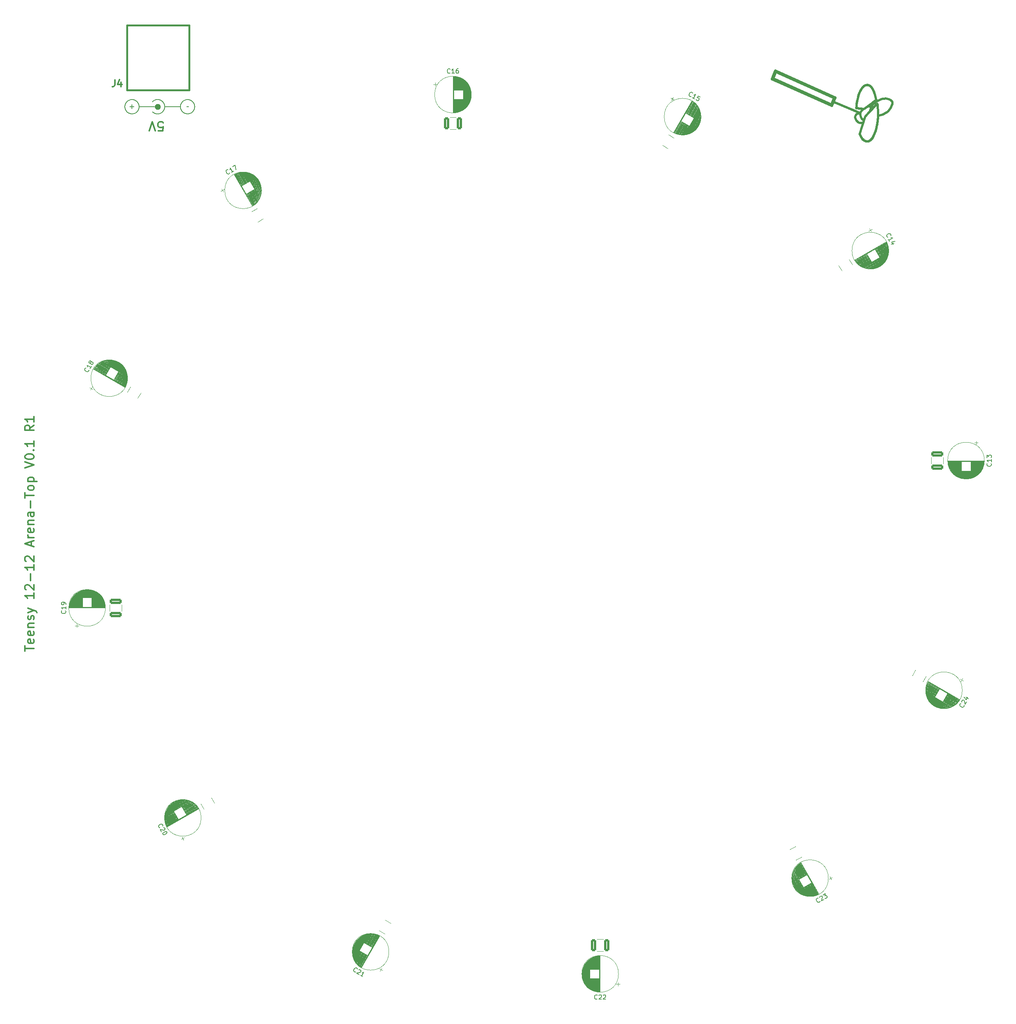
<source format=gto>
%TF.GenerationSoftware,KiCad,Pcbnew,8.0.6-8.0.6-0~ubuntu22.04.1*%
%TF.CreationDate,2024-12-20T11:09:35-08:00*%
%TF.ProjectId,arena_top_12-12,6172656e-615f-4746-9f70-5f31322d3132,rev?*%
%TF.SameCoordinates,Original*%
%TF.FileFunction,Legend,Top*%
%TF.FilePolarity,Positive*%
%FSLAX46Y46*%
G04 Gerber Fmt 4.6, Leading zero omitted, Abs format (unit mm)*
G04 Created by KiCad (PCBNEW 8.0.6-8.0.6-0~ubuntu22.04.1) date 2024-12-20 11:09:35*
%MOMM*%
%LPD*%
G01*
G04 APERTURE LIST*
G04 Aperture macros list*
%AMRoundRect*
0 Rectangle with rounded corners*
0 $1 Rounding radius*
0 $2 $3 $4 $5 $6 $7 $8 $9 X,Y pos of 4 corners*
0 Add a 4 corners polygon primitive as box body*
4,1,4,$2,$3,$4,$5,$6,$7,$8,$9,$2,$3,0*
0 Add four circle primitives for the rounded corners*
1,1,$1+$1,$2,$3*
1,1,$1+$1,$4,$5*
1,1,$1+$1,$6,$7*
1,1,$1+$1,$8,$9*
0 Add four rect primitives between the rounded corners*
20,1,$1+$1,$2,$3,$4,$5,0*
20,1,$1+$1,$4,$5,$6,$7,0*
20,1,$1+$1,$6,$7,$8,$9,0*
20,1,$1+$1,$8,$9,$2,$3,0*%
%AMRotRect*
0 Rectangle, with rotation*
0 The origin of the aperture is its center*
0 $1 length*
0 $2 width*
0 $3 Rotation angle, in degrees counterclockwise*
0 Add horizontal line*
21,1,$1,$2,0,0,$3*%
G04 Aperture macros list end*
%ADD10C,0.514144*%
%ADD11C,0.154870*%
%ADD12C,0.179621*%
%ADD13C,0.168772*%
%ADD14C,0.000000*%
%ADD15C,0.125869*%
%ADD16C,0.355600*%
%ADD17C,0.150000*%
%ADD18C,0.304800*%
%ADD19C,0.120000*%
%ADD20C,0.381000*%
%ADD21R,1.600000X1.600000*%
%ADD22C,1.600000*%
%ADD23RoundRect,0.250000X-0.831458X-0.790128X-0.268542X-1.115128X0.831458X0.790128X0.268542X1.115128X0*%
%ADD24C,9.000000*%
%ADD25C,3.556000*%
%ADD26C,1.930400*%
%ADD27C,4.064000*%
%ADD28RotRect,1.600000X1.600000X240.000000*%
%ADD29RoundRect,0.250000X-0.325000X-1.100000X0.325000X-1.100000X0.325000X1.100000X-0.325000X1.100000X0*%
%ADD30RoundRect,0.250000X-0.790128X0.831458X-1.115128X0.268542X0.790128X-0.831458X1.115128X-0.268542X0*%
%ADD31RotRect,1.600000X1.600000X210.000000*%
%ADD32RoundRect,0.250000X1.115128X0.268542X0.790128X0.831458X-1.115128X-0.268542X-0.790128X-0.831458X0*%
%ADD33RotRect,1.600000X1.600000X150.000000*%
%ADD34RoundRect,0.250000X0.268542X-1.115128X0.831458X-0.790128X-0.268542X1.115128X-0.831458X0.790128X0*%
%ADD35RoundRect,0.250000X-0.268542X1.115128X-0.831458X0.790128X0.268542X-1.115128X0.831458X-0.790128X0*%
%ADD36RoundRect,0.250000X-1.100000X0.325000X-1.100000X-0.325000X1.100000X-0.325000X1.100000X0.325000X0*%
%ADD37RoundRect,0.250000X-1.115128X-0.268542X-0.790128X-0.831458X1.115128X0.268542X0.790128X0.831458X0*%
%ADD38RotRect,1.600000X1.600000X300.000000*%
%ADD39RotRect,1.600000X1.600000X60.000000*%
%ADD40RotRect,1.600000X1.600000X30.000000*%
%ADD41RotRect,1.600000X1.600000X120.000000*%
%ADD42RoundRect,0.250000X0.790128X-0.831458X1.115128X-0.268542X-0.790128X0.831458X-1.115128X0.268542X0*%
%ADD43RoundRect,0.250000X0.325000X1.100000X-0.325000X1.100000X-0.325000X-1.100000X0.325000X-1.100000X0*%
%ADD44RoundRect,0.250000X0.831458X0.790128X0.268542X1.115128X-0.831458X-0.790128X-0.268542X-1.115128X0*%
%ADD45RoundRect,0.250000X1.100000X-0.325000X1.100000X0.325000X-1.100000X0.325000X-1.100000X-0.325000X0*%
%ADD46RotRect,1.600000X1.600000X330.000000*%
G04 APERTURE END LIST*
D10*
X256199044Y-87297682D02*
X256271976Y-87058327D01*
X253328128Y-89085184D02*
X253428895Y-89190784D01*
X253398643Y-85370906D02*
X253047927Y-85471590D01*
D11*
X95842562Y-83086632D02*
X95776476Y-83132692D01*
D12*
X87581538Y-81465651D02*
X87599381Y-81388344D01*
X87866524Y-82743765D02*
X87821974Y-82681116D01*
D10*
X256682667Y-84850824D02*
X256710096Y-84544275D01*
X252017720Y-82164110D02*
X251877536Y-82169920D01*
X252053344Y-83360095D02*
X252337198Y-83279574D01*
X252648282Y-87995452D02*
X252864904Y-88424901D01*
X255368341Y-88978587D02*
X255474286Y-88838667D01*
D12*
X103135742Y-81238271D02*
X103160864Y-81312517D01*
X100806211Y-80421118D02*
X100873127Y-80382643D01*
D10*
X253852396Y-89497068D02*
X253962792Y-89543132D01*
X253107055Y-88828682D02*
X253329101Y-89139146D01*
D12*
X90726494Y-82031034D02*
X90712442Y-82109723D01*
D11*
X95708673Y-80400338D02*
X95776476Y-80442713D01*
D10*
X253599513Y-89404428D02*
X253881595Y-89536188D01*
D12*
X102817594Y-82862096D02*
X102764685Y-82917592D01*
X103001368Y-82616268D02*
X102959805Y-82681101D01*
D11*
X95121607Y-80193990D02*
X95197995Y-80206887D01*
D10*
X255525857Y-82231349D02*
X253909263Y-83976567D01*
D12*
X100401759Y-82804129D02*
X100354322Y-82743765D01*
D10*
X252552095Y-78774228D02*
X252838191Y-78144863D01*
X251969289Y-84954351D02*
X251774238Y-84647473D01*
X253435013Y-77325878D02*
X253641567Y-77156405D01*
D12*
X90742826Y-81869915D02*
X90736656Y-81951064D01*
D10*
X259176866Y-80098993D02*
X259525148Y-80289985D01*
D12*
X102528198Y-83112714D02*
X102463365Y-83154278D01*
X88903643Y-83367207D02*
X88824955Y-83353155D01*
D10*
X252166875Y-85147003D02*
X251969289Y-84954351D01*
X252693095Y-88053999D02*
X252775458Y-88230525D01*
D12*
X90329796Y-80713291D02*
X90380019Y-80771270D01*
D10*
X251774238Y-84647473D02*
X251684112Y-84419114D01*
D12*
X88385329Y-80382643D02*
X88454228Y-80347355D01*
X90744906Y-81787686D02*
X90742826Y-81869915D01*
X87567486Y-81544340D02*
X87581538Y-81465651D01*
D10*
X255063430Y-89325641D02*
X255481002Y-88897170D01*
D12*
X88318413Y-83154286D02*
X88253581Y-83112723D01*
X101471411Y-80198036D02*
X101552560Y-80191866D01*
X100194444Y-81094927D02*
X100229732Y-81026029D01*
D11*
X96086199Y-82866270D02*
X96029086Y-82926344D01*
D10*
X255036411Y-82539878D02*
X255042022Y-82457412D01*
D12*
X89839752Y-80347355D02*
X89908651Y-80382643D01*
D10*
X255276137Y-77430101D02*
X255346218Y-77514994D01*
D12*
X88824955Y-80222250D02*
X88903643Y-80208198D01*
D10*
X253521335Y-77222379D02*
X253965722Y-76961480D01*
D12*
X100560386Y-80604889D02*
X100618366Y-80554666D01*
D10*
X256875322Y-83833962D02*
X256742183Y-83877680D01*
X254654616Y-76988025D02*
X254738231Y-77019672D01*
D12*
X87674647Y-82409683D02*
X87646036Y-82337118D01*
D11*
X95423153Y-83307720D02*
X95348911Y-83331671D01*
D12*
X100055284Y-82031041D02*
X100045122Y-81951070D01*
X90647944Y-81238271D02*
X90673066Y-81312517D01*
X101717017Y-80191866D02*
X101798166Y-80198036D01*
X102915254Y-82743751D02*
X102867817Y-82804116D01*
D10*
X254131302Y-89588144D02*
X254188191Y-89596579D01*
D11*
X96493360Y-81633352D02*
X96498887Y-81710456D01*
D12*
X90513570Y-80959113D02*
X90552046Y-81026029D01*
D11*
X96498887Y-81710456D02*
X96500730Y-81787703D01*
D10*
X259542541Y-82121242D02*
X259303428Y-82485940D01*
X255432428Y-81506674D02*
X255645993Y-81235336D01*
D13*
X94242676Y-81787686D02*
X90817917Y-81787686D01*
D12*
X102463365Y-83154278D02*
X102396449Y-83192755D01*
D10*
X253135036Y-82646298D02*
X253292690Y-82463024D01*
X251858224Y-83534084D02*
X252053344Y-83360095D01*
D12*
X103107131Y-82409670D02*
X103075132Y-82480452D01*
X89064762Y-83383539D02*
X88983613Y-83377369D01*
X90736656Y-81951064D02*
X90726494Y-82031034D01*
X90587334Y-81094927D02*
X90619333Y-81165708D01*
X102256769Y-80315356D02*
X102327550Y-80347355D01*
D10*
X255220933Y-77362302D02*
X255627103Y-77919080D01*
X259525148Y-80289985D02*
X259789890Y-80507871D01*
X246348282Y-81480219D02*
X233048664Y-75525588D01*
D11*
X94736089Y-83390627D02*
X94659272Y-83381415D01*
X95044789Y-80184778D02*
X95121607Y-80193990D01*
D10*
X246463759Y-81532354D02*
X247222944Y-79751814D01*
X254303207Y-76931315D02*
X254393603Y-76934890D01*
X256040481Y-87747626D02*
X256121828Y-87527581D01*
D12*
X100133834Y-82337118D02*
X100108712Y-82262871D01*
D10*
X253881595Y-89536188D02*
X254324682Y-89610855D01*
D11*
X96351499Y-81109652D02*
X96382819Y-81181747D01*
X96498887Y-81864950D02*
X96493360Y-81942054D01*
D10*
X257844701Y-80028055D02*
X258211627Y-79972669D01*
D11*
X96189371Y-80835581D02*
X96235430Y-80901666D01*
X96484148Y-82018871D02*
X96471252Y-82095260D01*
D12*
X90742826Y-81705458D02*
X90744906Y-81787686D01*
D10*
X258842153Y-80017626D02*
X259176866Y-80098993D01*
X253292690Y-82463024D02*
X253412685Y-82343878D01*
X256455241Y-80603086D02*
X256647542Y-80491892D01*
X259950052Y-81164050D02*
X259836255Y-81519547D01*
X255147913Y-89218914D02*
X255259498Y-89105469D01*
D11*
X96454671Y-81404330D02*
X96471252Y-81480146D01*
D12*
X88017093Y-80657797D02*
X88072588Y-80604889D01*
D10*
X253965362Y-76988768D02*
X254076566Y-76957025D01*
X259789890Y-80507871D02*
X259966569Y-80689146D01*
D12*
X88597573Y-83288659D02*
X88525010Y-83260048D01*
X103135742Y-82337105D02*
X103107131Y-82409670D01*
X103200239Y-82109723D02*
X103182397Y-82187031D01*
X89064762Y-80191866D02*
X89146990Y-80189787D01*
D10*
X256678724Y-81644514D02*
X256650167Y-81387806D01*
X254482303Y-76945573D02*
X254569307Y-76963305D01*
D12*
X87706646Y-81094927D02*
X87741934Y-81026029D01*
D11*
X96029086Y-80649061D02*
X96086199Y-80709136D01*
X94072206Y-83175067D02*
X94004403Y-83132692D01*
X94431968Y-83331671D02*
X94357726Y-83307720D01*
D12*
X102034132Y-83335311D02*
X101956824Y-83353154D01*
D10*
X251877536Y-82169920D02*
X251922517Y-81614249D01*
X233757241Y-73863743D02*
X247056859Y-79818372D01*
D12*
X100504891Y-80657797D02*
X100560386Y-80604889D01*
D11*
X95776476Y-80442713D02*
X95842562Y-80488773D01*
D10*
X255866011Y-88156561D02*
X255955157Y-87957419D01*
D11*
X94659272Y-80193990D02*
X94736089Y-80184778D01*
D10*
X254302959Y-89603371D02*
X254429429Y-89595126D01*
D12*
X101956824Y-80222250D02*
X102034132Y-80240092D01*
D10*
X255671304Y-78034008D02*
X255731261Y-78156298D01*
D12*
X88318413Y-80421118D02*
X88385329Y-80382643D01*
D11*
X94659272Y-83381415D02*
X94582884Y-83368518D01*
D10*
X256005789Y-78856859D02*
X256103824Y-79177541D01*
X257779754Y-83532072D02*
X257434774Y-83689800D01*
X256357616Y-80272018D02*
X255706384Y-80763982D01*
D12*
X90380019Y-82804116D02*
X90329796Y-82862096D01*
D10*
X258090858Y-83404417D02*
X257779754Y-83532072D01*
X259966569Y-80689146D02*
X259993367Y-80838851D01*
D12*
X101012807Y-80315356D02*
X101085371Y-80286746D01*
D10*
X256942987Y-80339952D02*
X257168924Y-80231520D01*
X256750710Y-82712449D02*
X256739244Y-82439840D01*
X253269248Y-84659038D02*
X253123313Y-84504252D01*
D12*
X102817594Y-80713291D02*
X102867817Y-80771270D01*
X103232703Y-81787686D02*
X103230624Y-81869915D01*
X101012807Y-83260048D02*
X100942026Y-83228049D01*
X88983613Y-80198036D02*
X89064762Y-80191866D01*
X87821974Y-80894282D02*
X87866524Y-80831634D01*
D11*
X93811868Y-80591947D02*
X93874091Y-80538518D01*
X95906788Y-80538518D02*
X95969010Y-80591947D01*
D10*
X252560420Y-83133970D02*
X252542989Y-83175007D01*
D11*
X95121607Y-83381415D02*
X95044790Y-83390627D01*
D12*
X88597573Y-80286746D02*
X88671819Y-80261624D01*
X89696407Y-83288655D02*
X89622161Y-83313778D01*
D11*
X94072205Y-80400338D02*
X94141582Y-80361648D01*
D10*
X253672708Y-82321579D02*
X251877536Y-82169922D01*
X256650167Y-81387806D02*
X256617580Y-81135749D01*
D11*
X96382819Y-82393658D02*
X96351499Y-82465754D01*
D12*
X90427456Y-80831634D02*
X90472007Y-80894282D01*
X102396449Y-83192755D02*
X102327550Y-83228044D01*
X87964184Y-82862109D02*
X87913961Y-82804129D01*
D10*
X252264493Y-79665606D02*
X252552095Y-78774228D01*
D11*
X93811868Y-82983458D02*
X93751792Y-82926344D01*
X95969010Y-82983458D02*
X95906788Y-83036888D01*
D12*
X101312753Y-83353155D02*
X101235444Y-83335313D01*
X90619333Y-81165708D02*
X90647944Y-81238271D01*
X88130568Y-83020736D02*
X88072588Y-82970513D01*
X89908651Y-83192755D02*
X89839752Y-83228044D01*
X100354322Y-82743765D02*
X100309771Y-82681116D01*
X102109959Y-80261624D02*
X102184205Y-80286746D01*
D10*
X252813388Y-83330316D02*
X252914922Y-82982534D01*
D12*
X90619333Y-82409670D02*
X90587334Y-82480452D01*
X100451982Y-80713291D02*
X100504891Y-80657797D01*
D11*
X95639297Y-83213758D02*
X95568489Y-83248763D01*
D12*
X100678730Y-80507230D02*
X100741378Y-80462680D01*
X102764685Y-82917592D02*
X102709190Y-82970502D01*
D10*
X255042022Y-82457412D02*
X255046822Y-82396570D01*
X251877536Y-82169922D02*
X251908122Y-81714717D01*
D11*
X95906788Y-83036888D02*
X95842562Y-83086632D01*
D12*
X87567486Y-82031041D02*
X87557324Y-81951070D01*
X88190932Y-80507230D02*
X88253581Y-80462680D01*
X90380019Y-80771270D02*
X90427456Y-80831634D01*
D10*
X256760000Y-83267298D02*
X256757661Y-82988359D01*
D12*
X102867817Y-82804116D02*
X102817594Y-82862096D01*
D10*
X233048664Y-75525588D02*
X233757241Y-73863743D01*
D12*
X100942026Y-83228049D02*
X100873127Y-83192761D01*
X100401759Y-80771270D02*
X100451982Y-80713291D01*
D10*
X255259498Y-89105469D02*
X255368341Y-88978587D01*
D12*
X87646036Y-81238271D02*
X87674647Y-81165708D01*
D11*
X94507068Y-80223468D02*
X94582883Y-80206887D01*
D10*
X253428895Y-89190784D02*
X253531823Y-89285068D01*
D12*
X88903643Y-80208198D02*
X88983613Y-80198036D01*
D10*
X252164419Y-80079481D02*
X252277697Y-79618968D01*
X254820151Y-77058187D02*
X254900378Y-77103508D01*
X256463519Y-86287504D02*
X256517769Y-86014304D01*
D14*
G36*
X89215391Y-81721799D02*
G01*
X89664517Y-81721799D01*
X89664517Y-81853638D01*
X89215391Y-81853638D01*
X89215391Y-82302771D01*
X89078593Y-82302771D01*
X89078593Y-81853638D01*
X88629465Y-81853638D01*
X88629465Y-81721799D01*
X89078593Y-81721799D01*
X89078593Y-81272666D01*
X89215391Y-81272666D01*
X89215391Y-81721799D01*
G37*
D12*
X102709190Y-82970502D02*
X102651211Y-83020726D01*
X103182397Y-82187031D02*
X103160864Y-82262859D01*
X101552560Y-80191866D02*
X101634788Y-80189787D01*
D10*
X259023559Y-82799008D02*
X258722802Y-83026055D01*
D12*
X100055284Y-81544340D02*
X100069337Y-81465651D01*
X102590846Y-80507230D02*
X102651211Y-80554666D01*
D11*
X93751792Y-80649061D02*
X93811868Y-80591947D01*
D12*
X103182397Y-81388344D02*
X103200239Y-81465651D01*
X87557324Y-81951070D02*
X87551154Y-81869918D01*
D10*
X255789534Y-78284609D02*
X255846123Y-78418881D01*
D12*
X88671819Y-80261624D02*
X88747646Y-80240092D01*
D10*
X253133544Y-88841221D02*
X253229639Y-88968564D01*
D13*
X99975145Y-81787686D02*
X96550387Y-81787686D01*
D12*
X90221392Y-80604889D02*
X90276887Y-80657797D01*
X88671819Y-83313781D02*
X88597573Y-83288659D01*
D10*
X254873437Y-77076596D02*
X255220933Y-77362302D01*
D12*
X90726494Y-81544340D02*
X90736656Y-81624309D01*
X101798166Y-83377369D02*
X101717017Y-83383539D01*
X101159617Y-83313781D02*
X101085371Y-83288659D01*
D11*
X94212390Y-80326642D02*
X94284485Y-80295322D01*
D10*
X256703154Y-81905602D02*
X256678724Y-81644514D01*
X252277697Y-79618968D02*
X252405794Y-79187490D01*
X255046822Y-82396570D02*
X255049075Y-82373567D01*
D12*
X103039844Y-82549352D02*
X103001368Y-82616268D01*
D10*
X252914922Y-82982534D02*
X253135036Y-82646298D01*
D12*
X100087179Y-82187042D02*
X100069337Y-82109732D01*
X100194444Y-82480466D02*
X100162445Y-82409683D01*
X89146990Y-83385619D02*
X89064762Y-83383539D01*
X103214292Y-82031034D02*
X103200239Y-82109723D01*
X100618366Y-83020736D02*
X100560386Y-82970513D01*
D10*
X254393603Y-76934890D02*
X254482303Y-76945573D01*
D12*
X100038952Y-81869918D02*
X100036873Y-81787686D01*
X100942026Y-80347355D02*
X101012807Y-80315356D01*
D11*
X96189371Y-82739824D02*
X96139628Y-82804049D01*
D10*
X246413145Y-81651057D02*
X246463759Y-81532354D01*
D11*
X95348911Y-80243735D02*
X95423153Y-80267686D01*
D12*
X100354322Y-80831634D02*
X100401759Y-80771270D01*
X100873127Y-83192761D02*
X100806211Y-83154286D01*
X100309771Y-80894282D02*
X100354322Y-80831634D01*
D10*
X252066861Y-80566931D02*
X252164419Y-80079481D01*
D12*
X90163412Y-83020726D02*
X90103048Y-83068163D01*
D10*
X254429429Y-89595126D02*
X254554235Y-89570660D01*
D12*
X102764685Y-80657797D02*
X102817594Y-80713291D01*
D10*
X257434774Y-83689800D02*
X257147111Y-83738716D01*
D12*
X88824955Y-83353155D02*
X88747646Y-83335313D01*
D10*
X256566963Y-85733638D02*
X256610946Y-85445904D01*
D12*
X100229732Y-81026029D02*
X100268208Y-80959113D01*
D10*
X251985926Y-81079220D02*
X252066861Y-80566931D01*
X256588437Y-81139620D02*
X253909288Y-83976566D01*
D11*
X93874091Y-80538518D02*
X93938317Y-80488773D01*
D10*
X255864154Y-78448817D02*
X256087136Y-79124247D01*
X255773197Y-88344655D02*
X255866011Y-88156561D01*
X252862258Y-84007779D02*
X252804643Y-83656706D01*
X246942174Y-80746439D02*
X252560420Y-83133970D01*
X256610946Y-85445904D02*
X256649566Y-85151500D01*
D12*
X101878135Y-80208198D02*
X101956824Y-80222250D01*
D10*
X253747749Y-77088720D02*
X253855718Y-77032754D01*
D14*
G36*
X101891903Y-81862294D02*
G01*
X101377672Y-81862294D01*
X101377672Y-81713143D01*
X101891903Y-81713143D01*
X101891903Y-81862294D01*
G37*
D10*
X256731697Y-84232249D02*
X256747318Y-83915146D01*
D12*
X100873127Y-80382643D02*
X100942026Y-80347355D01*
X90103048Y-83068163D02*
X90040399Y-83112714D01*
D10*
X258722802Y-83026055D02*
X258371227Y-83226200D01*
X253909263Y-83976567D02*
X252648282Y-87995452D01*
X257168924Y-80231520D02*
X257485784Y-80119245D01*
X256279733Y-79885603D02*
X256357618Y-80272016D01*
D12*
X90276887Y-80657797D02*
X90329796Y-80713291D01*
D10*
X253229639Y-88968564D02*
X253328128Y-89085184D01*
D12*
X90587334Y-82480452D02*
X90552046Y-82549352D01*
X87599381Y-82187042D02*
X87581538Y-82109732D01*
X88130568Y-80554666D02*
X88190932Y-80507230D01*
X103107131Y-81165708D02*
X103135742Y-81238271D01*
D10*
X252687820Y-85409914D02*
X252402307Y-85308503D01*
D12*
X102651211Y-83020726D02*
X102590846Y-83068163D01*
D10*
X254420562Y-76894705D02*
X254873437Y-77076596D01*
D11*
X96277804Y-82605937D02*
X96235430Y-82673739D01*
X96484148Y-81556534D02*
X96493360Y-81633352D01*
D10*
X255073137Y-82733063D02*
X255036411Y-82539878D01*
D12*
X87706646Y-82480466D02*
X87674647Y-82409683D01*
D10*
X247222944Y-79751814D02*
X233689051Y-73692292D01*
X251709684Y-83828453D02*
X251858224Y-83534084D01*
D11*
X95776476Y-83132692D02*
X95708673Y-83175067D01*
X96410454Y-82320418D02*
X96382819Y-82393658D01*
D10*
X254074763Y-89576401D02*
X254131302Y-89588144D01*
D12*
X89546334Y-83335311D02*
X89469026Y-83353154D01*
D11*
X95197995Y-83368518D02*
X95121607Y-83381415D01*
D12*
X101235444Y-80240092D02*
X101312753Y-80222250D01*
D11*
X95044790Y-83390627D02*
X94967686Y-83396154D01*
D10*
X255474286Y-88838667D02*
X255577180Y-88686106D01*
D12*
X90472007Y-82681101D02*
X90427456Y-82743751D01*
D10*
X254900378Y-77103508D02*
X254978913Y-77155575D01*
D11*
X96471252Y-81480146D02*
X96484148Y-81556534D01*
D10*
X246924743Y-80787476D02*
X246942174Y-80746439D01*
X252560430Y-83133970D02*
X251578214Y-82728334D01*
D12*
X101956824Y-83353154D02*
X101878135Y-83367207D01*
X89146990Y-80189787D02*
X89229218Y-80191866D01*
D10*
X259836255Y-81519547D02*
X259696227Y-81826924D01*
D12*
X101878135Y-83367207D02*
X101798166Y-83377369D01*
X89975567Y-83154278D02*
X89908651Y-83192755D01*
X103230624Y-81869915D02*
X103224454Y-81951064D01*
D10*
X254324682Y-89610855D02*
X254665025Y-89571112D01*
X252949007Y-88555546D02*
X253039961Y-88703450D01*
D12*
X88385329Y-83192761D02*
X88318413Y-83154286D01*
D10*
X258371227Y-83226200D02*
X258090858Y-83404417D01*
X253188466Y-77597686D02*
X253521335Y-77222379D01*
X252775458Y-88230525D02*
X252860801Y-88397806D01*
D12*
X90040399Y-83112714D02*
X89975567Y-83154278D01*
D10*
X252673597Y-83279574D02*
X252673597Y-83254005D01*
X255706384Y-80763982D02*
X254954221Y-81363387D01*
X255790885Y-88395804D02*
X256248971Y-87209539D01*
D12*
X102034132Y-80240092D02*
X102109959Y-80261624D01*
D11*
X96235430Y-82673739D02*
X96189371Y-82739824D01*
D12*
X89908651Y-80382643D02*
X89975567Y-80421118D01*
X102528198Y-80462680D02*
X102590846Y-80507230D01*
X87780410Y-82616283D02*
X87741934Y-82549366D01*
X101391441Y-80208198D02*
X101471411Y-80198036D01*
X100036873Y-81787686D02*
X100038952Y-81705458D01*
D10*
X251922517Y-81614249D02*
X251985926Y-81079220D01*
X253329101Y-89139146D02*
X253599513Y-89404428D01*
X253636966Y-84854792D02*
X253457742Y-84793319D01*
X255481314Y-77703871D02*
X255546331Y-77807734D01*
X256430595Y-80273243D02*
X253672708Y-82321578D01*
D11*
X96351499Y-82465754D02*
X96316494Y-82536561D01*
D10*
X255955157Y-87957419D02*
X256040481Y-87747626D01*
D11*
X94357726Y-80267686D02*
X94431967Y-80243735D01*
X96471252Y-82095260D02*
X96454671Y-82171076D01*
D12*
X102709190Y-80604889D02*
X102764685Y-80657797D01*
X90736656Y-81624309D02*
X90742826Y-81705458D01*
D10*
X254738231Y-77019672D02*
X254820151Y-77058187D01*
D12*
X102959805Y-80894282D02*
X103001368Y-80959113D01*
X87620914Y-82262871D02*
X87599381Y-82187042D01*
D10*
X254665025Y-89571112D02*
X255063430Y-89325641D01*
X254189219Y-76937786D02*
X254303207Y-76931315D01*
X254954221Y-81363387D02*
X253672708Y-82321579D01*
D11*
X95496393Y-83280084D02*
X95423153Y-83307720D01*
D10*
X246889631Y-79885306D02*
X246282282Y-81309738D01*
D12*
X87549074Y-81787686D02*
X87551154Y-81705458D01*
X89469026Y-83353154D02*
X89390337Y-83367207D01*
X100133834Y-81238271D02*
X100162445Y-81165708D01*
D11*
X94967686Y-80179251D02*
X95044789Y-80184778D01*
D10*
X252869967Y-78088253D02*
X253048311Y-77793901D01*
X254657018Y-81746046D02*
X255004495Y-81752769D01*
X255414610Y-77606271D02*
X255481314Y-77703871D01*
D11*
X93938317Y-83086632D02*
X93874091Y-83036888D01*
D10*
X256195137Y-79520617D02*
X256279733Y-79885603D01*
D12*
X102256769Y-83260044D02*
X102184205Y-83288655D01*
X87581538Y-82109732D02*
X87567486Y-82031041D01*
X102651211Y-80554666D02*
X102709190Y-80604889D01*
X102463365Y-80421118D02*
X102528198Y-80462680D01*
X90276887Y-82917592D02*
X90221392Y-82970502D01*
X88525010Y-80315356D02*
X88597573Y-80286746D01*
D10*
X256739244Y-82439840D02*
X256723359Y-82170801D01*
D11*
X96277804Y-80969468D02*
X96316494Y-81038845D01*
D10*
X256517769Y-86014304D02*
X256566963Y-85733638D01*
X253047927Y-85471590D02*
X252687820Y-85409914D01*
D12*
X102327550Y-80347355D02*
X102396449Y-80382643D01*
D11*
X94212390Y-83248763D02*
X94141582Y-83213758D01*
D10*
X233689051Y-73692292D02*
X232879253Y-75591534D01*
X256710096Y-84544275D02*
X256731697Y-84232249D01*
D12*
X100087179Y-81388344D02*
X100108712Y-81312517D01*
D10*
X254188191Y-89596579D02*
X254245415Y-89601666D01*
X255033738Y-89318524D02*
X255147913Y-89218914D01*
D11*
X95348911Y-83331671D02*
X95273811Y-83351937D01*
D12*
X100451982Y-82862109D02*
X100401759Y-82804129D01*
X89310367Y-80198036D02*
X89390337Y-80208198D01*
D11*
X96410454Y-81254987D02*
X96434405Y-81329229D01*
D12*
X87551154Y-81869918D02*
X87549074Y-81787686D01*
X88017093Y-82917604D02*
X87964184Y-82862109D01*
D10*
X252097724Y-80452923D02*
X252264493Y-79665606D01*
D11*
X96382819Y-81181747D02*
X96410454Y-81254987D01*
D10*
X255546331Y-77807734D02*
X255609660Y-77917800D01*
X254798239Y-89474649D02*
X254917129Y-89403902D01*
D12*
X90552046Y-82549352D02*
X90513570Y-82616268D01*
D10*
X252976909Y-84256240D02*
X252862258Y-84007779D01*
X255609660Y-77917800D02*
X255671304Y-78034008D01*
D12*
X89546334Y-80240092D02*
X89622161Y-80261624D01*
X90673066Y-81312517D02*
X90694599Y-81388344D01*
D11*
X95842562Y-80488773D02*
X95906788Y-80538518D01*
X95568489Y-80326642D02*
X95639296Y-80361648D01*
D10*
X251908122Y-81714717D02*
X251962047Y-81294909D01*
X253743690Y-89438506D02*
X253852396Y-89497068D01*
D12*
X102915254Y-80831634D02*
X102959805Y-80894282D01*
X102184205Y-83288655D02*
X102109959Y-83313778D01*
X103224454Y-81624309D02*
X103230624Y-81705458D01*
D10*
X252547806Y-78787146D02*
X252702831Y-78420034D01*
D12*
X101471411Y-83377369D02*
X101391441Y-83367207D01*
D10*
X259696227Y-81826924D02*
X259542541Y-82121242D01*
X255131395Y-82050612D02*
X255166063Y-81963123D01*
D11*
X95273811Y-80223468D02*
X95348911Y-80243735D01*
D12*
X103075132Y-81094927D02*
X103107131Y-81165708D01*
X89696407Y-80286746D02*
X89768971Y-80315356D01*
X101235444Y-83335313D02*
X101159617Y-83313781D01*
X87551154Y-81705458D02*
X87557324Y-81624309D01*
D11*
X94582884Y-83368518D02*
X94507068Y-83351937D01*
D12*
X100504891Y-82917604D02*
X100451982Y-82862109D01*
X103001368Y-80959113D02*
X103039844Y-81026029D01*
D10*
X252337198Y-83279574D02*
X252673597Y-83279574D01*
D12*
X101391441Y-83367207D02*
X101312753Y-83353155D01*
X87741934Y-82549366D02*
X87706646Y-82480466D01*
X89229218Y-80191866D02*
X89310367Y-80198036D01*
D10*
X233823379Y-74035161D02*
X246889631Y-79885306D01*
X255050985Y-82360203D02*
X255131395Y-82050612D01*
D12*
X102184205Y-80286746D02*
X102256769Y-80315356D01*
D10*
X252542989Y-83175007D02*
X246924743Y-80787476D01*
X255627103Y-77919080D02*
X255864154Y-78448817D01*
X253123313Y-84504252D02*
X252976909Y-84256240D01*
X254917129Y-89403902D02*
X255033738Y-89318524D01*
D11*
X95639296Y-80361648D02*
X95708673Y-80400338D01*
D10*
X255954250Y-78705067D02*
X256005789Y-78856859D01*
D12*
X90472007Y-80894282D02*
X90513570Y-80959113D01*
X100806211Y-83154286D02*
X100741378Y-83112723D01*
D11*
X94813193Y-80179251D02*
X94890439Y-80177409D01*
D10*
X246282282Y-81309738D02*
X233216030Y-75459592D01*
D12*
X100162445Y-82409683D02*
X100133834Y-82337118D01*
D10*
X232879253Y-75591534D02*
X246413145Y-81651057D01*
D12*
X103224454Y-81951064D02*
X103214292Y-82031034D01*
X90040399Y-80462680D02*
X90103048Y-80507230D01*
D10*
X253672708Y-82321578D02*
X252017720Y-82164110D01*
X255731261Y-78156298D02*
X255789534Y-78284609D01*
D12*
X89622161Y-83313778D02*
X89546334Y-83335311D01*
D11*
X95197995Y-80206887D02*
X95273811Y-80223468D01*
D12*
X100560386Y-82970513D02*
X100504891Y-82917604D01*
X88454228Y-80347355D02*
X88525010Y-80315356D01*
X90513570Y-82616268D02*
X90472007Y-82681101D01*
X103200239Y-81465651D02*
X103214292Y-81544340D01*
D11*
X96493360Y-81942054D02*
X96484148Y-82018871D01*
D10*
X256647542Y-80491892D02*
X256942987Y-80339952D01*
X257147111Y-83738716D02*
X256875322Y-83833962D01*
D11*
X94357726Y-83307720D02*
X94284486Y-83280084D01*
D10*
X259993367Y-80838851D02*
X259950052Y-81164050D01*
D12*
X90673066Y-82262859D02*
X90647944Y-82337105D01*
D10*
X256723359Y-82170801D02*
X256703154Y-81905602D01*
X252405794Y-79187490D02*
X252547806Y-78787146D01*
D11*
X96139628Y-82804049D02*
X96086199Y-82866270D01*
D10*
X252804643Y-83656706D02*
X252813388Y-83330316D01*
X253412685Y-82343878D02*
X253439037Y-82302499D01*
D11*
X95568489Y-83248763D02*
X95496393Y-83280084D01*
D10*
X256747318Y-83915146D02*
X256756803Y-83593363D01*
D12*
X90427456Y-82743751D02*
X90380019Y-82804116D01*
D10*
X254554235Y-89570660D02*
X254677223Y-89530368D01*
D11*
X95969010Y-80591947D02*
X96029086Y-80649061D01*
X94967686Y-83396154D02*
X94890440Y-83397997D01*
D12*
X101085371Y-83288659D02*
X101012807Y-83260048D01*
D10*
X252702831Y-78420034D02*
X252869967Y-78088253D01*
D11*
X94736089Y-80184778D02*
X94813193Y-80179251D01*
D10*
X255346218Y-77514994D02*
X255414610Y-77606271D01*
D12*
X87913961Y-80771270D02*
X87964184Y-80713291D01*
D10*
X256121828Y-87527581D02*
X256199044Y-87297682D01*
D12*
X103214292Y-81544340D02*
X103224454Y-81624309D01*
X87964184Y-80713291D02*
X88017093Y-80657797D01*
D10*
X253039961Y-88703450D02*
X253133544Y-88841221D01*
X256756803Y-83593363D02*
X256760000Y-83267298D01*
D12*
X90694599Y-81388344D02*
X90712442Y-81465651D01*
D10*
X255049075Y-82373567D02*
X255050985Y-82360203D01*
D12*
X87913961Y-82804129D02*
X87866524Y-82743765D01*
X100741378Y-80462680D02*
X100806211Y-80421118D01*
D11*
X96235430Y-80901666D02*
X96277804Y-80969468D01*
X96434405Y-82246176D02*
X96410454Y-82320418D01*
D12*
X102327550Y-83228044D02*
X102256769Y-83260044D01*
X100108712Y-81312517D02*
X100133834Y-81238271D01*
D10*
X256748969Y-82736026D02*
X256617553Y-81135750D01*
D11*
X94004403Y-83132692D02*
X93938317Y-83086632D01*
D12*
X101552560Y-83383539D02*
X101471411Y-83377369D01*
X90694599Y-82187031D02*
X90673066Y-82262859D01*
X100038952Y-81705458D02*
X100045122Y-81624309D01*
X88983613Y-83377369D02*
X88903643Y-83367207D01*
X87780410Y-80959113D02*
X87821974Y-80894282D01*
D10*
X256747836Y-84319097D02*
X256748969Y-82736026D01*
D11*
X94284485Y-80295322D02*
X94357726Y-80267686D01*
X95423153Y-80267686D02*
X95496393Y-80295322D01*
D12*
X89768971Y-83260044D02*
X89696407Y-83288655D01*
X87821974Y-82681116D02*
X87780410Y-82616283D01*
X100229732Y-82549366D02*
X100194444Y-82480466D01*
X88525010Y-83260048D02*
X88454228Y-83228049D01*
D11*
X94141582Y-80361648D02*
X94212390Y-80326642D01*
X94431967Y-80243735D02*
X94507068Y-80223468D01*
D12*
X101634788Y-83385619D02*
X101552560Y-83383539D01*
D11*
X96086199Y-80709136D02*
X96139628Y-80771357D01*
X94890439Y-80177409D02*
X94967686Y-80179251D01*
D10*
X255055755Y-77214329D02*
X255130906Y-77279708D01*
X256248971Y-87209539D02*
X256645215Y-85500644D01*
D11*
X94284486Y-83280084D02*
X94212390Y-83248763D01*
X95273811Y-83351937D02*
X95197995Y-83368518D01*
D10*
X254245415Y-89601666D02*
X254302959Y-89603371D01*
D12*
X88072588Y-80604889D02*
X88130568Y-80554666D01*
X87646036Y-82337118D02*
X87620914Y-82262871D01*
X100309771Y-82681116D02*
X100268208Y-82616283D01*
X89768971Y-80315356D02*
X89839752Y-80347355D01*
X103160864Y-81312517D02*
X103182397Y-81388344D01*
X89622161Y-80261624D02*
X89696407Y-80286746D01*
D10*
X251648685Y-84125716D02*
X251709684Y-83828453D01*
D12*
X87557324Y-81624309D02*
X87567486Y-81544340D01*
X87620914Y-81312517D02*
X87646036Y-81238271D01*
D11*
X96029086Y-82926344D02*
X95969010Y-82983458D01*
D10*
X255204367Y-77351652D02*
X255276137Y-77430101D01*
D12*
X89469026Y-80222250D02*
X89546334Y-80240092D01*
X88747646Y-83335313D02*
X88671819Y-83313781D01*
D10*
X233216030Y-75459592D02*
X233823379Y-74035161D01*
D12*
X100268208Y-80959113D02*
X100309771Y-80894282D01*
X90712442Y-82109723D02*
X90694599Y-82187031D01*
D10*
X256252120Y-81494682D02*
X255525857Y-82231349D01*
D12*
X103075132Y-82480452D02*
X103039844Y-82549352D01*
D10*
X255218044Y-81787599D02*
X255432428Y-81506674D01*
D12*
X100045122Y-81624309D02*
X100055284Y-81544340D01*
D11*
X96434405Y-81329229D02*
X96454671Y-81404330D01*
X94813193Y-83396154D02*
X94736089Y-83390627D01*
D12*
X90552046Y-81026029D02*
X90587334Y-81094927D01*
D10*
X253909288Y-83976566D02*
X252648284Y-87995452D01*
D12*
X103230624Y-81705458D02*
X103232703Y-81787686D01*
D10*
X253531823Y-89285068D02*
X253636794Y-89367740D01*
D12*
X101085371Y-80286746D02*
X101159617Y-80261624D01*
D10*
X255901028Y-78559054D02*
X255954250Y-78705067D01*
X252648284Y-87995452D02*
X252693095Y-88053999D01*
D12*
X100069337Y-81465651D02*
X100087179Y-81388344D01*
D11*
X96139628Y-80771357D02*
X96189371Y-80835581D01*
D10*
X253641567Y-77156405D02*
X253747749Y-77088720D01*
D12*
X90103048Y-80507230D02*
X90163412Y-80554666D01*
X100162445Y-81165708D02*
X100194444Y-81094927D01*
D10*
X251684112Y-84419114D02*
X251648685Y-84125716D01*
D11*
X95496393Y-80295322D02*
X95568489Y-80326642D01*
D10*
X255577180Y-88686106D02*
X255676868Y-88521303D01*
D11*
X96316494Y-81038845D02*
X96351499Y-81109652D01*
D10*
X256617553Y-81135750D02*
X256252120Y-81494682D01*
X256271976Y-87058327D02*
X256340468Y-86809913D01*
D12*
X102396449Y-80382643D02*
X102463365Y-80421118D01*
X100069337Y-82109732D02*
X100055284Y-82031041D01*
D11*
X94141582Y-83213758D02*
X94072206Y-83175067D01*
D10*
X256645215Y-85500644D02*
X256747836Y-84319097D01*
X255676868Y-88521303D02*
X255773197Y-88344655D01*
X256142688Y-80786183D02*
X256455241Y-80603086D01*
D12*
X103160864Y-82262859D02*
X103135742Y-82337105D01*
X88747646Y-80240092D02*
X88824955Y-80222250D01*
D11*
X95708673Y-83175067D02*
X95639297Y-83213758D01*
X94582883Y-80206887D02*
X94659272Y-80193990D01*
D12*
X100268208Y-82616283D02*
X100229732Y-82549366D01*
D10*
X255130906Y-77279708D02*
X255204367Y-77351652D01*
D12*
X101634788Y-80189787D02*
X101717017Y-80191866D01*
D11*
X96316494Y-82536561D02*
X96277804Y-82605937D01*
D10*
X254569307Y-76963305D02*
X254654616Y-76988025D01*
X256649566Y-85151500D02*
X256682667Y-84850824D01*
D12*
X100618366Y-80554666D02*
X100678730Y-80507230D01*
X102959805Y-82681101D02*
X102915254Y-82743751D01*
D10*
X258506088Y-79961826D02*
X258842153Y-80017626D01*
D12*
X103039844Y-81026029D02*
X103075132Y-81094927D01*
D10*
X251578214Y-82728334D02*
X246721281Y-80660990D01*
D12*
X87599381Y-81388344D02*
X87620914Y-81312517D01*
X89839752Y-83228044D02*
X89768971Y-83260044D01*
X90712442Y-81465651D02*
X90726494Y-81544340D01*
X90329796Y-82862096D02*
X90276887Y-82917592D01*
X87741934Y-81026029D02*
X87780410Y-80959113D01*
D10*
X253962792Y-89543132D02*
X254018588Y-89561384D01*
D12*
X87866524Y-80831634D02*
X87913961Y-80771270D01*
D10*
X255166063Y-81963123D02*
X255218044Y-81787599D01*
D12*
X100045122Y-81951070D02*
X100038952Y-81869918D01*
D10*
X256103824Y-79177541D02*
X256195137Y-79520617D01*
D11*
X94507068Y-83351937D02*
X94431968Y-83331671D01*
D12*
X102109959Y-83313778D02*
X102034132Y-83335311D01*
X102590846Y-83068163D02*
X102528198Y-83112714D01*
D11*
X94890440Y-83397997D02*
X94813193Y-83396154D01*
D10*
X254395231Y-81777691D02*
X254657018Y-81746046D01*
D12*
X88253581Y-80462680D02*
X88318413Y-80421118D01*
X100108712Y-82262871D02*
X100087179Y-82187042D01*
D11*
X94004402Y-80442713D02*
X94072205Y-80400338D01*
D10*
X255481002Y-88897170D02*
X255790885Y-88395804D01*
X253636794Y-89367740D02*
X253743690Y-89438506D01*
X258211627Y-79972669D02*
X258506088Y-79961826D01*
D12*
X87674647Y-81165708D02*
X87706646Y-81094927D01*
X90163412Y-80554666D02*
X90221392Y-80604889D01*
D11*
X96500730Y-81787703D02*
X96498887Y-81864950D01*
D10*
X252402307Y-85308503D02*
X252166875Y-85147003D01*
X253048311Y-77793901D02*
X253236960Y-77539076D01*
D12*
X89390337Y-80208198D02*
X89469026Y-80222250D01*
D10*
X253965722Y-76961480D02*
X254420562Y-76894705D01*
X255846123Y-78418881D02*
X255901028Y-78559054D01*
X252838191Y-78144863D02*
X253188466Y-77597686D01*
D11*
X93938317Y-80488773D02*
X94004402Y-80442713D01*
X93874091Y-83036888D02*
X93811868Y-82983458D01*
D10*
X252864904Y-88424901D02*
X253107055Y-88828682D01*
D12*
X101159617Y-80261624D02*
X101235444Y-80240092D01*
X90221392Y-82970502D02*
X90163412Y-83020726D01*
D10*
X256757661Y-82988359D02*
X256750710Y-82712449D01*
X251962047Y-81294909D02*
X252097724Y-80452923D01*
D12*
X88454228Y-83228049D02*
X88385329Y-83192761D01*
D10*
X253236960Y-77539076D02*
X253435013Y-77325878D01*
X254978913Y-77155575D02*
X255055755Y-77214329D01*
D12*
X102867817Y-80771270D02*
X102915254Y-80831634D01*
X88190932Y-83068173D02*
X88130568Y-83020736D01*
D10*
X254076566Y-76957025D02*
X254189219Y-76937786D01*
D12*
X89229218Y-83383539D02*
X89146990Y-83385619D01*
D10*
X254018588Y-89561384D02*
X254074763Y-89576401D01*
D12*
X100678730Y-83068173D02*
X100618366Y-83020736D01*
X89390337Y-83367207D02*
X89310367Y-83377369D01*
X100741378Y-83112723D02*
X100678730Y-83068173D01*
D10*
X247056859Y-79818372D02*
X246348282Y-81480219D01*
X256404367Y-86552840D02*
X256463519Y-86287504D01*
D12*
X90647944Y-82337105D02*
X90619333Y-82409670D01*
D10*
X255004495Y-81752769D02*
X255218044Y-81787597D01*
D12*
X89975567Y-80421118D02*
X90040399Y-80462680D01*
D15*
X94945639Y-81176343D02*
X94976726Y-81178707D01*
X95007362Y-81182600D01*
X95037508Y-81187983D01*
X95067124Y-81194818D01*
X95096173Y-81203066D01*
X95124617Y-81212689D01*
X95152416Y-81223649D01*
X95179532Y-81235908D01*
X95205927Y-81249425D01*
X95231562Y-81264164D01*
X95256399Y-81280086D01*
X95280399Y-81297152D01*
X95303525Y-81315324D01*
X95325736Y-81334563D01*
X95346996Y-81354832D01*
X95367265Y-81376091D01*
X95386506Y-81398301D01*
X95404679Y-81421426D01*
X95421746Y-81445426D01*
X95437668Y-81470262D01*
X95452408Y-81495897D01*
X95465927Y-81522291D01*
X95478186Y-81549407D01*
X95489147Y-81577205D01*
X95498771Y-81605648D01*
X95507020Y-81634697D01*
X95513855Y-81664314D01*
X95519239Y-81694460D01*
X95523132Y-81725096D01*
X95525496Y-81756184D01*
X95526292Y-81787686D01*
X95525496Y-81819189D01*
X95523132Y-81850277D01*
X95519239Y-81880914D01*
X95513855Y-81911060D01*
X95507020Y-81940678D01*
X95498771Y-81969728D01*
X95489147Y-81998172D01*
X95478186Y-82025971D01*
X95465927Y-82053088D01*
X95452408Y-82079484D01*
X95437668Y-82105120D01*
X95421746Y-82129957D01*
X95404679Y-82153959D01*
X95386506Y-82177085D01*
X95367265Y-82199297D01*
X95346996Y-82220557D01*
X95325736Y-82240827D01*
X95303525Y-82260068D01*
X95280399Y-82278241D01*
X95256399Y-82295309D01*
X95231562Y-82311232D01*
X95205927Y-82325972D01*
X95179532Y-82339491D01*
X95152416Y-82351751D01*
X95124617Y-82362712D01*
X95096173Y-82372336D01*
X95067124Y-82380586D01*
X95037508Y-82387421D01*
X95007362Y-82392805D01*
X94976726Y-82396698D01*
X94945639Y-82399062D01*
X94914137Y-82399858D01*
X94882636Y-82399062D01*
X94851548Y-82396698D01*
X94820912Y-82392805D01*
X94790766Y-82387421D01*
X94761150Y-82380586D01*
X94732100Y-82372336D01*
X94703657Y-82362712D01*
X94675858Y-82351751D01*
X94648742Y-82339491D01*
X94622347Y-82325972D01*
X94596712Y-82311232D01*
X94571875Y-82295309D01*
X94547874Y-82278241D01*
X94524749Y-82260068D01*
X94502537Y-82240827D01*
X94481277Y-82220557D01*
X94461008Y-82199297D01*
X94441768Y-82177085D01*
X94423595Y-82153959D01*
X94406528Y-82129957D01*
X94390605Y-82105120D01*
X94375865Y-82079484D01*
X94362346Y-82053088D01*
X94350087Y-82025971D01*
X94339127Y-81998172D01*
X94329502Y-81969728D01*
X94321253Y-81940678D01*
X94314418Y-81911060D01*
X94309035Y-81880914D01*
X94305142Y-81850277D01*
X94302778Y-81819189D01*
X94301981Y-81787686D01*
X94302778Y-81756184D01*
X94305142Y-81725096D01*
X94309035Y-81694460D01*
X94314418Y-81664314D01*
X94321253Y-81634697D01*
X94329502Y-81605648D01*
X94339127Y-81577205D01*
X94350087Y-81549407D01*
X94362346Y-81522291D01*
X94375865Y-81495897D01*
X94390605Y-81470262D01*
X94406528Y-81445426D01*
X94423595Y-81421426D01*
X94441768Y-81398301D01*
X94461008Y-81376091D01*
X94481277Y-81354832D01*
X94502537Y-81334563D01*
X94524749Y-81315324D01*
X94547874Y-81297152D01*
X94571875Y-81280086D01*
X94596712Y-81264164D01*
X94622347Y-81249425D01*
X94648742Y-81235908D01*
X94675858Y-81223649D01*
X94703657Y-81212689D01*
X94732100Y-81203066D01*
X94761150Y-81194818D01*
X94790766Y-81187983D01*
X94820912Y-81182600D01*
X94851548Y-81178707D01*
X94882636Y-81176343D01*
X94914137Y-81175547D01*
X94945639Y-81176343D01*
G36*
X94945639Y-81176343D02*
G01*
X94976726Y-81178707D01*
X95007362Y-81182600D01*
X95037508Y-81187983D01*
X95067124Y-81194818D01*
X95096173Y-81203066D01*
X95124617Y-81212689D01*
X95152416Y-81223649D01*
X95179532Y-81235908D01*
X95205927Y-81249425D01*
X95231562Y-81264164D01*
X95256399Y-81280086D01*
X95280399Y-81297152D01*
X95303525Y-81315324D01*
X95325736Y-81334563D01*
X95346996Y-81354832D01*
X95367265Y-81376091D01*
X95386506Y-81398301D01*
X95404679Y-81421426D01*
X95421746Y-81445426D01*
X95437668Y-81470262D01*
X95452408Y-81495897D01*
X95465927Y-81522291D01*
X95478186Y-81549407D01*
X95489147Y-81577205D01*
X95498771Y-81605648D01*
X95507020Y-81634697D01*
X95513855Y-81664314D01*
X95519239Y-81694460D01*
X95523132Y-81725096D01*
X95525496Y-81756184D01*
X95526292Y-81787686D01*
X95525496Y-81819189D01*
X95523132Y-81850277D01*
X95519239Y-81880914D01*
X95513855Y-81911060D01*
X95507020Y-81940678D01*
X95498771Y-81969728D01*
X95489147Y-81998172D01*
X95478186Y-82025971D01*
X95465927Y-82053088D01*
X95452408Y-82079484D01*
X95437668Y-82105120D01*
X95421746Y-82129957D01*
X95404679Y-82153959D01*
X95386506Y-82177085D01*
X95367265Y-82199297D01*
X95346996Y-82220557D01*
X95325736Y-82240827D01*
X95303525Y-82260068D01*
X95280399Y-82278241D01*
X95256399Y-82295309D01*
X95231562Y-82311232D01*
X95205927Y-82325972D01*
X95179532Y-82339491D01*
X95152416Y-82351751D01*
X95124617Y-82362712D01*
X95096173Y-82372336D01*
X95067124Y-82380586D01*
X95037508Y-82387421D01*
X95007362Y-82392805D01*
X94976726Y-82396698D01*
X94945639Y-82399062D01*
X94914137Y-82399858D01*
X94882636Y-82399062D01*
X94851548Y-82396698D01*
X94820912Y-82392805D01*
X94790766Y-82387421D01*
X94761150Y-82380586D01*
X94732100Y-82372336D01*
X94703657Y-82362712D01*
X94675858Y-82351751D01*
X94648742Y-82339491D01*
X94622347Y-82325972D01*
X94596712Y-82311232D01*
X94571875Y-82295309D01*
X94547874Y-82278241D01*
X94524749Y-82260068D01*
X94502537Y-82240827D01*
X94481277Y-82220557D01*
X94461008Y-82199297D01*
X94441768Y-82177085D01*
X94423595Y-82153959D01*
X94406528Y-82129957D01*
X94390605Y-82105120D01*
X94375865Y-82079484D01*
X94362346Y-82053088D01*
X94350087Y-82025971D01*
X94339127Y-81998172D01*
X94329502Y-81969728D01*
X94321253Y-81940678D01*
X94314418Y-81911060D01*
X94309035Y-81880914D01*
X94305142Y-81850277D01*
X94302778Y-81819189D01*
X94301981Y-81787686D01*
X94302778Y-81756184D01*
X94305142Y-81725096D01*
X94309035Y-81694460D01*
X94314418Y-81664314D01*
X94321253Y-81634697D01*
X94329502Y-81605648D01*
X94339127Y-81577205D01*
X94350087Y-81549407D01*
X94362346Y-81522291D01*
X94375865Y-81495897D01*
X94390605Y-81470262D01*
X94406528Y-81445426D01*
X94423595Y-81421426D01*
X94441768Y-81398301D01*
X94461008Y-81376091D01*
X94481277Y-81354832D01*
X94502537Y-81334563D01*
X94524749Y-81315324D01*
X94547874Y-81297152D01*
X94571875Y-81280086D01*
X94596712Y-81264164D01*
X94622347Y-81249425D01*
X94648742Y-81235908D01*
X94675858Y-81223649D01*
X94703657Y-81212689D01*
X94732100Y-81203066D01*
X94761150Y-81194818D01*
X94790766Y-81187983D01*
X94820912Y-81182600D01*
X94851548Y-81178707D01*
X94882636Y-81176343D01*
X94914137Y-81175547D01*
X94945639Y-81176343D01*
G37*
D10*
X252860801Y-88397806D02*
X252949007Y-88555546D01*
D12*
X89310367Y-83377369D02*
X89229218Y-83383539D01*
D10*
X255901775Y-80996627D02*
X256142688Y-80786183D01*
X257485784Y-80119245D02*
X257844701Y-80028055D01*
D12*
X101312753Y-80222250D02*
X101391441Y-80208198D01*
D11*
X96454671Y-82171076D02*
X96434405Y-82246176D01*
D10*
X255645993Y-81235336D02*
X255901775Y-80996627D01*
D12*
X101717017Y-83383539D02*
X101634788Y-83385619D01*
X101798166Y-80198036D02*
X101878135Y-80208198D01*
D10*
X259303428Y-82485940D02*
X259023559Y-82799008D01*
X256340468Y-86809913D02*
X256404367Y-86552840D01*
X253855718Y-77032754D02*
X253965362Y-76988768D01*
D12*
X88072588Y-82970513D02*
X88017093Y-82917604D01*
D10*
X256087136Y-79124247D02*
X256357616Y-80272018D01*
D12*
X88253581Y-83112723D02*
X88190932Y-83068173D01*
D10*
X254677223Y-89530368D02*
X254798239Y-89474649D01*
X253457742Y-84793319D02*
X253269248Y-84659038D01*
D16*
X95096499Y-87234479D02*
X96064118Y-87234479D01*
X96064118Y-87234479D02*
X96160880Y-86266860D01*
X96160880Y-86266860D02*
X96064118Y-86363621D01*
X96064118Y-86363621D02*
X95870594Y-86460383D01*
X95870594Y-86460383D02*
X95386785Y-86460383D01*
X95386785Y-86460383D02*
X95193261Y-86363621D01*
X95193261Y-86363621D02*
X95096499Y-86266860D01*
X95096499Y-86266860D02*
X94999737Y-86073336D01*
X94999737Y-86073336D02*
X94999737Y-85589526D01*
X94999737Y-85589526D02*
X95096499Y-85396002D01*
X95096499Y-85396002D02*
X95193261Y-85299241D01*
X95193261Y-85299241D02*
X95386785Y-85202479D01*
X95386785Y-85202479D02*
X95870594Y-85202479D01*
X95870594Y-85202479D02*
X96064118Y-85299241D01*
X96064118Y-85299241D02*
X96160880Y-85396002D01*
X94419166Y-87234479D02*
X93741832Y-85202479D01*
X93741832Y-85202479D02*
X93064499Y-87234479D01*
X65112429Y-204012797D02*
X65112429Y-202851654D01*
X67144429Y-203432225D02*
X65112429Y-203432225D01*
X67047668Y-201400226D02*
X67144429Y-201593750D01*
X67144429Y-201593750D02*
X67144429Y-201980797D01*
X67144429Y-201980797D02*
X67047668Y-202174321D01*
X67047668Y-202174321D02*
X66854144Y-202271083D01*
X66854144Y-202271083D02*
X66080048Y-202271083D01*
X66080048Y-202271083D02*
X65886525Y-202174321D01*
X65886525Y-202174321D02*
X65789763Y-201980797D01*
X65789763Y-201980797D02*
X65789763Y-201593750D01*
X65789763Y-201593750D02*
X65886525Y-201400226D01*
X65886525Y-201400226D02*
X66080048Y-201303464D01*
X66080048Y-201303464D02*
X66273572Y-201303464D01*
X66273572Y-201303464D02*
X66467096Y-202271083D01*
X67047668Y-199658512D02*
X67144429Y-199852036D01*
X67144429Y-199852036D02*
X67144429Y-200239083D01*
X67144429Y-200239083D02*
X67047668Y-200432607D01*
X67047668Y-200432607D02*
X66854144Y-200529369D01*
X66854144Y-200529369D02*
X66080048Y-200529369D01*
X66080048Y-200529369D02*
X65886525Y-200432607D01*
X65886525Y-200432607D02*
X65789763Y-200239083D01*
X65789763Y-200239083D02*
X65789763Y-199852036D01*
X65789763Y-199852036D02*
X65886525Y-199658512D01*
X65886525Y-199658512D02*
X66080048Y-199561750D01*
X66080048Y-199561750D02*
X66273572Y-199561750D01*
X66273572Y-199561750D02*
X66467096Y-200529369D01*
X65789763Y-198690893D02*
X67144429Y-198690893D01*
X65983287Y-198690893D02*
X65886525Y-198594131D01*
X65886525Y-198594131D02*
X65789763Y-198400607D01*
X65789763Y-198400607D02*
X65789763Y-198110322D01*
X65789763Y-198110322D02*
X65886525Y-197916798D01*
X65886525Y-197916798D02*
X66080048Y-197820036D01*
X66080048Y-197820036D02*
X67144429Y-197820036D01*
X67047668Y-196949179D02*
X67144429Y-196755655D01*
X67144429Y-196755655D02*
X67144429Y-196368607D01*
X67144429Y-196368607D02*
X67047668Y-196175084D01*
X67047668Y-196175084D02*
X66854144Y-196078322D01*
X66854144Y-196078322D02*
X66757382Y-196078322D01*
X66757382Y-196078322D02*
X66563858Y-196175084D01*
X66563858Y-196175084D02*
X66467096Y-196368607D01*
X66467096Y-196368607D02*
X66467096Y-196658893D01*
X66467096Y-196658893D02*
X66370334Y-196852417D01*
X66370334Y-196852417D02*
X66176810Y-196949179D01*
X66176810Y-196949179D02*
X66080048Y-196949179D01*
X66080048Y-196949179D02*
X65886525Y-196852417D01*
X65886525Y-196852417D02*
X65789763Y-196658893D01*
X65789763Y-196658893D02*
X65789763Y-196368607D01*
X65789763Y-196368607D02*
X65886525Y-196175084D01*
X65789763Y-195400989D02*
X67144429Y-194917179D01*
X65789763Y-194433370D02*
X67144429Y-194917179D01*
X67144429Y-194917179D02*
X67628239Y-195110703D01*
X67628239Y-195110703D02*
X67725001Y-195207465D01*
X67725001Y-195207465D02*
X67821763Y-195400989D01*
X67144429Y-191046704D02*
X67144429Y-192207847D01*
X67144429Y-191627275D02*
X65112429Y-191627275D01*
X65112429Y-191627275D02*
X65402715Y-191820799D01*
X65402715Y-191820799D02*
X65596239Y-192014323D01*
X65596239Y-192014323D02*
X65693001Y-192207847D01*
X65305953Y-190272609D02*
X65209191Y-190175847D01*
X65209191Y-190175847D02*
X65112429Y-189982323D01*
X65112429Y-189982323D02*
X65112429Y-189498514D01*
X65112429Y-189498514D02*
X65209191Y-189304990D01*
X65209191Y-189304990D02*
X65305953Y-189208228D01*
X65305953Y-189208228D02*
X65499477Y-189111466D01*
X65499477Y-189111466D02*
X65693001Y-189111466D01*
X65693001Y-189111466D02*
X65983287Y-189208228D01*
X65983287Y-189208228D02*
X67144429Y-190369371D01*
X67144429Y-190369371D02*
X67144429Y-189111466D01*
X66370334Y-188240609D02*
X66370334Y-186692419D01*
X67144429Y-184660418D02*
X67144429Y-185821561D01*
X67144429Y-185240989D02*
X65112429Y-185240989D01*
X65112429Y-185240989D02*
X65402715Y-185434513D01*
X65402715Y-185434513D02*
X65596239Y-185628037D01*
X65596239Y-185628037D02*
X65693001Y-185821561D01*
X65305953Y-183886323D02*
X65209191Y-183789561D01*
X65209191Y-183789561D02*
X65112429Y-183596037D01*
X65112429Y-183596037D02*
X65112429Y-183112228D01*
X65112429Y-183112228D02*
X65209191Y-182918704D01*
X65209191Y-182918704D02*
X65305953Y-182821942D01*
X65305953Y-182821942D02*
X65499477Y-182725180D01*
X65499477Y-182725180D02*
X65693001Y-182725180D01*
X65693001Y-182725180D02*
X65983287Y-182821942D01*
X65983287Y-182821942D02*
X67144429Y-183983085D01*
X67144429Y-183983085D02*
X67144429Y-182725180D01*
X66563858Y-180402895D02*
X66563858Y-179435276D01*
X67144429Y-180596419D02*
X65112429Y-179919085D01*
X65112429Y-179919085D02*
X67144429Y-179241752D01*
X67144429Y-178564419D02*
X65789763Y-178564419D01*
X66176810Y-178564419D02*
X65983287Y-178467657D01*
X65983287Y-178467657D02*
X65886525Y-178370895D01*
X65886525Y-178370895D02*
X65789763Y-178177371D01*
X65789763Y-178177371D02*
X65789763Y-177983848D01*
X67047668Y-176532419D02*
X67144429Y-176725943D01*
X67144429Y-176725943D02*
X67144429Y-177112990D01*
X67144429Y-177112990D02*
X67047668Y-177306514D01*
X67047668Y-177306514D02*
X66854144Y-177403276D01*
X66854144Y-177403276D02*
X66080048Y-177403276D01*
X66080048Y-177403276D02*
X65886525Y-177306514D01*
X65886525Y-177306514D02*
X65789763Y-177112990D01*
X65789763Y-177112990D02*
X65789763Y-176725943D01*
X65789763Y-176725943D02*
X65886525Y-176532419D01*
X65886525Y-176532419D02*
X66080048Y-176435657D01*
X66080048Y-176435657D02*
X66273572Y-176435657D01*
X66273572Y-176435657D02*
X66467096Y-177403276D01*
X65789763Y-175564800D02*
X67144429Y-175564800D01*
X65983287Y-175564800D02*
X65886525Y-175468038D01*
X65886525Y-175468038D02*
X65789763Y-175274514D01*
X65789763Y-175274514D02*
X65789763Y-174984229D01*
X65789763Y-174984229D02*
X65886525Y-174790705D01*
X65886525Y-174790705D02*
X66080048Y-174693943D01*
X66080048Y-174693943D02*
X67144429Y-174693943D01*
X67144429Y-172855467D02*
X66080048Y-172855467D01*
X66080048Y-172855467D02*
X65886525Y-172952229D01*
X65886525Y-172952229D02*
X65789763Y-173145753D01*
X65789763Y-173145753D02*
X65789763Y-173532800D01*
X65789763Y-173532800D02*
X65886525Y-173726324D01*
X67047668Y-172855467D02*
X67144429Y-173048991D01*
X67144429Y-173048991D02*
X67144429Y-173532800D01*
X67144429Y-173532800D02*
X67047668Y-173726324D01*
X67047668Y-173726324D02*
X66854144Y-173823086D01*
X66854144Y-173823086D02*
X66660620Y-173823086D01*
X66660620Y-173823086D02*
X66467096Y-173726324D01*
X66467096Y-173726324D02*
X66370334Y-173532800D01*
X66370334Y-173532800D02*
X66370334Y-173048991D01*
X66370334Y-173048991D02*
X66273572Y-172855467D01*
X66370334Y-171887848D02*
X66370334Y-170339658D01*
X65112429Y-169662324D02*
X65112429Y-168501181D01*
X67144429Y-169081752D02*
X65112429Y-169081752D01*
X67144429Y-167533562D02*
X67047668Y-167727086D01*
X67047668Y-167727086D02*
X66950906Y-167823848D01*
X66950906Y-167823848D02*
X66757382Y-167920610D01*
X66757382Y-167920610D02*
X66176810Y-167920610D01*
X66176810Y-167920610D02*
X65983287Y-167823848D01*
X65983287Y-167823848D02*
X65886525Y-167727086D01*
X65886525Y-167727086D02*
X65789763Y-167533562D01*
X65789763Y-167533562D02*
X65789763Y-167243277D01*
X65789763Y-167243277D02*
X65886525Y-167049753D01*
X65886525Y-167049753D02*
X65983287Y-166952991D01*
X65983287Y-166952991D02*
X66176810Y-166856229D01*
X66176810Y-166856229D02*
X66757382Y-166856229D01*
X66757382Y-166856229D02*
X66950906Y-166952991D01*
X66950906Y-166952991D02*
X67047668Y-167049753D01*
X67047668Y-167049753D02*
X67144429Y-167243277D01*
X67144429Y-167243277D02*
X67144429Y-167533562D01*
X65789763Y-165985372D02*
X67821763Y-165985372D01*
X65886525Y-165985372D02*
X65789763Y-165791848D01*
X65789763Y-165791848D02*
X65789763Y-165404801D01*
X65789763Y-165404801D02*
X65886525Y-165211277D01*
X65886525Y-165211277D02*
X65983287Y-165114515D01*
X65983287Y-165114515D02*
X66176810Y-165017753D01*
X66176810Y-165017753D02*
X66757382Y-165017753D01*
X66757382Y-165017753D02*
X66950906Y-165114515D01*
X66950906Y-165114515D02*
X67047668Y-165211277D01*
X67047668Y-165211277D02*
X67144429Y-165404801D01*
X67144429Y-165404801D02*
X67144429Y-165791848D01*
X67144429Y-165791848D02*
X67047668Y-165985372D01*
X65112429Y-162888992D02*
X67144429Y-162211658D01*
X67144429Y-162211658D02*
X65112429Y-161534325D01*
X65112429Y-160469944D02*
X65112429Y-160276421D01*
X65112429Y-160276421D02*
X65209191Y-160082897D01*
X65209191Y-160082897D02*
X65305953Y-159986135D01*
X65305953Y-159986135D02*
X65499477Y-159889373D01*
X65499477Y-159889373D02*
X65886525Y-159792611D01*
X65886525Y-159792611D02*
X66370334Y-159792611D01*
X66370334Y-159792611D02*
X66757382Y-159889373D01*
X66757382Y-159889373D02*
X66950906Y-159986135D01*
X66950906Y-159986135D02*
X67047668Y-160082897D01*
X67047668Y-160082897D02*
X67144429Y-160276421D01*
X67144429Y-160276421D02*
X67144429Y-160469944D01*
X67144429Y-160469944D02*
X67047668Y-160663468D01*
X67047668Y-160663468D02*
X66950906Y-160760230D01*
X66950906Y-160760230D02*
X66757382Y-160856992D01*
X66757382Y-160856992D02*
X66370334Y-160953754D01*
X66370334Y-160953754D02*
X65886525Y-160953754D01*
X65886525Y-160953754D02*
X65499477Y-160856992D01*
X65499477Y-160856992D02*
X65305953Y-160760230D01*
X65305953Y-160760230D02*
X65209191Y-160663468D01*
X65209191Y-160663468D02*
X65112429Y-160469944D01*
X66950906Y-158921754D02*
X67047668Y-158824992D01*
X67047668Y-158824992D02*
X67144429Y-158921754D01*
X67144429Y-158921754D02*
X67047668Y-159018516D01*
X67047668Y-159018516D02*
X66950906Y-158921754D01*
X66950906Y-158921754D02*
X67144429Y-158921754D01*
X67144429Y-156889754D02*
X67144429Y-158050897D01*
X67144429Y-157470325D02*
X65112429Y-157470325D01*
X65112429Y-157470325D02*
X65402715Y-157663849D01*
X65402715Y-157663849D02*
X65596239Y-157857373D01*
X65596239Y-157857373D02*
X65693001Y-158050897D01*
X67144429Y-153309564D02*
X66176810Y-153986897D01*
X67144429Y-154470707D02*
X65112429Y-154470707D01*
X65112429Y-154470707D02*
X65112429Y-153696612D01*
X65112429Y-153696612D02*
X65209191Y-153503088D01*
X65209191Y-153503088D02*
X65305953Y-153406326D01*
X65305953Y-153406326D02*
X65499477Y-153309564D01*
X65499477Y-153309564D02*
X65789763Y-153309564D01*
X65789763Y-153309564D02*
X65983287Y-153406326D01*
X65983287Y-153406326D02*
X66080048Y-153503088D01*
X66080048Y-153503088D02*
X66176810Y-153696612D01*
X66176810Y-153696612D02*
X66176810Y-154470707D01*
X67144429Y-151374326D02*
X67144429Y-152535469D01*
X67144429Y-151954897D02*
X65112429Y-151954897D01*
X65112429Y-151954897D02*
X65402715Y-152148421D01*
X65402715Y-152148421D02*
X65596239Y-152341945D01*
X65596239Y-152341945D02*
X65693001Y-152535469D01*
D17*
X160627142Y-74179779D02*
X160579523Y-74227399D01*
X160579523Y-74227399D02*
X160436666Y-74275018D01*
X160436666Y-74275018D02*
X160341428Y-74275018D01*
X160341428Y-74275018D02*
X160198571Y-74227399D01*
X160198571Y-74227399D02*
X160103333Y-74132160D01*
X160103333Y-74132160D02*
X160055714Y-74036922D01*
X160055714Y-74036922D02*
X160008095Y-73846446D01*
X160008095Y-73846446D02*
X160008095Y-73703589D01*
X160008095Y-73703589D02*
X160055714Y-73513113D01*
X160055714Y-73513113D02*
X160103333Y-73417875D01*
X160103333Y-73417875D02*
X160198571Y-73322637D01*
X160198571Y-73322637D02*
X160341428Y-73275018D01*
X160341428Y-73275018D02*
X160436666Y-73275018D01*
X160436666Y-73275018D02*
X160579523Y-73322637D01*
X160579523Y-73322637D02*
X160627142Y-73370256D01*
X161579523Y-74275018D02*
X161008095Y-74275018D01*
X161293809Y-74275018D02*
X161293809Y-73275018D01*
X161293809Y-73275018D02*
X161198571Y-73417875D01*
X161198571Y-73417875D02*
X161103333Y-73513113D01*
X161103333Y-73513113D02*
X161008095Y-73560732D01*
X162436666Y-73275018D02*
X162246190Y-73275018D01*
X162246190Y-73275018D02*
X162150952Y-73322637D01*
X162150952Y-73322637D02*
X162103333Y-73370256D01*
X162103333Y-73370256D02*
X162008095Y-73513113D01*
X162008095Y-73513113D02*
X161960476Y-73703589D01*
X161960476Y-73703589D02*
X161960476Y-74084541D01*
X161960476Y-74084541D02*
X162008095Y-74179779D01*
X162008095Y-74179779D02*
X162055714Y-74227399D01*
X162055714Y-74227399D02*
X162150952Y-74275018D01*
X162150952Y-74275018D02*
X162341428Y-74275018D01*
X162341428Y-74275018D02*
X162436666Y-74227399D01*
X162436666Y-74227399D02*
X162484285Y-74179779D01*
X162484285Y-74179779D02*
X162531904Y-74084541D01*
X162531904Y-74084541D02*
X162531904Y-73846446D01*
X162531904Y-73846446D02*
X162484285Y-73751208D01*
X162484285Y-73751208D02*
X162436666Y-73703589D01*
X162436666Y-73703589D02*
X162341428Y-73655970D01*
X162341428Y-73655970D02*
X162150952Y-73655970D01*
X162150952Y-73655970D02*
X162055714Y-73703589D01*
X162055714Y-73703589D02*
X162008095Y-73751208D01*
X162008095Y-73751208D02*
X161960476Y-73846446D01*
D18*
X85293199Y-75771581D02*
X85293199Y-76860152D01*
X85293199Y-76860152D02*
X85220628Y-77077867D01*
X85220628Y-77077867D02*
X85075485Y-77223010D01*
X85075485Y-77223010D02*
X84857771Y-77295581D01*
X84857771Y-77295581D02*
X84712628Y-77295581D01*
X86672057Y-76279581D02*
X86672057Y-77295581D01*
X86309199Y-75699010D02*
X85946342Y-76787581D01*
X85946342Y-76787581D02*
X86889771Y-76787581D01*
D17*
X276104125Y-216211021D02*
X276121555Y-216276069D01*
X276121555Y-216276069D02*
X276091366Y-216423597D01*
X276091366Y-216423597D02*
X276043747Y-216506076D01*
X276043747Y-216506076D02*
X275931079Y-216605984D01*
X275931079Y-216605984D02*
X275800981Y-216640843D01*
X275800981Y-216640843D02*
X275694693Y-216634464D01*
X275694693Y-216634464D02*
X275505926Y-216580465D01*
X275505926Y-216580465D02*
X275382208Y-216509036D01*
X275382208Y-216509036D02*
X275241061Y-216372559D01*
X275241061Y-216372559D02*
X275182392Y-216283701D01*
X275182392Y-216283701D02*
X275147532Y-216153603D01*
X275147532Y-216153603D02*
X275177721Y-216006076D01*
X275177721Y-216006076D02*
X275225340Y-215923597D01*
X275225340Y-215923597D02*
X275338008Y-215823689D01*
X275338008Y-215823689D02*
X275403057Y-215806259D01*
X275593533Y-215476344D02*
X275576103Y-215411295D01*
X275576103Y-215411295D02*
X275582483Y-215305007D01*
X275582483Y-215305007D02*
X275701531Y-215098811D01*
X275701531Y-215098811D02*
X275790389Y-215040142D01*
X275790389Y-215040142D02*
X275855438Y-215022712D01*
X275855438Y-215022712D02*
X275961726Y-215029092D01*
X275961726Y-215029092D02*
X276044205Y-215076711D01*
X276044205Y-215076711D02*
X276144113Y-215189379D01*
X276144113Y-215189379D02*
X276353270Y-215969965D01*
X276353270Y-215969965D02*
X276662794Y-215433854D01*
X276514015Y-214358213D02*
X277091366Y-214691546D01*
X276065053Y-214373933D02*
X276564595Y-214937272D01*
X276564595Y-214937272D02*
X276874119Y-214401161D01*
X243728359Y-260216982D02*
X243710930Y-260282031D01*
X243710930Y-260282031D02*
X243611021Y-260394699D01*
X243611021Y-260394699D02*
X243528543Y-260442318D01*
X243528543Y-260442318D02*
X243381015Y-260472507D01*
X243381015Y-260472507D02*
X243250917Y-260437648D01*
X243250917Y-260437648D02*
X243162059Y-260378979D01*
X243162059Y-260378979D02*
X243025582Y-260237831D01*
X243025582Y-260237831D02*
X242954153Y-260114113D01*
X242954153Y-260114113D02*
X242900154Y-259925346D01*
X242900154Y-259925346D02*
X242893775Y-259819058D01*
X242893775Y-259819058D02*
X242928634Y-259688961D01*
X242928634Y-259688961D02*
X243028543Y-259576293D01*
X243028543Y-259576293D02*
X243111021Y-259528674D01*
X243111021Y-259528674D02*
X243258549Y-259498484D01*
X243258549Y-259498484D02*
X243323597Y-259515914D01*
X243653512Y-259325438D02*
X243670942Y-259260389D01*
X243670942Y-259260389D02*
X243729611Y-259171531D01*
X243729611Y-259171531D02*
X243935807Y-259052483D01*
X243935807Y-259052483D02*
X244042095Y-259046103D01*
X244042095Y-259046103D02*
X244107144Y-259063533D01*
X244107144Y-259063533D02*
X244196003Y-259122202D01*
X244196003Y-259122202D02*
X244243622Y-259204681D01*
X244243622Y-259204681D02*
X244273811Y-259352208D01*
X244273811Y-259352208D02*
X244064654Y-260132794D01*
X244064654Y-260132794D02*
X244600764Y-259823270D01*
X244389440Y-258790578D02*
X244925551Y-258481055D01*
X244925551Y-258481055D02*
X244827352Y-258977636D01*
X244827352Y-258977636D02*
X244951070Y-258906207D01*
X244951070Y-258906207D02*
X245057358Y-258899827D01*
X245057358Y-258899827D02*
X245122407Y-258917257D01*
X245122407Y-258917257D02*
X245211265Y-258975926D01*
X245211265Y-258975926D02*
X245330313Y-259182123D01*
X245330313Y-259182123D02*
X245336692Y-259288411D01*
X245336692Y-259288411D02*
X245319262Y-259353460D01*
X245319262Y-259353460D02*
X245260593Y-259442318D01*
X245260593Y-259442318D02*
X245013158Y-259585175D01*
X245013158Y-259585175D02*
X244906869Y-259591555D01*
X244906869Y-259591555D02*
X244841821Y-259574125D01*
X74179779Y-194972857D02*
X74227399Y-195020476D01*
X74227399Y-195020476D02*
X74275018Y-195163333D01*
X74275018Y-195163333D02*
X74275018Y-195258571D01*
X74275018Y-195258571D02*
X74227399Y-195401428D01*
X74227399Y-195401428D02*
X74132160Y-195496666D01*
X74132160Y-195496666D02*
X74036922Y-195544285D01*
X74036922Y-195544285D02*
X73846446Y-195591904D01*
X73846446Y-195591904D02*
X73703589Y-195591904D01*
X73703589Y-195591904D02*
X73513113Y-195544285D01*
X73513113Y-195544285D02*
X73417875Y-195496666D01*
X73417875Y-195496666D02*
X73322637Y-195401428D01*
X73322637Y-195401428D02*
X73275018Y-195258571D01*
X73275018Y-195258571D02*
X73275018Y-195163333D01*
X73275018Y-195163333D02*
X73322637Y-195020476D01*
X73322637Y-195020476D02*
X73370256Y-194972857D01*
X74275018Y-194020476D02*
X74275018Y-194591904D01*
X74275018Y-194306190D02*
X73275018Y-194306190D01*
X73275018Y-194306190D02*
X73417875Y-194401428D01*
X73417875Y-194401428D02*
X73513113Y-194496666D01*
X73513113Y-194496666D02*
X73560732Y-194591904D01*
X74275018Y-193544285D02*
X74275018Y-193353809D01*
X74275018Y-193353809D02*
X74227399Y-193258571D01*
X74227399Y-193258571D02*
X74179779Y-193210952D01*
X74179779Y-193210952D02*
X74036922Y-193115714D01*
X74036922Y-193115714D02*
X73846446Y-193068095D01*
X73846446Y-193068095D02*
X73465494Y-193068095D01*
X73465494Y-193068095D02*
X73370256Y-193115714D01*
X73370256Y-193115714D02*
X73322637Y-193163333D01*
X73322637Y-193163333D02*
X73275018Y-193258571D01*
X73275018Y-193258571D02*
X73275018Y-193449047D01*
X73275018Y-193449047D02*
X73322637Y-193544285D01*
X73322637Y-193544285D02*
X73370256Y-193591904D01*
X73370256Y-193591904D02*
X73465494Y-193639523D01*
X73465494Y-193639523D02*
X73703589Y-193639523D01*
X73703589Y-193639523D02*
X73798827Y-193591904D01*
X73798827Y-193591904D02*
X73846446Y-193544285D01*
X73846446Y-193544285D02*
X73894065Y-193449047D01*
X73894065Y-193449047D02*
X73894065Y-193258571D01*
X73894065Y-193258571D02*
X73846446Y-193163333D01*
X73846446Y-193163333D02*
X73798827Y-193115714D01*
X73798827Y-193115714D02*
X73703589Y-193068095D01*
X139388977Y-276104125D02*
X139323929Y-276121555D01*
X139323929Y-276121555D02*
X139176401Y-276091366D01*
X139176401Y-276091366D02*
X139093922Y-276043747D01*
X139093922Y-276043747D02*
X138994014Y-275931079D01*
X138994014Y-275931079D02*
X138959155Y-275800981D01*
X138959155Y-275800981D02*
X138965534Y-275694693D01*
X138965534Y-275694693D02*
X139019533Y-275505926D01*
X139019533Y-275505926D02*
X139090962Y-275382208D01*
X139090962Y-275382208D02*
X139227439Y-275241061D01*
X139227439Y-275241061D02*
X139316297Y-275182392D01*
X139316297Y-275182392D02*
X139446395Y-275147532D01*
X139446395Y-275147532D02*
X139593922Y-275177721D01*
X139593922Y-275177721D02*
X139676401Y-275225340D01*
X139676401Y-275225340D02*
X139776309Y-275338008D01*
X139776309Y-275338008D02*
X139793739Y-275403057D01*
X140123654Y-275593533D02*
X140188703Y-275576103D01*
X140188703Y-275576103D02*
X140294991Y-275582483D01*
X140294991Y-275582483D02*
X140501187Y-275701531D01*
X140501187Y-275701531D02*
X140559856Y-275790389D01*
X140559856Y-275790389D02*
X140577286Y-275855438D01*
X140577286Y-275855438D02*
X140570906Y-275961726D01*
X140570906Y-275961726D02*
X140523287Y-276044205D01*
X140523287Y-276044205D02*
X140410619Y-276144113D01*
X140410619Y-276144113D02*
X139630033Y-276353270D01*
X139630033Y-276353270D02*
X140166144Y-276662794D01*
X140990931Y-277138985D02*
X140496059Y-276853270D01*
X140743495Y-276996128D02*
X141243495Y-276130102D01*
X141243495Y-276130102D02*
X141089588Y-276206201D01*
X141089588Y-276206201D02*
X140959490Y-276241061D01*
X140959490Y-276241061D02*
X140853202Y-276234681D01*
X193687141Y-282139380D02*
X193639522Y-282187000D01*
X193639522Y-282187000D02*
X193496665Y-282234619D01*
X193496665Y-282234619D02*
X193401427Y-282234619D01*
X193401427Y-282234619D02*
X193258570Y-282187000D01*
X193258570Y-282187000D02*
X193163332Y-282091761D01*
X193163332Y-282091761D02*
X193115713Y-281996523D01*
X193115713Y-281996523D02*
X193068094Y-281806047D01*
X193068094Y-281806047D02*
X193068094Y-281663190D01*
X193068094Y-281663190D02*
X193115713Y-281472714D01*
X193115713Y-281472714D02*
X193163332Y-281377476D01*
X193163332Y-281377476D02*
X193258570Y-281282238D01*
X193258570Y-281282238D02*
X193401427Y-281234619D01*
X193401427Y-281234619D02*
X193496665Y-281234619D01*
X193496665Y-281234619D02*
X193639522Y-281282238D01*
X193639522Y-281282238D02*
X193687141Y-281329857D01*
X194068094Y-281329857D02*
X194115713Y-281282238D01*
X194115713Y-281282238D02*
X194210951Y-281234619D01*
X194210951Y-281234619D02*
X194449046Y-281234619D01*
X194449046Y-281234619D02*
X194544284Y-281282238D01*
X194544284Y-281282238D02*
X194591903Y-281329857D01*
X194591903Y-281329857D02*
X194639522Y-281425095D01*
X194639522Y-281425095D02*
X194639522Y-281520333D01*
X194639522Y-281520333D02*
X194591903Y-281663190D01*
X194591903Y-281663190D02*
X194020475Y-282234619D01*
X194020475Y-282234619D02*
X194639522Y-282234619D01*
X195020475Y-281329857D02*
X195068094Y-281282238D01*
X195068094Y-281282238D02*
X195163332Y-281234619D01*
X195163332Y-281234619D02*
X195401427Y-281234619D01*
X195401427Y-281234619D02*
X195496665Y-281282238D01*
X195496665Y-281282238D02*
X195544284Y-281329857D01*
X195544284Y-281329857D02*
X195591903Y-281425095D01*
X195591903Y-281425095D02*
X195591903Y-281520333D01*
X195591903Y-281520333D02*
X195544284Y-281663190D01*
X195544284Y-281663190D02*
X194972856Y-282234619D01*
X194972856Y-282234619D02*
X195591903Y-282234619D01*
X258951313Y-111117758D02*
X258886264Y-111100329D01*
X258886264Y-111100329D02*
X258773596Y-111000420D01*
X258773596Y-111000420D02*
X258725977Y-110917942D01*
X258725977Y-110917942D02*
X258695788Y-110770414D01*
X258695788Y-110770414D02*
X258730647Y-110640316D01*
X258730647Y-110640316D02*
X258789316Y-110551458D01*
X258789316Y-110551458D02*
X258930464Y-110414981D01*
X258930464Y-110414981D02*
X259054182Y-110343552D01*
X259054182Y-110343552D02*
X259242949Y-110289553D01*
X259242949Y-110289553D02*
X259349237Y-110283174D01*
X259349237Y-110283174D02*
X259479334Y-110318033D01*
X259479334Y-110318033D02*
X259592002Y-110417942D01*
X259592002Y-110417942D02*
X259639621Y-110500420D01*
X259639621Y-110500420D02*
X259669811Y-110647948D01*
X259669811Y-110647948D02*
X259652381Y-110712996D01*
X259345025Y-111990163D02*
X259059310Y-111495292D01*
X259202167Y-111742728D02*
X260068193Y-111242728D01*
X260068193Y-111242728D02*
X259896856Y-111231678D01*
X259896856Y-111231678D02*
X259766758Y-111196818D01*
X259766758Y-111196818D02*
X259677900Y-111138149D01*
X260350946Y-112399138D02*
X259773596Y-112732471D01*
X260561813Y-112002465D02*
X259824176Y-112153411D01*
X259824176Y-112153411D02*
X260133700Y-112689522D01*
X79475828Y-140862020D02*
X79493258Y-140927068D01*
X79493258Y-140927068D02*
X79463069Y-141074596D01*
X79463069Y-141074596D02*
X79415450Y-141157075D01*
X79415450Y-141157075D02*
X79302782Y-141256983D01*
X79302782Y-141256983D02*
X79172684Y-141291842D01*
X79172684Y-141291842D02*
X79066396Y-141285463D01*
X79066396Y-141285463D02*
X78877629Y-141231464D01*
X78877629Y-141231464D02*
X78753911Y-141160035D01*
X78753911Y-141160035D02*
X78612764Y-141023558D01*
X78612764Y-141023558D02*
X78554095Y-140934700D01*
X78554095Y-140934700D02*
X78519235Y-140804602D01*
X78519235Y-140804602D02*
X78549424Y-140657075D01*
X78549424Y-140657075D02*
X78597043Y-140574596D01*
X78597043Y-140574596D02*
X78709711Y-140474688D01*
X78709711Y-140474688D02*
X78774760Y-140457258D01*
X80034497Y-140084853D02*
X79748783Y-140579724D01*
X79891640Y-140332288D02*
X79025615Y-139832288D01*
X79025615Y-139832288D02*
X79101714Y-139986196D01*
X79101714Y-139986196D02*
X79136573Y-140116293D01*
X79136573Y-140116293D02*
X79130193Y-140222581D01*
X79825340Y-139304267D02*
X79736482Y-139362936D01*
X79736482Y-139362936D02*
X79671433Y-139380365D01*
X79671433Y-139380365D02*
X79565145Y-139373986D01*
X79565145Y-139373986D02*
X79523905Y-139350176D01*
X79523905Y-139350176D02*
X79465236Y-139261318D01*
X79465236Y-139261318D02*
X79447806Y-139196269D01*
X79447806Y-139196269D02*
X79454186Y-139089981D01*
X79454186Y-139089981D02*
X79549424Y-138925024D01*
X79549424Y-138925024D02*
X79638283Y-138866355D01*
X79638283Y-138866355D02*
X79703331Y-138848925D01*
X79703331Y-138848925D02*
X79809620Y-138855305D01*
X79809620Y-138855305D02*
X79850859Y-138879114D01*
X79850859Y-138879114D02*
X79909528Y-138967972D01*
X79909528Y-138967972D02*
X79926958Y-139033021D01*
X79926958Y-139033021D02*
X79920578Y-139139309D01*
X79920578Y-139139309D02*
X79825340Y-139304267D01*
X79825340Y-139304267D02*
X79818960Y-139410555D01*
X79818960Y-139410555D02*
X79836390Y-139475604D01*
X79836390Y-139475604D02*
X79895059Y-139564462D01*
X79895059Y-139564462D02*
X80060016Y-139659700D01*
X80060016Y-139659700D02*
X80166304Y-139666080D01*
X80166304Y-139666080D02*
X80231353Y-139648650D01*
X80231353Y-139648650D02*
X80320212Y-139589981D01*
X80320212Y-139589981D02*
X80415450Y-139425024D01*
X80415450Y-139425024D02*
X80421829Y-139318736D01*
X80421829Y-139318736D02*
X80404400Y-139253687D01*
X80404400Y-139253687D02*
X80345731Y-139164828D01*
X80345731Y-139164828D02*
X80180773Y-139069590D01*
X80180773Y-139069590D02*
X80074485Y-139063211D01*
X80074485Y-139063211D02*
X80009436Y-139080640D01*
X80009436Y-139080640D02*
X79920578Y-139139309D01*
X111117758Y-96648685D02*
X111100329Y-96713734D01*
X111100329Y-96713734D02*
X111000420Y-96826402D01*
X111000420Y-96826402D02*
X110917942Y-96874021D01*
X110917942Y-96874021D02*
X110770414Y-96904210D01*
X110770414Y-96904210D02*
X110640316Y-96869351D01*
X110640316Y-96869351D02*
X110551458Y-96810682D01*
X110551458Y-96810682D02*
X110414981Y-96669534D01*
X110414981Y-96669534D02*
X110343552Y-96545816D01*
X110343552Y-96545816D02*
X110289553Y-96357049D01*
X110289553Y-96357049D02*
X110283174Y-96250761D01*
X110283174Y-96250761D02*
X110318033Y-96120664D01*
X110318033Y-96120664D02*
X110417942Y-96007996D01*
X110417942Y-96007996D02*
X110500420Y-95960377D01*
X110500420Y-95960377D02*
X110647948Y-95930187D01*
X110647948Y-95930187D02*
X110712996Y-95947617D01*
X111990163Y-96254973D02*
X111495292Y-96540688D01*
X111742728Y-96397831D02*
X111242728Y-95531805D01*
X111242728Y-95531805D02*
X111231678Y-95703142D01*
X111231678Y-95703142D02*
X111196818Y-95833240D01*
X111196818Y-95833240D02*
X111138149Y-95922098D01*
X111778839Y-95222281D02*
X112356189Y-94888948D01*
X112356189Y-94888948D02*
X112485035Y-95969259D01*
X95383016Y-243728359D02*
X95317967Y-243710930D01*
X95317967Y-243710930D02*
X95205299Y-243611021D01*
X95205299Y-243611021D02*
X95157680Y-243528543D01*
X95157680Y-243528543D02*
X95127491Y-243381015D01*
X95127491Y-243381015D02*
X95162350Y-243250917D01*
X95162350Y-243250917D02*
X95221019Y-243162059D01*
X95221019Y-243162059D02*
X95362167Y-243025582D01*
X95362167Y-243025582D02*
X95485885Y-242954153D01*
X95485885Y-242954153D02*
X95674652Y-242900154D01*
X95674652Y-242900154D02*
X95780940Y-242893775D01*
X95780940Y-242893775D02*
X95911037Y-242928634D01*
X95911037Y-242928634D02*
X96023705Y-243028543D01*
X96023705Y-243028543D02*
X96071324Y-243111021D01*
X96071324Y-243111021D02*
X96101514Y-243258549D01*
X96101514Y-243258549D02*
X96084084Y-243323597D01*
X96274560Y-243653512D02*
X96339609Y-243670942D01*
X96339609Y-243670942D02*
X96428467Y-243729611D01*
X96428467Y-243729611D02*
X96547515Y-243935807D01*
X96547515Y-243935807D02*
X96553895Y-244042095D01*
X96553895Y-244042095D02*
X96536465Y-244107144D01*
X96536465Y-244107144D02*
X96477796Y-244196003D01*
X96477796Y-244196003D02*
X96395317Y-244243622D01*
X96395317Y-244243622D02*
X96247790Y-244273811D01*
X96247790Y-244273811D02*
X95467204Y-244064654D01*
X95467204Y-244064654D02*
X95776728Y-244600764D01*
X96952277Y-244636875D02*
X96999896Y-244719354D01*
X96999896Y-244719354D02*
X97006276Y-244825642D01*
X97006276Y-244825642D02*
X96988846Y-244890691D01*
X96988846Y-244890691D02*
X96930177Y-244979549D01*
X96930177Y-244979549D02*
X96789029Y-245116027D01*
X96789029Y-245116027D02*
X96582832Y-245235074D01*
X96582832Y-245235074D02*
X96394066Y-245289073D01*
X96394066Y-245289073D02*
X96287778Y-245295453D01*
X96287778Y-245295453D02*
X96222729Y-245278023D01*
X96222729Y-245278023D02*
X96133870Y-245219354D01*
X96133870Y-245219354D02*
X96086251Y-245136875D01*
X96086251Y-245136875D02*
X96079872Y-245030587D01*
X96079872Y-245030587D02*
X96097301Y-244965539D01*
X96097301Y-244965539D02*
X96155970Y-244876680D01*
X96155970Y-244876680D02*
X96297118Y-244740203D01*
X96297118Y-244740203D02*
X96503315Y-244621155D01*
X96503315Y-244621155D02*
X96692081Y-244567156D01*
X96692081Y-244567156D02*
X96798370Y-244560777D01*
X96798370Y-244560777D02*
X96863418Y-244578206D01*
X96863418Y-244578206D02*
X96952277Y-244636875D01*
X214737978Y-79475828D02*
X214672930Y-79493258D01*
X214672930Y-79493258D02*
X214525402Y-79463069D01*
X214525402Y-79463069D02*
X214442923Y-79415450D01*
X214442923Y-79415450D02*
X214343015Y-79302782D01*
X214343015Y-79302782D02*
X214308156Y-79172684D01*
X214308156Y-79172684D02*
X214314535Y-79066396D01*
X214314535Y-79066396D02*
X214368534Y-78877629D01*
X214368534Y-78877629D02*
X214439963Y-78753911D01*
X214439963Y-78753911D02*
X214576440Y-78612764D01*
X214576440Y-78612764D02*
X214665298Y-78554095D01*
X214665298Y-78554095D02*
X214795396Y-78519235D01*
X214795396Y-78519235D02*
X214942923Y-78549424D01*
X214942923Y-78549424D02*
X215025402Y-78597043D01*
X215025402Y-78597043D02*
X215125310Y-78709711D01*
X215125310Y-78709711D02*
X215142740Y-78774760D01*
X215515145Y-80034497D02*
X215020274Y-79748783D01*
X215267710Y-79891640D02*
X215767710Y-79025615D01*
X215767710Y-79025615D02*
X215613802Y-79101714D01*
X215613802Y-79101714D02*
X215483705Y-79136573D01*
X215483705Y-79136573D02*
X215377417Y-79130193D01*
X216798692Y-79620853D02*
X216386299Y-79382758D01*
X216386299Y-79382758D02*
X216106965Y-79771341D01*
X216106965Y-79771341D02*
X216172013Y-79753911D01*
X216172013Y-79753911D02*
X216278302Y-79760291D01*
X216278302Y-79760291D02*
X216484498Y-79879339D01*
X216484498Y-79879339D02*
X216543167Y-79968197D01*
X216543167Y-79968197D02*
X216560597Y-80033246D01*
X216560597Y-80033246D02*
X216554217Y-80139534D01*
X216554217Y-80139534D02*
X216435170Y-80345731D01*
X216435170Y-80345731D02*
X216346311Y-80404400D01*
X216346311Y-80404400D02*
X216281262Y-80421829D01*
X216281262Y-80421829D02*
X216174974Y-80415450D01*
X216174974Y-80415450D02*
X215968778Y-80296402D01*
X215968778Y-80296402D02*
X215910109Y-80207544D01*
X215910109Y-80207544D02*
X215892679Y-80142495D01*
X282139380Y-161912857D02*
X282187000Y-161960476D01*
X282187000Y-161960476D02*
X282234619Y-162103333D01*
X282234619Y-162103333D02*
X282234619Y-162198571D01*
X282234619Y-162198571D02*
X282187000Y-162341428D01*
X282187000Y-162341428D02*
X282091761Y-162436666D01*
X282091761Y-162436666D02*
X281996523Y-162484285D01*
X281996523Y-162484285D02*
X281806047Y-162531904D01*
X281806047Y-162531904D02*
X281663190Y-162531904D01*
X281663190Y-162531904D02*
X281472714Y-162484285D01*
X281472714Y-162484285D02*
X281377476Y-162436666D01*
X281377476Y-162436666D02*
X281282238Y-162341428D01*
X281282238Y-162341428D02*
X281234619Y-162198571D01*
X281234619Y-162198571D02*
X281234619Y-162103333D01*
X281234619Y-162103333D02*
X281282238Y-161960476D01*
X281282238Y-161960476D02*
X281329857Y-161912857D01*
X282234619Y-160960476D02*
X282234619Y-161531904D01*
X282234619Y-161246190D02*
X281234619Y-161246190D01*
X281234619Y-161246190D02*
X281377476Y-161341428D01*
X281377476Y-161341428D02*
X281472714Y-161436666D01*
X281472714Y-161436666D02*
X281520333Y-161531904D01*
X281234619Y-160627142D02*
X281234619Y-160008095D01*
X281234619Y-160008095D02*
X281615571Y-160341428D01*
X281615571Y-160341428D02*
X281615571Y-160198571D01*
X281615571Y-160198571D02*
X281663190Y-160103333D01*
X281663190Y-160103333D02*
X281710809Y-160055714D01*
X281710809Y-160055714D02*
X281806047Y-160008095D01*
X281806047Y-160008095D02*
X282044142Y-160008095D01*
X282044142Y-160008095D02*
X282139380Y-160055714D01*
X282139380Y-160055714D02*
X282187000Y-160103333D01*
X282187000Y-160103333D02*
X282234619Y-160198571D01*
X282234619Y-160198571D02*
X282234619Y-160484285D01*
X282234619Y-160484285D02*
X282187000Y-160579523D01*
X282187000Y-160579523D02*
X282139380Y-160627142D01*
D19*
%TO.C,C16*%
X156860302Y-76755199D02*
X157660302Y-76755199D01*
X157260302Y-76355199D02*
X157260302Y-77155199D01*
X161270000Y-74990199D02*
X161270000Y-83150199D01*
X161310000Y-74990199D02*
X161310000Y-83150199D01*
X161350000Y-74990199D02*
X161350000Y-83150199D01*
X161390000Y-74991199D02*
X161390000Y-83149199D01*
X161430000Y-74993199D02*
X161430000Y-83147199D01*
X161470000Y-74994199D02*
X161470000Y-83146199D01*
X161510000Y-74996199D02*
X161510000Y-78030199D01*
X161510000Y-80110199D02*
X161510000Y-83144199D01*
X161550000Y-74999199D02*
X161550000Y-78030199D01*
X161550000Y-80110199D02*
X161550000Y-83141199D01*
X161590000Y-75002199D02*
X161590000Y-78030199D01*
X161590000Y-80110199D02*
X161590000Y-83138199D01*
X161630000Y-75005199D02*
X161630000Y-78030199D01*
X161630000Y-80110199D02*
X161630000Y-83135199D01*
X161670000Y-75009199D02*
X161670000Y-78030199D01*
X161670000Y-80110199D02*
X161670000Y-83131199D01*
X161710000Y-75013199D02*
X161710000Y-78030199D01*
X161710000Y-80110199D02*
X161710000Y-83127199D01*
X161750000Y-75018199D02*
X161750000Y-78030199D01*
X161750000Y-80110199D02*
X161750000Y-83122199D01*
X161790000Y-75022199D02*
X161790000Y-78030199D01*
X161790000Y-80110199D02*
X161790000Y-83118199D01*
X161830000Y-75028199D02*
X161830000Y-78030199D01*
X161830000Y-80110199D02*
X161830000Y-83112199D01*
X161870000Y-75033199D02*
X161870000Y-78030199D01*
X161870000Y-80110199D02*
X161870000Y-83107199D01*
X161910000Y-75040199D02*
X161910000Y-78030199D01*
X161910000Y-80110199D02*
X161910000Y-83100199D01*
X161950000Y-75046199D02*
X161950000Y-78030199D01*
X161950000Y-80110199D02*
X161950000Y-83094199D01*
X161991000Y-75053199D02*
X161991000Y-78030199D01*
X161991000Y-80110199D02*
X161991000Y-83087199D01*
X162031000Y-75060199D02*
X162031000Y-78030199D01*
X162031000Y-80110199D02*
X162031000Y-83080199D01*
X162071000Y-75068199D02*
X162071000Y-78030199D01*
X162071000Y-80110199D02*
X162071000Y-83072199D01*
X162111000Y-75076199D02*
X162111000Y-78030199D01*
X162111000Y-80110199D02*
X162111000Y-83064199D01*
X162151000Y-75085199D02*
X162151000Y-78030199D01*
X162151000Y-80110199D02*
X162151000Y-83055199D01*
X162191000Y-75094199D02*
X162191000Y-78030199D01*
X162191000Y-80110199D02*
X162191000Y-83046199D01*
X162231000Y-75103199D02*
X162231000Y-78030199D01*
X162231000Y-80110199D02*
X162231000Y-83037199D01*
X162271000Y-75113199D02*
X162271000Y-78030199D01*
X162271000Y-80110199D02*
X162271000Y-83027199D01*
X162311000Y-75123199D02*
X162311000Y-78030199D01*
X162311000Y-80110199D02*
X162311000Y-83017199D01*
X162351000Y-75134199D02*
X162351000Y-78030199D01*
X162351000Y-80110199D02*
X162351000Y-83006199D01*
X162391000Y-75145199D02*
X162391000Y-78030199D01*
X162391000Y-80110199D02*
X162391000Y-82995199D01*
X162431000Y-75156199D02*
X162431000Y-78030199D01*
X162431000Y-80110199D02*
X162431000Y-82984199D01*
X162471000Y-75168199D02*
X162471000Y-78030199D01*
X162471000Y-80110199D02*
X162471000Y-82972199D01*
X162511000Y-75181199D02*
X162511000Y-78030199D01*
X162511000Y-80110199D02*
X162511000Y-82959199D01*
X162551000Y-75193199D02*
X162551000Y-78030199D01*
X162551000Y-80110199D02*
X162551000Y-82947199D01*
X162591000Y-75207199D02*
X162591000Y-78030199D01*
X162591000Y-80110199D02*
X162591000Y-82933199D01*
X162631000Y-75220199D02*
X162631000Y-78030199D01*
X162631000Y-80110199D02*
X162631000Y-82920199D01*
X162671000Y-75235199D02*
X162671000Y-78030199D01*
X162671000Y-80110199D02*
X162671000Y-82905199D01*
X162711000Y-75249199D02*
X162711000Y-78030199D01*
X162711000Y-80110199D02*
X162711000Y-82891199D01*
X162751000Y-75265199D02*
X162751000Y-78030199D01*
X162751000Y-80110199D02*
X162751000Y-82875199D01*
X162791000Y-75280199D02*
X162791000Y-78030199D01*
X162791000Y-80110199D02*
X162791000Y-82860199D01*
X162831000Y-75296199D02*
X162831000Y-78030199D01*
X162831000Y-80110199D02*
X162831000Y-82844199D01*
X162871000Y-75313199D02*
X162871000Y-78030199D01*
X162871000Y-80110199D02*
X162871000Y-82827199D01*
X162911000Y-75330199D02*
X162911000Y-78030199D01*
X162911000Y-80110199D02*
X162911000Y-82810199D01*
X162951000Y-75348199D02*
X162951000Y-78030199D01*
X162951000Y-80110199D02*
X162951000Y-82792199D01*
X162991000Y-75366199D02*
X162991000Y-78030199D01*
X162991000Y-80110199D02*
X162991000Y-82774199D01*
X163031000Y-75384199D02*
X163031000Y-78030199D01*
X163031000Y-80110199D02*
X163031000Y-82756199D01*
X163071000Y-75404199D02*
X163071000Y-78030199D01*
X163071000Y-80110199D02*
X163071000Y-82736199D01*
X163111000Y-75423199D02*
X163111000Y-78030199D01*
X163111000Y-80110199D02*
X163111000Y-82717199D01*
X163151000Y-75443199D02*
X163151000Y-78030199D01*
X163151000Y-80110199D02*
X163151000Y-82697199D01*
X163191000Y-75464199D02*
X163191000Y-78030199D01*
X163191000Y-80110199D02*
X163191000Y-82676199D01*
X163231000Y-75486199D02*
X163231000Y-78030199D01*
X163231000Y-80110199D02*
X163231000Y-82654199D01*
X163271000Y-75508199D02*
X163271000Y-78030199D01*
X163271000Y-80110199D02*
X163271000Y-82632199D01*
X163311000Y-75530199D02*
X163311000Y-78030199D01*
X163311000Y-80110199D02*
X163311000Y-82610199D01*
X163351000Y-75553199D02*
X163351000Y-78030199D01*
X163351000Y-80110199D02*
X163351000Y-82587199D01*
X163391000Y-75577199D02*
X163391000Y-78030199D01*
X163391000Y-80110199D02*
X163391000Y-82563199D01*
X163431000Y-75601199D02*
X163431000Y-78030199D01*
X163431000Y-80110199D02*
X163431000Y-82539199D01*
X163471000Y-75626199D02*
X163471000Y-78030199D01*
X163471000Y-80110199D02*
X163471000Y-82514199D01*
X163511000Y-75652199D02*
X163511000Y-78030199D01*
X163511000Y-80110199D02*
X163511000Y-82488199D01*
X163551000Y-75678199D02*
X163551000Y-78030199D01*
X163551000Y-80110199D02*
X163551000Y-82462199D01*
X163591000Y-75705199D02*
X163591000Y-82435199D01*
X163631000Y-75732199D02*
X163631000Y-82408199D01*
X163671000Y-75761199D02*
X163671000Y-82379199D01*
X163711000Y-75790199D02*
X163711000Y-82350199D01*
X163751000Y-75820199D02*
X163751000Y-82320199D01*
X163791000Y-75850199D02*
X163791000Y-82290199D01*
X163831000Y-75881199D02*
X163831000Y-82259199D01*
X163871000Y-75914199D02*
X163871000Y-82226199D01*
X163911000Y-75946199D02*
X163911000Y-82194199D01*
X163951000Y-75980199D02*
X163951000Y-82160199D01*
X163991000Y-76015199D02*
X163991000Y-82125199D01*
X164031000Y-76051199D02*
X164031000Y-82089199D01*
X164071000Y-76087199D02*
X164071000Y-82053199D01*
X164111000Y-76125199D02*
X164111000Y-82015199D01*
X164151000Y-76163199D02*
X164151000Y-81977199D01*
X164191000Y-76203199D02*
X164191000Y-81937199D01*
X164231000Y-76244199D02*
X164231000Y-81896199D01*
X164271000Y-76286199D02*
X164271000Y-81854199D01*
X164311000Y-76329199D02*
X164311000Y-81811199D01*
X164351000Y-76373199D02*
X164351000Y-81767199D01*
X164391000Y-76419199D02*
X164391000Y-81721199D01*
X164431000Y-76466199D02*
X164431000Y-81674199D01*
X164471000Y-76514199D02*
X164471000Y-81626199D01*
X164511000Y-76565199D02*
X164511000Y-81575199D01*
X164551000Y-76616199D02*
X164551000Y-81524199D01*
X164591000Y-76670199D02*
X164591000Y-81470199D01*
X164631000Y-76725199D02*
X164631000Y-81415199D01*
X164671000Y-76783199D02*
X164671000Y-81357199D01*
X164711000Y-76842199D02*
X164711000Y-81298199D01*
X164751000Y-76904199D02*
X164751000Y-81236199D01*
X164791000Y-76968199D02*
X164791000Y-81172199D01*
X164831000Y-77036199D02*
X164831000Y-81104199D01*
X164871000Y-77106199D02*
X164871000Y-81034199D01*
X164911000Y-77180199D02*
X164911000Y-80960199D01*
X164951000Y-77257199D02*
X164951000Y-80883199D01*
X164991000Y-77339199D02*
X164991000Y-80801199D01*
X165031000Y-77425199D02*
X165031000Y-80715199D01*
X165071000Y-77518199D02*
X165071000Y-80622199D01*
X165111000Y-77617199D02*
X165111000Y-80523199D01*
X165151000Y-77724199D02*
X165151000Y-80416199D01*
X165191000Y-77841199D02*
X165191000Y-80299199D01*
X165231000Y-77972199D02*
X165231000Y-80168199D01*
X165271000Y-78122199D02*
X165271000Y-80018199D01*
X165311000Y-78302199D02*
X165311000Y-79838199D01*
X165351000Y-78537199D02*
X165351000Y-79603199D01*
X165390000Y-79070199D02*
G75*
G02*
X157150000Y-79070199I-4120000J0D01*
G01*
X157150000Y-79070199D02*
G75*
G02*
X165390000Y-79070199I4120000J0D01*
G01*
%TO.C,C3*%
X208321503Y-90438302D02*
X209553427Y-91149554D01*
X209681503Y-88082712D02*
X210913427Y-88793964D01*
D20*
%TO.C,J4*%
X88015000Y-63502800D02*
X101985000Y-63502800D01*
X88015000Y-78107800D02*
X88015000Y-63502800D01*
X101985000Y-63502800D02*
X101985000Y-78107800D01*
X101985000Y-78107800D02*
X88015000Y-78107800D01*
D19*
%TO.C,C24*%
X269526349Y-214304904D02*
X267489457Y-213128904D01*
X269546349Y-214270263D02*
X267486940Y-213081263D01*
X269566349Y-214235622D02*
X267484424Y-213033622D01*
X269586349Y-214200981D02*
X267482773Y-212986481D01*
X269606349Y-214166340D02*
X267481988Y-212939840D01*
X269626349Y-214131699D02*
X267481204Y-212893199D01*
X269646349Y-214097058D02*
X267481285Y-212847058D01*
X269666349Y-214062417D02*
X267482233Y-212801417D01*
X269686349Y-214027776D02*
X267483180Y-212755776D01*
X269706349Y-213993135D02*
X267484127Y-212710135D01*
X269726349Y-213958494D02*
X267485941Y-212664994D01*
X269746349Y-213923853D02*
X267488620Y-212620353D01*
X269766349Y-213889212D02*
X267492166Y-212576212D01*
X269786349Y-213854570D02*
X267494844Y-212531570D01*
X269806349Y-213819929D02*
X267499257Y-212487929D01*
X269826349Y-213785288D02*
X267503668Y-212444288D01*
X269846349Y-213750647D02*
X267508080Y-212400647D01*
X269866349Y-213716006D02*
X267513358Y-212357506D01*
X269886349Y-213681365D02*
X267518635Y-212314365D01*
X269906349Y-213646724D02*
X267524779Y-212271724D01*
X269926349Y-213612083D02*
X267531788Y-212229583D01*
X269946349Y-213577441D02*
X267537932Y-212186942D01*
X269966349Y-213542800D02*
X267545808Y-212145300D01*
X269986349Y-213508160D02*
X267552817Y-212103160D01*
X269988607Y-216650249D02*
X269065423Y-216117249D01*
X270006349Y-213473519D02*
X267561559Y-212062019D01*
X270026349Y-213438878D02*
X267569435Y-212020377D01*
X270046349Y-213404237D02*
X267579042Y-211979737D01*
X270066349Y-213369596D02*
X267587784Y-211938596D01*
X270086349Y-213334955D02*
X267597392Y-211897955D01*
X270106349Y-213300314D02*
X267607865Y-211857814D01*
X270126349Y-213265673D02*
X267618339Y-211817673D01*
X270146349Y-213231032D02*
X267628813Y-211777532D01*
X270166349Y-213196391D02*
X267640152Y-211737891D01*
X270186349Y-213161750D02*
X267651492Y-211698250D01*
X270206349Y-213127109D02*
X267663698Y-211659109D01*
X270212123Y-216733108D02*
X268881907Y-215965108D01*
X270226349Y-213092468D02*
X267675904Y-211619968D01*
X270246349Y-213057827D02*
X267688110Y-211580827D01*
X270266349Y-213023186D02*
X267701181Y-211542186D01*
X270286349Y-212988545D02*
X267714253Y-211503545D01*
X270306349Y-212953904D02*
X267728191Y-211465404D01*
X270326849Y-212918397D02*
X267742629Y-211426397D01*
X270346849Y-212883756D02*
X267757433Y-211388756D01*
X270366849Y-212849115D02*
X267771370Y-211350615D01*
X270386849Y-212814474D02*
X267787040Y-211313474D01*
X270388007Y-216788467D02*
X268746023Y-215840467D01*
X270406849Y-212779833D02*
X267801844Y-211275833D01*
X270426849Y-212745192D02*
X267818380Y-211239192D01*
X270446849Y-212710551D02*
X267834050Y-211202051D01*
X270466849Y-212675910D02*
X267850586Y-211165410D01*
X270486849Y-212641269D02*
X267867122Y-211128769D01*
X270506849Y-212606628D02*
X267884524Y-211092628D01*
X270526849Y-212571987D02*
X267901926Y-211056487D01*
X270537911Y-216828826D02*
X268636119Y-215730826D01*
X270546849Y-212537346D02*
X267919328Y-211020346D01*
X270671360Y-216859685D02*
X268542670Y-215630685D01*
X270792685Y-216883544D02*
X268461345Y-215537544D01*
X270905350Y-216902403D02*
X268388680Y-215449403D01*
X271011086Y-216917262D02*
X268322944Y-215365262D01*
X271111627Y-216929121D02*
X268262403Y-215284121D01*
X271206105Y-216937480D02*
X268207925Y-215206480D01*
X271297119Y-216943839D02*
X268156911Y-215130839D01*
X271383803Y-216947698D02*
X268110227Y-215057698D01*
X271467889Y-216950057D02*
X268066141Y-214986057D01*
X271548511Y-216950416D02*
X268025519Y-214916416D01*
X271627400Y-216949775D02*
X267986630Y-214847775D01*
X271702826Y-216947134D02*
X267951204Y-214781134D01*
X271776520Y-216943493D02*
X267917510Y-214715493D01*
X271847615Y-216938352D02*
X267886415Y-214651352D01*
X271917845Y-216932711D02*
X267856185Y-214587711D01*
X271985476Y-216925570D02*
X267828554Y-214525570D01*
X272052241Y-216917929D02*
X267801789Y-214463929D01*
X272116409Y-216908788D02*
X267777621Y-214403788D01*
X272180576Y-216899647D02*
X267753454Y-214343647D01*
X272242145Y-216889006D02*
X267731885Y-214285006D01*
X272302848Y-216877865D02*
X267711182Y-214226865D01*
X272362686Y-216866224D02*
X267691344Y-214169224D01*
X272420791Y-216853583D02*
X267673239Y-214112583D01*
X272478030Y-216840442D02*
X267656000Y-214056442D01*
X272534403Y-216826801D02*
X267639627Y-214000801D01*
X272589910Y-216812660D02*
X267624120Y-213945660D01*
X272644551Y-216798019D02*
X267609479Y-213891019D01*
X272697460Y-216782378D02*
X267596570Y-213837378D01*
X272750369Y-216766737D02*
X267583661Y-213783737D01*
X272801546Y-216750096D02*
X267572484Y-213731096D01*
X272852723Y-216733455D02*
X267561307Y-213678455D01*
X272903033Y-216716314D02*
X267550997Y-213626314D01*
X272952478Y-216698673D02*
X267541552Y-213574673D01*
X273000191Y-216680032D02*
X267533839Y-213524032D01*
X273048770Y-216661891D02*
X267525260Y-213472891D01*
X273095617Y-216642750D02*
X267518413Y-213422750D01*
X273141598Y-216623109D02*
X267512432Y-213373109D01*
X273187578Y-216603468D02*
X267506452Y-213323468D01*
X273232693Y-216583327D02*
X267501337Y-213274327D01*
X273277808Y-216563186D02*
X267496222Y-213225186D01*
X273321190Y-216542045D02*
X267492840Y-213177045D01*
X273364573Y-216520904D02*
X271327681Y-215344904D01*
X273407090Y-216499263D02*
X271347681Y-215310263D01*
X273449606Y-216477623D02*
X271367681Y-215275622D01*
X273491257Y-216455481D02*
X271387681Y-215240982D01*
X273532042Y-216432840D02*
X271407681Y-215206341D01*
X273572826Y-216410199D02*
X271427681Y-215171699D01*
X273612745Y-216387058D02*
X271447681Y-215137058D01*
X273651797Y-216363417D02*
X271467681Y-215102417D01*
X273690850Y-216339776D02*
X271487681Y-215067776D01*
X273729903Y-216316135D02*
X271507681Y-215033135D01*
X273768089Y-216291994D02*
X271527681Y-214998494D01*
X273805411Y-216267353D02*
X271547681Y-214963853D01*
X273841864Y-216242212D02*
X271567681Y-214929212D01*
X273879185Y-216217570D02*
X271587681Y-214894570D01*
X273914773Y-216191929D02*
X271607681Y-214859929D01*
X273950362Y-216166288D02*
X271627681Y-214825288D01*
X273985950Y-216140647D02*
X271647681Y-214790647D01*
X274020672Y-216114506D02*
X271667681Y-214756006D01*
X274055395Y-216088365D02*
X271687681Y-214721365D01*
X274089251Y-216061724D02*
X271707681Y-214686724D01*
X274122242Y-216034583D02*
X271727681Y-214652083D01*
X274156098Y-216007942D02*
X271747681Y-214617442D01*
X274188222Y-215980301D02*
X271767681Y-214582801D01*
X274221213Y-215953160D02*
X271787681Y-214548160D01*
X274252471Y-215925019D02*
X271807681Y-214513519D01*
X274284595Y-215897378D02*
X271827681Y-214478878D01*
X274314988Y-215868737D02*
X271847681Y-214444237D01*
X274346246Y-215840596D02*
X271867681Y-214409596D01*
X274376638Y-215811955D02*
X271887681Y-214374955D01*
X274406165Y-215782814D02*
X271907681Y-214340314D01*
X274435691Y-215753673D02*
X271927681Y-214305673D01*
X274465217Y-215724532D02*
X271947681Y-214271032D01*
X274493878Y-215694891D02*
X271967681Y-214236391D01*
X274522538Y-215665250D02*
X271987681Y-214201750D01*
X274550332Y-215635109D02*
X272007681Y-214167109D01*
X274578126Y-215604968D02*
X272027681Y-214132468D01*
X274605920Y-215574827D02*
X272047681Y-214097827D01*
X274632849Y-215544186D02*
X272067681Y-214063186D01*
X274659777Y-215513545D02*
X272087681Y-214028545D01*
X274685839Y-215482404D02*
X272107681Y-213993904D01*
X274712401Y-215450397D02*
X272128181Y-213958397D01*
X274737597Y-215418756D02*
X272148181Y-213923756D01*
X274763660Y-215387615D02*
X272168181Y-213889115D01*
X274787990Y-215355474D02*
X272188181Y-213854474D01*
X274813186Y-215323833D02*
X272208181Y-213819833D01*
X274836650Y-215291192D02*
X272228181Y-213785192D01*
X274860980Y-215259051D02*
X272248181Y-213750551D01*
X274884444Y-215226410D02*
X272268181Y-213715910D01*
X274907908Y-215193769D02*
X272288181Y-213681269D01*
X274930506Y-215160628D02*
X272308181Y-213646628D01*
X274953104Y-215127487D02*
X272328181Y-213611987D01*
X274975702Y-215094346D02*
X272348181Y-213577346D01*
X274997435Y-215060705D02*
X267937595Y-210984705D01*
X275018301Y-215026564D02*
X267956729Y-210949564D01*
X275040033Y-214992923D02*
X267974997Y-210913923D01*
X275060899Y-214958782D02*
X267994131Y-210878782D01*
X275080899Y-214924141D02*
X268014131Y-210844141D01*
X275100899Y-214889500D02*
X268034131Y-210809500D01*
X275777213Y-210188089D02*
X275377213Y-210880910D01*
X275923623Y-210734499D02*
X275230803Y-210334499D01*
X275687514Y-212849500D02*
G75*
G02*
X267447516Y-212849500I-4119999J0D01*
G01*
X267447516Y-212849500D02*
G75*
G02*
X275687514Y-212849500I4119999J0D01*
G01*
%TO.C,C4*%
X160551548Y-84161799D02*
X161974052Y-84161799D01*
X160551548Y-86881799D02*
X161974052Y-86881799D01*
%TO.C,C12*%
X265161697Y-208321503D02*
X264450445Y-209553427D01*
X267517287Y-209681503D02*
X266806035Y-210913427D01*
%TO.C,C23*%
X238212551Y-257539607D02*
X237679551Y-256616423D01*
X238364692Y-257723123D02*
X237596692Y-256392907D01*
X238489333Y-257859007D02*
X237541333Y-256217023D01*
X238598974Y-257968911D02*
X237500974Y-256067119D01*
X238699115Y-258062360D02*
X237470115Y-255933670D01*
X238792256Y-258143685D02*
X237446256Y-255812345D01*
X238880397Y-258216350D02*
X237427397Y-255699680D01*
X238964538Y-258282086D02*
X237412538Y-255593944D01*
X238984896Y-255277349D02*
X237808896Y-253240457D01*
X239019537Y-255257349D02*
X237830537Y-253197940D01*
X239045679Y-258342627D02*
X237400679Y-255493403D01*
X239054178Y-255237349D02*
X237852177Y-253155424D01*
X239088818Y-255217349D02*
X237874319Y-253113773D01*
X239123320Y-258397105D02*
X237392320Y-255398925D01*
X239123459Y-255197349D02*
X237896960Y-253072988D01*
X239158101Y-255177349D02*
X237919601Y-253032204D01*
X239192742Y-255157349D02*
X237942742Y-252992285D01*
X239198961Y-258448119D02*
X237385961Y-255307911D01*
X239227383Y-255137349D02*
X237966383Y-252953233D01*
X239262024Y-255117349D02*
X237990024Y-252914180D01*
X239272102Y-258494803D02*
X237382102Y-255221227D01*
X239296665Y-255097349D02*
X238013665Y-252875127D01*
X239331306Y-255077349D02*
X238037806Y-252836941D01*
X239343743Y-258538889D02*
X237379743Y-255137141D01*
X239365947Y-255057349D02*
X238062447Y-252799619D01*
X239400588Y-255037349D02*
X238087588Y-252763166D01*
X239413384Y-258579511D02*
X237379384Y-255056519D01*
X239435230Y-255017349D02*
X238112230Y-252725845D01*
X239469871Y-254997349D02*
X238137871Y-252690257D01*
X239482025Y-258618400D02*
X237380025Y-254977630D01*
X239504512Y-254977349D02*
X238163512Y-252654668D01*
X239539153Y-254957349D02*
X238189153Y-252619080D01*
X239548666Y-258653826D02*
X237382666Y-254902204D01*
X239573794Y-254937349D02*
X238215294Y-252584358D01*
X239608435Y-254917349D02*
X238241435Y-252549635D01*
X239614307Y-258687520D02*
X237386307Y-254828510D01*
X239643076Y-254897349D02*
X238268076Y-252515779D01*
X239677717Y-254877349D02*
X238295217Y-252482788D01*
X239678448Y-258718615D02*
X237391448Y-254757415D01*
X239712358Y-254857349D02*
X238321858Y-252448932D01*
X239742089Y-258748845D02*
X237397089Y-254687185D01*
X239746999Y-254837349D02*
X238349499Y-252416808D01*
X239781640Y-254817349D02*
X238376640Y-252383817D01*
X239804230Y-258776476D02*
X237404230Y-254619554D01*
X239816281Y-254797349D02*
X238404781Y-252352559D01*
X239850922Y-254777349D02*
X238432422Y-252320435D01*
X239865871Y-258803241D02*
X237411871Y-254552789D01*
X239885563Y-254757349D02*
X238461063Y-252290042D01*
X239920204Y-254737349D02*
X238489204Y-252258784D01*
X239926012Y-258827409D02*
X237421012Y-254488621D01*
X239954845Y-254717349D02*
X238517845Y-252228392D01*
X239986153Y-258851576D02*
X237430153Y-254424454D01*
X239989486Y-254697349D02*
X238546986Y-252198865D01*
X240024127Y-254677349D02*
X238576127Y-252169339D01*
X240044794Y-258873145D02*
X237440794Y-254362885D01*
X240058768Y-254657349D02*
X238605268Y-252139813D01*
X240093409Y-254637349D02*
X238634909Y-252111152D01*
X240102935Y-258893848D02*
X237451935Y-254302182D01*
X240128050Y-254617349D02*
X238664550Y-252082492D01*
X240160576Y-258913686D02*
X237463576Y-254242344D01*
X240162691Y-254597349D02*
X238694691Y-252054698D01*
X240197332Y-254577349D02*
X238724832Y-252026904D01*
X240217217Y-258931791D02*
X237476217Y-254184239D01*
X240231973Y-254557349D02*
X238754973Y-251999110D01*
X240266614Y-254537349D02*
X238785614Y-251972181D01*
X240273358Y-258949030D02*
X237489358Y-254127000D01*
X240301255Y-254517349D02*
X238816255Y-251945253D01*
X240328999Y-258965403D02*
X237502999Y-254070627D01*
X240335896Y-254497349D02*
X238847396Y-251919191D01*
X240371403Y-254476849D02*
X238879403Y-251892629D01*
X240384140Y-258980910D02*
X237517140Y-254015120D01*
X240406044Y-254456849D02*
X238911044Y-251867433D01*
X240438781Y-258995551D02*
X237531781Y-253960479D01*
X240440685Y-254436849D02*
X238942185Y-251841370D01*
X240475326Y-254416849D02*
X238974326Y-251817040D01*
X240492422Y-259008460D02*
X237547422Y-253907570D01*
X240509967Y-254396849D02*
X239005967Y-251791844D01*
X240544608Y-254376849D02*
X239038608Y-251768380D01*
X240546063Y-259021369D02*
X237563063Y-253854661D01*
X240579249Y-254356849D02*
X239070749Y-251744050D01*
X240598704Y-259032546D02*
X237579704Y-253803484D01*
X240613890Y-254336849D02*
X239103390Y-251720586D01*
X240648531Y-254316849D02*
X239136031Y-251697122D01*
X240651345Y-259043723D02*
X237596345Y-253752307D01*
X240683172Y-254296849D02*
X239169172Y-251674524D01*
X240703486Y-259054033D02*
X237613486Y-253701997D01*
X240717813Y-254276849D02*
X239202313Y-251651926D01*
X240752454Y-254256849D02*
X239235454Y-251629328D01*
X240755127Y-259063478D02*
X237631127Y-253652552D01*
X240805768Y-259071191D02*
X237649768Y-253604839D01*
X240856909Y-259079770D02*
X237667909Y-253556260D01*
X240907050Y-259086617D02*
X237687050Y-253509413D01*
X240956691Y-259092598D02*
X237706691Y-253463432D01*
X241006332Y-259098578D02*
X237726332Y-253417452D01*
X241055473Y-259103693D02*
X237746473Y-253372337D01*
X241104614Y-259108808D02*
X237766614Y-253327222D01*
X241152755Y-259112190D02*
X237787755Y-253283840D01*
X241200896Y-259115573D02*
X240024896Y-257078681D01*
X241248537Y-259118090D02*
X240059537Y-257058681D01*
X241296178Y-259120606D02*
X240094178Y-257038681D01*
X241343319Y-259122257D02*
X240128819Y-257018681D01*
X241389960Y-259123042D02*
X240163460Y-256998681D01*
X241436601Y-259123826D02*
X240198101Y-256978681D01*
X241482742Y-259123745D02*
X240232742Y-256958681D01*
X241528383Y-259122797D02*
X240267383Y-256938681D01*
X241574024Y-259121850D02*
X240302024Y-256918681D01*
X241619665Y-259120903D02*
X240336665Y-256898681D01*
X241664806Y-259119089D02*
X240371306Y-256878681D01*
X241709447Y-259116410D02*
X240405947Y-256858681D01*
X241753588Y-259112864D02*
X240440588Y-256838681D01*
X241798230Y-259110186D02*
X240475230Y-256818681D01*
X241841871Y-259105773D02*
X240509871Y-256798681D01*
X241885512Y-259101362D02*
X240544512Y-256778681D01*
X241929153Y-259096950D02*
X240579153Y-256758681D01*
X241972294Y-259091672D02*
X240613794Y-256738681D01*
X242015435Y-259086395D02*
X240648435Y-256718681D01*
X242058076Y-259080251D02*
X240683076Y-256698681D01*
X242100217Y-259073242D02*
X240717717Y-256678681D01*
X242142858Y-259067098D02*
X240752359Y-256658681D01*
X242184500Y-259059222D02*
X240787000Y-256638681D01*
X242226640Y-259052213D02*
X240821640Y-256618681D01*
X242267781Y-259043471D02*
X240856281Y-256598681D01*
X242309423Y-259035595D02*
X240890922Y-256578681D01*
X242350063Y-259025988D02*
X240925563Y-256558681D01*
X242391204Y-259017246D02*
X240960204Y-256538681D01*
X242431845Y-259007638D02*
X240994845Y-256518681D01*
X242471986Y-258997165D02*
X241029486Y-256498681D01*
X242512127Y-258986691D02*
X241064127Y-256478681D01*
X242552268Y-258976217D02*
X241098768Y-256458681D01*
X242591909Y-258964878D02*
X241133409Y-256438681D01*
X242631550Y-258953538D02*
X241168050Y-256418681D01*
X242670691Y-258941332D02*
X241202691Y-256398681D01*
X242709832Y-258929126D02*
X241237332Y-256378681D01*
X242748973Y-258916920D02*
X241271973Y-256358681D01*
X242787614Y-258903849D02*
X241306614Y-256338681D01*
X242826255Y-258890777D02*
X241341255Y-256318681D01*
X242864396Y-258876839D02*
X241375896Y-256298681D01*
X242903403Y-258862401D02*
X241411403Y-256278181D01*
X242941044Y-258847597D02*
X241446044Y-256258181D01*
X242979185Y-258833660D02*
X241480685Y-256238181D01*
X243016326Y-258817990D02*
X241515326Y-256218181D01*
X243053967Y-258803186D02*
X241549967Y-256198181D01*
X243090608Y-258786650D02*
X241584608Y-256178181D01*
X243127749Y-258770980D02*
X241619249Y-256158181D01*
X243164390Y-258754444D02*
X241653890Y-256138181D01*
X243201031Y-258737908D02*
X241688531Y-256118181D01*
X243237172Y-258720506D02*
X241723172Y-256098181D01*
X243273313Y-258703104D02*
X241757813Y-256078181D01*
X243309454Y-258685702D02*
X241792454Y-256058181D01*
X243345095Y-258667435D02*
X239269095Y-251607595D01*
X243380236Y-258648301D02*
X239303236Y-251586729D01*
X243415877Y-258630033D02*
X239336877Y-251564997D01*
X243451018Y-258610899D02*
X239371018Y-251544131D01*
X243485659Y-258590899D02*
X239405659Y-251524131D01*
X243520300Y-258570899D02*
X239440300Y-251504131D01*
X246310301Y-255383925D02*
X245910301Y-254691106D01*
X246456711Y-254837515D02*
X245763890Y-255237515D01*
X245600299Y-255037515D02*
G75*
G02*
X237360301Y-255037515I-4119999J0D01*
G01*
X237360301Y-255037515D02*
G75*
G02*
X245600299Y-255037515I4119999J0D01*
G01*
%TO.C,C8*%
X105331164Y-239556697D02*
X104619912Y-238324773D01*
X107686754Y-238196697D02*
X106975502Y-236964773D01*
%TO.C,C19*%
X74990199Y-194250000D02*
X83150199Y-194250000D01*
X74990199Y-194290000D02*
X83150199Y-194290000D01*
X74990199Y-194330000D02*
X83150199Y-194330000D01*
X74991199Y-194210000D02*
X83149199Y-194210000D01*
X74993199Y-194170000D02*
X83147199Y-194170000D01*
X74994199Y-194130000D02*
X83146199Y-194130000D01*
X74996199Y-194090000D02*
X78030199Y-194090000D01*
X74999199Y-194050000D02*
X78030199Y-194050000D01*
X75002199Y-194010000D02*
X78030199Y-194010000D01*
X75005199Y-193970000D02*
X78030199Y-193970000D01*
X75009199Y-193930000D02*
X78030199Y-193930000D01*
X75013199Y-193890000D02*
X78030199Y-193890000D01*
X75018199Y-193850000D02*
X78030199Y-193850000D01*
X75022199Y-193810000D02*
X78030199Y-193810000D01*
X75028199Y-193770000D02*
X78030199Y-193770000D01*
X75033199Y-193730000D02*
X78030199Y-193730000D01*
X75040199Y-193690000D02*
X78030199Y-193690000D01*
X75046199Y-193650000D02*
X78030199Y-193650000D01*
X75053199Y-193609000D02*
X78030199Y-193609000D01*
X75060199Y-193569000D02*
X78030199Y-193569000D01*
X75068199Y-193529000D02*
X78030199Y-193529000D01*
X75076199Y-193489000D02*
X78030199Y-193489000D01*
X75085199Y-193449000D02*
X78030199Y-193449000D01*
X75094199Y-193409000D02*
X78030199Y-193409000D01*
X75103199Y-193369000D02*
X78030199Y-193369000D01*
X75113199Y-193329000D02*
X78030199Y-193329000D01*
X75123199Y-193289000D02*
X78030199Y-193289000D01*
X75134199Y-193249000D02*
X78030199Y-193249000D01*
X75145199Y-193209000D02*
X78030199Y-193209000D01*
X75156199Y-193169000D02*
X78030199Y-193169000D01*
X75168199Y-193129000D02*
X78030199Y-193129000D01*
X75181199Y-193089000D02*
X78030199Y-193089000D01*
X75193199Y-193049000D02*
X78030199Y-193049000D01*
X75207199Y-193009000D02*
X78030199Y-193009000D01*
X75220199Y-192969000D02*
X78030199Y-192969000D01*
X75235199Y-192929000D02*
X78030199Y-192929000D01*
X75249199Y-192889000D02*
X78030199Y-192889000D01*
X75265199Y-192849000D02*
X78030199Y-192849000D01*
X75280199Y-192809000D02*
X78030199Y-192809000D01*
X75296199Y-192769000D02*
X78030199Y-192769000D01*
X75313199Y-192729000D02*
X78030199Y-192729000D01*
X75330199Y-192689000D02*
X78030199Y-192689000D01*
X75348199Y-192649000D02*
X78030199Y-192649000D01*
X75366199Y-192609000D02*
X78030199Y-192609000D01*
X75384199Y-192569000D02*
X78030199Y-192569000D01*
X75404199Y-192529000D02*
X78030199Y-192529000D01*
X75423199Y-192489000D02*
X78030199Y-192489000D01*
X75443199Y-192449000D02*
X78030199Y-192449000D01*
X75464199Y-192409000D02*
X78030199Y-192409000D01*
X75486199Y-192369000D02*
X78030199Y-192369000D01*
X75508199Y-192329000D02*
X78030199Y-192329000D01*
X75530199Y-192289000D02*
X78030199Y-192289000D01*
X75553199Y-192249000D02*
X78030199Y-192249000D01*
X75577199Y-192209000D02*
X78030199Y-192209000D01*
X75601199Y-192169000D02*
X78030199Y-192169000D01*
X75626199Y-192129000D02*
X78030199Y-192129000D01*
X75652199Y-192089000D02*
X78030199Y-192089000D01*
X75678199Y-192049000D02*
X78030199Y-192049000D01*
X75705199Y-192009000D02*
X82435199Y-192009000D01*
X75732199Y-191969000D02*
X82408199Y-191969000D01*
X75761199Y-191929000D02*
X82379199Y-191929000D01*
X75790199Y-191889000D02*
X82350199Y-191889000D01*
X75820199Y-191849000D02*
X82320199Y-191849000D01*
X75850199Y-191809000D02*
X82290199Y-191809000D01*
X75881199Y-191769000D02*
X82259199Y-191769000D01*
X75914199Y-191729000D02*
X82226199Y-191729000D01*
X75946199Y-191689000D02*
X82194199Y-191689000D01*
X75980199Y-191649000D02*
X82160199Y-191649000D01*
X76015199Y-191609000D02*
X82125199Y-191609000D01*
X76051199Y-191569000D02*
X82089199Y-191569000D01*
X76087199Y-191529000D02*
X82053199Y-191529000D01*
X76125199Y-191489000D02*
X82015199Y-191489000D01*
X76163199Y-191449000D02*
X81977199Y-191449000D01*
X76203199Y-191409000D02*
X81937199Y-191409000D01*
X76244199Y-191369000D02*
X81896199Y-191369000D01*
X76286199Y-191329000D02*
X81854199Y-191329000D01*
X76329199Y-191289000D02*
X81811199Y-191289000D01*
X76355199Y-198339698D02*
X77155199Y-198339698D01*
X76373199Y-191249000D02*
X81767199Y-191249000D01*
X76419199Y-191209000D02*
X81721199Y-191209000D01*
X76466199Y-191169000D02*
X81674199Y-191169000D01*
X76514199Y-191129000D02*
X81626199Y-191129000D01*
X76565199Y-191089000D02*
X81575199Y-191089000D01*
X76616199Y-191049000D02*
X81524199Y-191049000D01*
X76670199Y-191009000D02*
X81470199Y-191009000D01*
X76725199Y-190969000D02*
X81415199Y-190969000D01*
X76755199Y-198739698D02*
X76755199Y-197939698D01*
X76783199Y-190929000D02*
X81357199Y-190929000D01*
X76842199Y-190889000D02*
X81298199Y-190889000D01*
X76904199Y-190849000D02*
X81236199Y-190849000D01*
X76968199Y-190809000D02*
X81172199Y-190809000D01*
X77036199Y-190769000D02*
X81104199Y-190769000D01*
X77106199Y-190729000D02*
X81034199Y-190729000D01*
X77180199Y-190689000D02*
X80960199Y-190689000D01*
X77257199Y-190649000D02*
X80883199Y-190649000D01*
X77339199Y-190609000D02*
X80801199Y-190609000D01*
X77425199Y-190569000D02*
X80715199Y-190569000D01*
X77518199Y-190529000D02*
X80622199Y-190529000D01*
X77617199Y-190489000D02*
X80523199Y-190489000D01*
X77724199Y-190449000D02*
X80416199Y-190449000D01*
X77841199Y-190409000D02*
X80299199Y-190409000D01*
X77972199Y-190369000D02*
X80168199Y-190369000D01*
X78122199Y-190329000D02*
X80018199Y-190329000D01*
X78302199Y-190289000D02*
X79838199Y-190289000D01*
X78537199Y-190249000D02*
X79603199Y-190249000D01*
X80110199Y-192049000D02*
X82462199Y-192049000D01*
X80110199Y-192089000D02*
X82488199Y-192089000D01*
X80110199Y-192129000D02*
X82514199Y-192129000D01*
X80110199Y-192169000D02*
X82539199Y-192169000D01*
X80110199Y-192209000D02*
X82563199Y-192209000D01*
X80110199Y-192249000D02*
X82587199Y-192249000D01*
X80110199Y-192289000D02*
X82610199Y-192289000D01*
X80110199Y-192329000D02*
X82632199Y-192329000D01*
X80110199Y-192369000D02*
X82654199Y-192369000D01*
X80110199Y-192409000D02*
X82676199Y-192409000D01*
X80110199Y-192449000D02*
X82697199Y-192449000D01*
X80110199Y-192489000D02*
X82717199Y-192489000D01*
X80110199Y-192529000D02*
X82736199Y-192529000D01*
X80110199Y-192569000D02*
X82756199Y-192569000D01*
X80110199Y-192609000D02*
X82774199Y-192609000D01*
X80110199Y-192649000D02*
X82792199Y-192649000D01*
X80110199Y-192689000D02*
X82810199Y-192689000D01*
X80110199Y-192729000D02*
X82827199Y-192729000D01*
X80110199Y-192769000D02*
X82844199Y-192769000D01*
X80110199Y-192809000D02*
X82860199Y-192809000D01*
X80110199Y-192849000D02*
X82875199Y-192849000D01*
X80110199Y-192889000D02*
X82891199Y-192889000D01*
X80110199Y-192929000D02*
X82905199Y-192929000D01*
X80110199Y-192969000D02*
X82920199Y-192969000D01*
X80110199Y-193009000D02*
X82933199Y-193009000D01*
X80110199Y-193049000D02*
X82947199Y-193049000D01*
X80110199Y-193089000D02*
X82959199Y-193089000D01*
X80110199Y-193129000D02*
X82972199Y-193129000D01*
X80110199Y-193169000D02*
X82984199Y-193169000D01*
X80110199Y-193209000D02*
X82995199Y-193209000D01*
X80110199Y-193249000D02*
X83006199Y-193249000D01*
X80110199Y-193289000D02*
X83017199Y-193289000D01*
X80110199Y-193329000D02*
X83027199Y-193329000D01*
X80110199Y-193369000D02*
X83037199Y-193369000D01*
X80110199Y-193409000D02*
X83046199Y-193409000D01*
X80110199Y-193449000D02*
X83055199Y-193449000D01*
X80110199Y-193489000D02*
X83064199Y-193489000D01*
X80110199Y-193529000D02*
X83072199Y-193529000D01*
X80110199Y-193569000D02*
X83080199Y-193569000D01*
X80110199Y-193609000D02*
X83087199Y-193609000D01*
X80110199Y-193650000D02*
X83094199Y-193650000D01*
X80110199Y-193690000D02*
X83100199Y-193690000D01*
X80110199Y-193730000D02*
X83107199Y-193730000D01*
X80110199Y-193770000D02*
X83112199Y-193770000D01*
X80110199Y-193810000D02*
X83118199Y-193810000D01*
X80110199Y-193850000D02*
X83122199Y-193850000D01*
X80110199Y-193890000D02*
X83127199Y-193890000D01*
X80110199Y-193930000D02*
X83131199Y-193930000D01*
X80110199Y-193970000D02*
X83135199Y-193970000D01*
X80110199Y-194010000D02*
X83138199Y-194010000D01*
X80110199Y-194050000D02*
X83141199Y-194050000D01*
X80110199Y-194090000D02*
X83144199Y-194090000D01*
X83190199Y-194330000D02*
G75*
G02*
X74950199Y-194330000I-4120000J0D01*
G01*
X74950199Y-194330000D02*
G75*
G02*
X83190199Y-194330000I4120000J0D01*
G01*
%TO.C,C21*%
X138649583Y-271548511D02*
X140683583Y-268025519D01*
X138649942Y-271467889D02*
X140613942Y-268066141D01*
X138650224Y-271627400D02*
X140752224Y-267986630D01*
X138652301Y-271383803D02*
X140542301Y-268110227D01*
X138652865Y-271702826D02*
X140818865Y-267951204D01*
X138656160Y-271297119D02*
X140469160Y-268156911D01*
X138656506Y-271776520D02*
X140884506Y-267917510D01*
X138661647Y-271847615D02*
X140948647Y-267886415D01*
X138662519Y-271206105D02*
X140393519Y-268207925D01*
X138667288Y-271917845D02*
X141012288Y-267856185D01*
X138670878Y-271111627D02*
X140315878Y-268262403D01*
X138674429Y-271985476D02*
X141074429Y-267828554D01*
X138682070Y-272052241D02*
X141136070Y-267801789D01*
X138682737Y-271011086D02*
X140234737Y-268322944D01*
X138691211Y-272116409D02*
X141196211Y-267777621D01*
X138697596Y-270905350D02*
X140150596Y-268388680D01*
X138700352Y-272180576D02*
X141256352Y-267753454D01*
X138710993Y-272242145D02*
X141314993Y-267731885D01*
X138716455Y-270792685D02*
X140062455Y-268461345D01*
X138722134Y-272302848D02*
X141373134Y-267711182D01*
X138733775Y-272362686D02*
X141430775Y-267691344D01*
X138740314Y-270671360D02*
X139969314Y-268542670D01*
X138746416Y-272420791D02*
X141487416Y-267673239D01*
X138759557Y-272478030D02*
X141543557Y-267656000D01*
X138771173Y-270537911D02*
X139869173Y-268636119D01*
X138773198Y-272534403D02*
X141599198Y-267639627D01*
X138787339Y-272589910D02*
X141654339Y-267624120D01*
X138801980Y-272644551D02*
X141708980Y-267609479D01*
X138811532Y-270388007D02*
X139759532Y-268746023D01*
X138817621Y-272697460D02*
X141762621Y-267596570D01*
X138833262Y-272750369D02*
X141816262Y-267583661D01*
X138849903Y-272801546D02*
X141868903Y-267572484D01*
X138866544Y-272852723D02*
X141921544Y-267561307D01*
X138866891Y-270212123D02*
X139634891Y-268881907D01*
X138883685Y-272903033D02*
X141973685Y-267550997D01*
X138901326Y-272952478D02*
X142025326Y-267541552D01*
X138919967Y-273000191D02*
X142075967Y-267533839D01*
X138938108Y-273048770D02*
X142127108Y-267525260D01*
X138949750Y-269988607D02*
X139482750Y-269065423D01*
X138957249Y-273095617D02*
X142177249Y-267518413D01*
X138976890Y-273141598D02*
X142226890Y-267512432D01*
X138996531Y-273187578D02*
X142276531Y-267506452D01*
X139016672Y-273232693D02*
X142325672Y-267501337D01*
X139036813Y-273277808D02*
X142374813Y-267496222D01*
X139057954Y-273321190D02*
X142422954Y-267492840D01*
X139079095Y-273364573D02*
X140255095Y-271327681D01*
X139100736Y-273407090D02*
X140289736Y-271347681D01*
X139122376Y-273449606D02*
X140324377Y-271367681D01*
X139144518Y-273491257D02*
X140359017Y-271387681D01*
X139167159Y-273532042D02*
X140393658Y-271407681D01*
X139189800Y-273572826D02*
X140428300Y-271427681D01*
X139212941Y-273612745D02*
X140462941Y-271447681D01*
X139236582Y-273651797D02*
X140497582Y-271467681D01*
X139260223Y-273690850D02*
X140532223Y-271487681D01*
X139283864Y-273729903D02*
X140566864Y-271507681D01*
X139308005Y-273768089D02*
X140601505Y-271527681D01*
X139332646Y-273805411D02*
X140636146Y-271547681D01*
X139357787Y-273841864D02*
X140670787Y-271567681D01*
X139382429Y-273879185D02*
X140705429Y-271587681D01*
X139408070Y-273914773D02*
X140740070Y-271607681D01*
X139433711Y-273950362D02*
X140774711Y-271627681D01*
X139459352Y-273985950D02*
X140809352Y-271647681D01*
X139485493Y-274020672D02*
X140843993Y-271667681D01*
X139511634Y-274055395D02*
X140878634Y-271687681D01*
X139538275Y-274089251D02*
X140913275Y-271707681D01*
X139565416Y-274122242D02*
X140947916Y-271727681D01*
X139592057Y-274156098D02*
X140982557Y-271747681D01*
X139619698Y-274188222D02*
X141017198Y-271767681D01*
X139646839Y-274221213D02*
X141051839Y-271787681D01*
X139674980Y-274252471D02*
X141086480Y-271807681D01*
X139702621Y-274284595D02*
X141121121Y-271827681D01*
X139731262Y-274314988D02*
X141155762Y-271847681D01*
X139759403Y-274346246D02*
X141190403Y-271867681D01*
X139788044Y-274376638D02*
X141225044Y-271887681D01*
X139817185Y-274406165D02*
X141259685Y-271907681D01*
X139846326Y-274435691D02*
X141294326Y-271927681D01*
X139875467Y-274465217D02*
X141328967Y-271947681D01*
X139905108Y-274493878D02*
X141363608Y-271967681D01*
X139934749Y-274522538D02*
X141398249Y-271987681D01*
X139964890Y-274550332D02*
X141432890Y-272007681D01*
X139995031Y-274578126D02*
X141467531Y-272027681D01*
X140025172Y-274605920D02*
X141502172Y-272047681D01*
X140055813Y-274632849D02*
X141536813Y-272067681D01*
X140086454Y-274659777D02*
X141571454Y-272087681D01*
X140117595Y-274685839D02*
X141606095Y-272107681D01*
X140149602Y-274712401D02*
X141641602Y-272128181D01*
X140181243Y-274737597D02*
X141676243Y-272148181D01*
X140212384Y-274763660D02*
X141710884Y-272168181D01*
X140244525Y-274787990D02*
X141745525Y-272188181D01*
X140276166Y-274813186D02*
X141780166Y-272208181D01*
X140308807Y-274836650D02*
X141814807Y-272228181D01*
X140340948Y-274860980D02*
X141849448Y-272248181D01*
X140373589Y-274884444D02*
X141884089Y-272268181D01*
X140406230Y-274907908D02*
X141918730Y-272288181D01*
X140439371Y-274930506D02*
X141953371Y-272308181D01*
X140472512Y-274953104D02*
X141988012Y-272328181D01*
X140505653Y-274975702D02*
X142022653Y-272348181D01*
X140539294Y-274997435D02*
X144615294Y-267937595D01*
X140573435Y-275018301D02*
X144650435Y-267956729D01*
X140607076Y-275040033D02*
X144686076Y-267974997D01*
X140641217Y-275060899D02*
X144721217Y-267994131D01*
X140675858Y-275080899D02*
X144755858Y-268014131D01*
X140710499Y-275100899D02*
X144790499Y-268034131D01*
X141295095Y-269526349D02*
X142471095Y-267489457D01*
X141329736Y-269546349D02*
X142518736Y-267486940D01*
X141364377Y-269566349D02*
X142566377Y-267484424D01*
X141399018Y-269586349D02*
X142613518Y-267482773D01*
X141433659Y-269606349D02*
X142660159Y-267481988D01*
X141468300Y-269626349D02*
X142706800Y-267481204D01*
X141502941Y-269646349D02*
X142752941Y-267481285D01*
X141537582Y-269666349D02*
X142798582Y-267482233D01*
X141572223Y-269686349D02*
X142844223Y-267483180D01*
X141606864Y-269706349D02*
X142889864Y-267484127D01*
X141641505Y-269726349D02*
X142935005Y-267485941D01*
X141676146Y-269746349D02*
X142979646Y-267488620D01*
X141710787Y-269766349D02*
X143023787Y-267492166D01*
X141745429Y-269786349D02*
X143068429Y-267494844D01*
X141780070Y-269806349D02*
X143112070Y-267499257D01*
X141814711Y-269826349D02*
X143155711Y-267503668D01*
X141849352Y-269846349D02*
X143199352Y-267508080D01*
X141883993Y-269866349D02*
X143242493Y-267513358D01*
X141918634Y-269886349D02*
X143285634Y-267518635D01*
X141953275Y-269906349D02*
X143328275Y-267524779D01*
X141987916Y-269926349D02*
X143370416Y-267531788D01*
X142022558Y-269946349D02*
X143413057Y-267537932D01*
X142057199Y-269966349D02*
X143454699Y-267545808D01*
X142091839Y-269986349D02*
X143496839Y-267552817D01*
X142126480Y-270006349D02*
X143537980Y-267561559D01*
X142161121Y-270026349D02*
X143579622Y-267569435D01*
X142195762Y-270046349D02*
X143620262Y-267579042D01*
X142230403Y-270066349D02*
X143661403Y-267587784D01*
X142265044Y-270086349D02*
X143702044Y-267597392D01*
X142299685Y-270106349D02*
X143742185Y-267607865D01*
X142334326Y-270126349D02*
X143782326Y-267618339D01*
X142368967Y-270146349D02*
X143822467Y-267628813D01*
X142403608Y-270166349D02*
X143862108Y-267640152D01*
X142438249Y-270186349D02*
X143901749Y-267651492D01*
X142472890Y-270206349D02*
X143940890Y-267663698D01*
X142507531Y-270226349D02*
X143980031Y-267675904D01*
X142542172Y-270246349D02*
X144019172Y-267688110D01*
X142576813Y-270266349D02*
X144057813Y-267701181D01*
X142611454Y-270286349D02*
X144096454Y-267714253D01*
X142646095Y-270306349D02*
X144134595Y-267728191D01*
X142681602Y-270326849D02*
X144173602Y-267742629D01*
X142716243Y-270346849D02*
X144211243Y-267757433D01*
X142750884Y-270366849D02*
X144249384Y-267771370D01*
X142785525Y-270386849D02*
X144286525Y-267787040D01*
X142820166Y-270406849D02*
X144324166Y-267801844D01*
X142854807Y-270426849D02*
X144360807Y-267818380D01*
X142889448Y-270446849D02*
X144397948Y-267834050D01*
X142924089Y-270466849D02*
X144434589Y-267850586D01*
X142958730Y-270486849D02*
X144471230Y-267867122D01*
X142993371Y-270506849D02*
X144507371Y-267884524D01*
X143028012Y-270526849D02*
X144543512Y-267901926D01*
X143062653Y-270546849D02*
X144579653Y-267919328D01*
X144865500Y-275923623D02*
X145265500Y-275230803D01*
X145411910Y-275777213D02*
X144719089Y-275377213D01*
X146870498Y-271567515D02*
G75*
G02*
X138630500Y-271567515I-4119999J0D01*
G01*
X138630500Y-271567515D02*
G75*
G02*
X146870498Y-271567515I4119999J0D01*
G01*
%TO.C,C22*%
X190248999Y-277062800D02*
X190248999Y-275996800D01*
X190288999Y-277297800D02*
X190288999Y-275761800D01*
X190328999Y-277477800D02*
X190328999Y-275581800D01*
X190368999Y-277627800D02*
X190368999Y-275431800D01*
X190408999Y-277758800D02*
X190408999Y-275300800D01*
X190448999Y-277875800D02*
X190448999Y-275183800D01*
X190488999Y-277982800D02*
X190488999Y-275076800D01*
X190528999Y-278081800D02*
X190528999Y-274977800D01*
X190568999Y-278174800D02*
X190568999Y-274884800D01*
X190608999Y-278260800D02*
X190608999Y-274798800D01*
X190648999Y-278342800D02*
X190648999Y-274716800D01*
X190688999Y-278419800D02*
X190688999Y-274639800D01*
X190728999Y-278493800D02*
X190728999Y-274565800D01*
X190768999Y-278563800D02*
X190768999Y-274495800D01*
X190808999Y-278631800D02*
X190808999Y-274427800D01*
X190848999Y-278695800D02*
X190848999Y-274363800D01*
X190888999Y-278757800D02*
X190888999Y-274301800D01*
X190928999Y-278816800D02*
X190928999Y-274242800D01*
X190968999Y-278874800D02*
X190968999Y-274184800D01*
X191008999Y-278929800D02*
X191008999Y-274129800D01*
X191048999Y-278983800D02*
X191048999Y-274075800D01*
X191088999Y-279034800D02*
X191088999Y-274024800D01*
X191128999Y-279085800D02*
X191128999Y-273973800D01*
X191168999Y-279133800D02*
X191168999Y-273925800D01*
X191208999Y-279180800D02*
X191208999Y-273878800D01*
X191248999Y-279226800D02*
X191248999Y-273832800D01*
X191288999Y-279270800D02*
X191288999Y-273788800D01*
X191328999Y-279313800D02*
X191328999Y-273745800D01*
X191368999Y-279355800D02*
X191368999Y-273703800D01*
X191408999Y-279396800D02*
X191408999Y-273662800D01*
X191448999Y-279436800D02*
X191448999Y-273622800D01*
X191488999Y-279474800D02*
X191488999Y-273584800D01*
X191528999Y-279512800D02*
X191528999Y-273546800D01*
X191568999Y-279548800D02*
X191568999Y-273510800D01*
X191608999Y-279584800D02*
X191608999Y-273474800D01*
X191648999Y-279619800D02*
X191648999Y-273439800D01*
X191688999Y-279653800D02*
X191688999Y-273405800D01*
X191728999Y-279685800D02*
X191728999Y-273373800D01*
X191768999Y-279718800D02*
X191768999Y-273340800D01*
X191808999Y-279749800D02*
X191808999Y-273309800D01*
X191848999Y-279779800D02*
X191848999Y-273279800D01*
X191888999Y-279809800D02*
X191888999Y-273249800D01*
X191928999Y-279838800D02*
X191928999Y-273220800D01*
X191968999Y-279867800D02*
X191968999Y-273191800D01*
X192008999Y-279894800D02*
X192008999Y-273164800D01*
X192048999Y-275489800D02*
X192048999Y-273137800D01*
X192048999Y-279921800D02*
X192048999Y-277569800D01*
X192088999Y-275489800D02*
X192088999Y-273111800D01*
X192088999Y-279947800D02*
X192088999Y-277569800D01*
X192128999Y-275489800D02*
X192128999Y-273085800D01*
X192128999Y-279973800D02*
X192128999Y-277569800D01*
X192168999Y-275489800D02*
X192168999Y-273060800D01*
X192168999Y-279998800D02*
X192168999Y-277569800D01*
X192208999Y-275489800D02*
X192208999Y-273036800D01*
X192208999Y-280022800D02*
X192208999Y-277569800D01*
X192248999Y-275489800D02*
X192248999Y-273012800D01*
X192248999Y-280046800D02*
X192248999Y-277569800D01*
X192288999Y-275489800D02*
X192288999Y-272989800D01*
X192288999Y-280069800D02*
X192288999Y-277569800D01*
X192328999Y-275489800D02*
X192328999Y-272967800D01*
X192328999Y-280091800D02*
X192328999Y-277569800D01*
X192368999Y-275489800D02*
X192368999Y-272945800D01*
X192368999Y-280113800D02*
X192368999Y-277569800D01*
X192408999Y-275489800D02*
X192408999Y-272923800D01*
X192408999Y-280135800D02*
X192408999Y-277569800D01*
X192448999Y-275489800D02*
X192448999Y-272902800D01*
X192448999Y-280156800D02*
X192448999Y-277569800D01*
X192488999Y-275489800D02*
X192488999Y-272882800D01*
X192488999Y-280176800D02*
X192488999Y-277569800D01*
X192528999Y-275489800D02*
X192528999Y-272863800D01*
X192528999Y-280195800D02*
X192528999Y-277569800D01*
X192568999Y-275489800D02*
X192568999Y-272843800D01*
X192568999Y-280215800D02*
X192568999Y-277569800D01*
X192608999Y-275489800D02*
X192608999Y-272825800D01*
X192608999Y-280233800D02*
X192608999Y-277569800D01*
X192648999Y-275489800D02*
X192648999Y-272807800D01*
X192648999Y-280251800D02*
X192648999Y-277569800D01*
X192688999Y-275489800D02*
X192688999Y-272789800D01*
X192688999Y-280269800D02*
X192688999Y-277569800D01*
X192728999Y-275489800D02*
X192728999Y-272772800D01*
X192728999Y-280286800D02*
X192728999Y-277569800D01*
X192768999Y-275489800D02*
X192768999Y-272755800D01*
X192768999Y-280303800D02*
X192768999Y-277569800D01*
X192808999Y-275489800D02*
X192808999Y-272739800D01*
X192808999Y-280319800D02*
X192808999Y-277569800D01*
X192848999Y-275489800D02*
X192848999Y-272724800D01*
X192848999Y-280334800D02*
X192848999Y-277569800D01*
X192888999Y-275489800D02*
X192888999Y-272708800D01*
X192888999Y-280350800D02*
X192888999Y-277569800D01*
X192928999Y-275489800D02*
X192928999Y-272694800D01*
X192928999Y-280364800D02*
X192928999Y-277569800D01*
X192968999Y-275489800D02*
X192968999Y-272679800D01*
X192968999Y-280379800D02*
X192968999Y-277569800D01*
X193008999Y-275489800D02*
X193008999Y-272666800D01*
X193008999Y-280392800D02*
X193008999Y-277569800D01*
X193048999Y-275489800D02*
X193048999Y-272652800D01*
X193048999Y-280406800D02*
X193048999Y-277569800D01*
X193088999Y-275489800D02*
X193088999Y-272640800D01*
X193088999Y-280418800D02*
X193088999Y-277569800D01*
X193128999Y-275489800D02*
X193128999Y-272627800D01*
X193128999Y-280431800D02*
X193128999Y-277569800D01*
X193168999Y-275489800D02*
X193168999Y-272615800D01*
X193168999Y-280443800D02*
X193168999Y-277569800D01*
X193208999Y-275489800D02*
X193208999Y-272604800D01*
X193208999Y-280454800D02*
X193208999Y-277569800D01*
X193248999Y-275489800D02*
X193248999Y-272593800D01*
X193248999Y-280465800D02*
X193248999Y-277569800D01*
X193288999Y-275489800D02*
X193288999Y-272582800D01*
X193288999Y-280476800D02*
X193288999Y-277569800D01*
X193328999Y-275489800D02*
X193328999Y-272572800D01*
X193328999Y-280486800D02*
X193328999Y-277569800D01*
X193368999Y-275489800D02*
X193368999Y-272562800D01*
X193368999Y-280496800D02*
X193368999Y-277569800D01*
X193408999Y-275489800D02*
X193408999Y-272553800D01*
X193408999Y-280505800D02*
X193408999Y-277569800D01*
X193448999Y-275489800D02*
X193448999Y-272544800D01*
X193448999Y-280514800D02*
X193448999Y-277569800D01*
X193488999Y-275489800D02*
X193488999Y-272535800D01*
X193488999Y-280523800D02*
X193488999Y-277569800D01*
X193528999Y-275489800D02*
X193528999Y-272527800D01*
X193528999Y-280531800D02*
X193528999Y-277569800D01*
X193568999Y-275489800D02*
X193568999Y-272519800D01*
X193568999Y-280539800D02*
X193568999Y-277569800D01*
X193608999Y-275489800D02*
X193608999Y-272512800D01*
X193608999Y-280546800D02*
X193608999Y-277569800D01*
X193649999Y-275489800D02*
X193649999Y-272505800D01*
X193649999Y-280553800D02*
X193649999Y-277569800D01*
X193689999Y-275489800D02*
X193689999Y-272499800D01*
X193689999Y-280559800D02*
X193689999Y-277569800D01*
X193729999Y-275489800D02*
X193729999Y-272492800D01*
X193729999Y-280566800D02*
X193729999Y-277569800D01*
X193769999Y-275489800D02*
X193769999Y-272487800D01*
X193769999Y-280571800D02*
X193769999Y-277569800D01*
X193809999Y-275489800D02*
X193809999Y-272481800D01*
X193809999Y-280577800D02*
X193809999Y-277569800D01*
X193849999Y-275489800D02*
X193849999Y-272477800D01*
X193849999Y-280581800D02*
X193849999Y-277569800D01*
X193889999Y-275489800D02*
X193889999Y-272472800D01*
X193889999Y-280586800D02*
X193889999Y-277569800D01*
X193929999Y-275489800D02*
X193929999Y-272468800D01*
X193929999Y-280590800D02*
X193929999Y-277569800D01*
X193969999Y-275489800D02*
X193969999Y-272464800D01*
X193969999Y-280594800D02*
X193969999Y-277569800D01*
X194009999Y-275489800D02*
X194009999Y-272461800D01*
X194009999Y-280597800D02*
X194009999Y-277569800D01*
X194049999Y-275489800D02*
X194049999Y-272458800D01*
X194049999Y-280600800D02*
X194049999Y-277569800D01*
X194089999Y-275489800D02*
X194089999Y-272455800D01*
X194089999Y-280603800D02*
X194089999Y-277569800D01*
X194129999Y-280605800D02*
X194129999Y-272453800D01*
X194169999Y-280606800D02*
X194169999Y-272452800D01*
X194209999Y-280608800D02*
X194209999Y-272450800D01*
X194249999Y-280609800D02*
X194249999Y-272449800D01*
X194289999Y-280609800D02*
X194289999Y-272449800D01*
X194329999Y-280609800D02*
X194329999Y-272449800D01*
X198339697Y-279244800D02*
X198339697Y-278444800D01*
X198739697Y-278844800D02*
X197939697Y-278844800D01*
X198449999Y-276529800D02*
G75*
G02*
X190209999Y-276529800I-4120000J0D01*
G01*
X190209999Y-276529800D02*
G75*
G02*
X198449999Y-276529800I4120000J0D01*
G01*
%TO.C,C5*%
X116043302Y-105331164D02*
X117275226Y-104619912D01*
X117403302Y-107686754D02*
X118635226Y-106975502D01*
%TO.C,C11*%
X238196697Y-247913245D02*
X236964773Y-248624497D01*
X239556697Y-250268835D02*
X238324773Y-250980087D01*
%TO.C,C1*%
X268718200Y-160551548D02*
X268718200Y-161974052D01*
X271438200Y-160551548D02*
X271438200Y-161974052D01*
%TO.C,C2*%
X247913245Y-117403302D02*
X248624497Y-118635226D01*
X250268835Y-116043302D02*
X250980087Y-117275226D01*
%TO.C,C14*%
X254256849Y-114847545D02*
X251629328Y-116364545D01*
X254276849Y-114882186D02*
X251651926Y-116397686D01*
X254296849Y-114916827D02*
X251674524Y-116430827D01*
X254316849Y-114951468D02*
X251697122Y-116463968D01*
X254336849Y-114986109D02*
X251720586Y-116496609D01*
X254356849Y-115020750D02*
X251744050Y-116529250D01*
X254376849Y-115055391D02*
X251768380Y-116561391D01*
X254396849Y-115090032D02*
X251791844Y-116594032D01*
X254416849Y-115124673D02*
X251817040Y-116625673D01*
X254436849Y-115159314D02*
X251841370Y-116657814D01*
X254456849Y-115193955D02*
X251867433Y-116688955D01*
X254476849Y-115228596D02*
X251892629Y-116720596D01*
X254497349Y-115264103D02*
X251919191Y-116752603D01*
X254517349Y-115298744D02*
X251945253Y-116783744D01*
X254537349Y-115333385D02*
X251972181Y-116814385D01*
X254557349Y-115368026D02*
X251999110Y-116845026D01*
X254577349Y-115402667D02*
X252026904Y-116875167D01*
X254597349Y-115437308D02*
X252054698Y-116905308D01*
X254617349Y-115471949D02*
X252082492Y-116935449D01*
X254637349Y-115506590D02*
X252111152Y-116965090D01*
X254657349Y-115541231D02*
X252139813Y-116994731D01*
X254677349Y-115575872D02*
X252169339Y-117023872D01*
X254697349Y-115610513D02*
X252198865Y-117053013D01*
X254717349Y-115645154D02*
X252228392Y-117082154D01*
X254737349Y-115679795D02*
X252258784Y-117110795D01*
X254757349Y-115714436D02*
X252290042Y-117138936D01*
X254777349Y-115749077D02*
X252320435Y-117167577D01*
X254797349Y-115783718D02*
X252352559Y-117195218D01*
X254817349Y-115818359D02*
X252383817Y-117223359D01*
X254837349Y-115853000D02*
X252416808Y-117250500D01*
X254837515Y-109143288D02*
X255237515Y-109836109D01*
X254857349Y-115887641D02*
X252448932Y-117278141D01*
X254877349Y-115922282D02*
X252482788Y-117304782D01*
X254897349Y-115956923D02*
X252515779Y-117331923D01*
X254917349Y-115991564D02*
X252549635Y-117358564D01*
X254937349Y-116026205D02*
X252584358Y-117384705D01*
X254957349Y-116060846D02*
X252619080Y-117410846D01*
X254977349Y-116095487D02*
X252654668Y-117436487D01*
X254997349Y-116130128D02*
X252690257Y-117462128D01*
X255017349Y-116164769D02*
X252725845Y-117487769D01*
X255037349Y-116199411D02*
X252763166Y-117512411D01*
X255057349Y-116234052D02*
X252799619Y-117537552D01*
X255077349Y-116268693D02*
X252836941Y-117562193D01*
X255097349Y-116303334D02*
X252875127Y-117586334D01*
X255117349Y-116337975D02*
X252914180Y-117609975D01*
X255137349Y-116372616D02*
X252953233Y-117633616D01*
X255157349Y-116407257D02*
X252992285Y-117657257D01*
X255177349Y-116441898D02*
X253032204Y-117680398D01*
X255197349Y-116476540D02*
X253072988Y-117703039D01*
X255217349Y-116511181D02*
X253113773Y-117725680D01*
X255237349Y-116545821D02*
X253155424Y-117747822D01*
X255257349Y-116580462D02*
X253197940Y-117769462D01*
X255277349Y-116615103D02*
X253240457Y-117791103D01*
X255383925Y-109289698D02*
X254691106Y-109689698D01*
X257539607Y-117387448D02*
X256616423Y-117920448D01*
X257723123Y-117235307D02*
X256392907Y-118003307D01*
X257859007Y-117110666D02*
X256217023Y-118058666D01*
X257968911Y-117001025D02*
X256067119Y-118099025D01*
X258062360Y-116900884D02*
X255933670Y-118129884D01*
X258143685Y-116807743D02*
X255812345Y-118153743D01*
X258216350Y-116719602D02*
X255699680Y-118172602D01*
X258282086Y-116635461D02*
X255593944Y-118187461D01*
X258342627Y-116554320D02*
X255493403Y-118199320D01*
X258397105Y-116476679D02*
X255398925Y-118207679D01*
X258448119Y-116401038D02*
X255307911Y-118214038D01*
X258494803Y-116327897D02*
X255221227Y-118217897D01*
X258538889Y-116256256D02*
X255137141Y-118220256D01*
X258570899Y-112079699D02*
X251504131Y-116159699D01*
X258579511Y-116186615D02*
X255056519Y-118220615D01*
X258590899Y-112114340D02*
X251524131Y-116194340D01*
X258610899Y-112148981D02*
X251544131Y-116228981D01*
X258618400Y-116117974D02*
X254977630Y-118219974D01*
X258630033Y-112184122D02*
X251564997Y-116263122D01*
X258648301Y-112219763D02*
X251586729Y-116296763D01*
X258653826Y-116051333D02*
X254902204Y-118217333D01*
X258667435Y-112254904D02*
X251607595Y-116330904D01*
X258685702Y-112290545D02*
X256058181Y-113807545D01*
X258687520Y-115985692D02*
X254828510Y-118213692D01*
X258703104Y-112326686D02*
X256078181Y-113842186D01*
X258718615Y-115921551D02*
X254757415Y-118208551D01*
X258720506Y-112362827D02*
X256098181Y-113876827D01*
X258737908Y-112398968D02*
X256118181Y-113911468D01*
X258748845Y-115857910D02*
X254687185Y-118202910D01*
X258754444Y-112435609D02*
X256138181Y-113946109D01*
X258770980Y-112472250D02*
X256158181Y-113980750D01*
X258776476Y-115795769D02*
X254619554Y-118195769D01*
X258786650Y-112509391D02*
X256178181Y-114015391D01*
X258803186Y-112546032D02*
X256198181Y-114050032D01*
X258803241Y-115734128D02*
X254552789Y-118188128D01*
X258817990Y-112583673D02*
X256218181Y-114084673D01*
X258827409Y-115673987D02*
X254488621Y-118178987D01*
X258833660Y-112620814D02*
X256238181Y-114119314D01*
X258847597Y-112658955D02*
X256258181Y-114153955D01*
X258851576Y-115613846D02*
X254424454Y-118169846D01*
X258862401Y-112696596D02*
X256278181Y-114188596D01*
X258873145Y-115555205D02*
X254362885Y-118159205D01*
X258876839Y-112735603D02*
X256298681Y-114224103D01*
X258890777Y-112773744D02*
X256318681Y-114258744D01*
X258893848Y-115497064D02*
X254302182Y-118148064D01*
X258903849Y-112812385D02*
X256338681Y-114293385D01*
X258913686Y-115439423D02*
X254242344Y-118136423D01*
X258916920Y-112851026D02*
X256358681Y-114328026D01*
X258929126Y-112890167D02*
X256378681Y-114362667D01*
X258931791Y-115382782D02*
X254184239Y-118123782D01*
X258941332Y-112929308D02*
X256398681Y-114397308D01*
X258949030Y-115326641D02*
X254127000Y-118110641D01*
X258953538Y-112968449D02*
X256418681Y-114431949D01*
X258964878Y-113008090D02*
X256438681Y-114466590D01*
X258965403Y-115271000D02*
X254070627Y-118097000D01*
X258976217Y-113047731D02*
X256458681Y-114501231D01*
X258980910Y-115215859D02*
X254015120Y-118082859D01*
X258986691Y-113087872D02*
X256478681Y-114535872D01*
X258995551Y-115161218D02*
X253960479Y-118068218D01*
X258997165Y-113128013D02*
X256498681Y-114570513D01*
X259007638Y-113168154D02*
X256518681Y-114605154D01*
X259008460Y-115107577D02*
X253907570Y-118052577D01*
X259017246Y-113208795D02*
X256538681Y-114639795D01*
X259021369Y-115053936D02*
X253854661Y-118036936D01*
X259025988Y-113249936D02*
X256558681Y-114674436D01*
X259032546Y-115001295D02*
X253803484Y-118020295D01*
X259035595Y-113290576D02*
X256578681Y-114709077D01*
X259043471Y-113332218D02*
X256598681Y-114743718D01*
X259043723Y-114948654D02*
X253752307Y-118003654D01*
X259052213Y-113373359D02*
X256618681Y-114778359D01*
X259054033Y-114896513D02*
X253701997Y-117986513D01*
X259059222Y-113415499D02*
X256638681Y-114812999D01*
X259063478Y-114844872D02*
X253652552Y-117968872D01*
X259067098Y-113457141D02*
X256658681Y-114847640D01*
X259071191Y-114794231D02*
X253604839Y-117950231D01*
X259073242Y-113499782D02*
X256678681Y-114882282D01*
X259079770Y-114743090D02*
X253556260Y-117932090D01*
X259080251Y-113541923D02*
X256698681Y-114916923D01*
X259086395Y-113584564D02*
X256718681Y-114951564D01*
X259086617Y-114692949D02*
X253509413Y-117912949D01*
X259091672Y-113627705D02*
X256738681Y-114986205D01*
X259092598Y-114643308D02*
X253463432Y-117893308D01*
X259096950Y-113670846D02*
X256758681Y-115020846D01*
X259098578Y-114593667D02*
X253417452Y-117873667D01*
X259101362Y-113714487D02*
X256778681Y-115055487D01*
X259103693Y-114544526D02*
X253372337Y-117853526D01*
X259105773Y-113758128D02*
X256798681Y-115090128D01*
X259108808Y-114495385D02*
X253327222Y-117833385D01*
X259110186Y-113801769D02*
X256818681Y-115124769D01*
X259112190Y-114447244D02*
X253283840Y-117812244D01*
X259112864Y-113846411D02*
X256838681Y-115159411D01*
X259115573Y-114399103D02*
X257078681Y-115575103D01*
X259116410Y-113890552D02*
X256858681Y-115194052D01*
X259118090Y-114351462D02*
X257058681Y-115540462D01*
X259119089Y-113935193D02*
X256878681Y-115228693D01*
X259120606Y-114303821D02*
X257038681Y-115505821D01*
X259120903Y-113980334D02*
X256898681Y-115263334D01*
X259121850Y-114025975D02*
X256918681Y-115297975D01*
X259122257Y-114256680D02*
X257018681Y-115471180D01*
X259122797Y-114071616D02*
X256938681Y-115332616D01*
X259123042Y-114210039D02*
X256998681Y-115436539D01*
X259123745Y-114117257D02*
X256958681Y-115367257D01*
X259123826Y-114163398D02*
X256978681Y-115401898D01*
X259157514Y-114119699D02*
G75*
G02*
X250917516Y-114119699I-4119999J0D01*
G01*
X250917516Y-114119699D02*
G75*
G02*
X259157514Y-114119699I4119999J0D01*
G01*
%TO.C,C18*%
X79676376Y-144865500D02*
X80369196Y-145265500D01*
X79822786Y-145411910D02*
X80222786Y-144719089D01*
X80499100Y-140710499D02*
X87565868Y-144790499D01*
X80519100Y-140675858D02*
X87585868Y-144755858D01*
X80539100Y-140641217D02*
X87605868Y-144721217D01*
X80559966Y-140607076D02*
X87625002Y-144686076D01*
X80581698Y-140573435D02*
X87643270Y-144650435D01*
X80602564Y-140539294D02*
X87662404Y-144615294D01*
X80624297Y-140505653D02*
X83251818Y-142022653D01*
X80646895Y-140472512D02*
X83271818Y-141988012D01*
X80669493Y-140439371D02*
X83291818Y-141953371D01*
X80692091Y-140406230D02*
X83311818Y-141918730D01*
X80715555Y-140373589D02*
X83331818Y-141884089D01*
X80739019Y-140340948D02*
X83351818Y-141849448D01*
X80763349Y-140308807D02*
X83371818Y-141814807D01*
X80786813Y-140276166D02*
X83391818Y-141780166D01*
X80812009Y-140244525D02*
X83411818Y-141745525D01*
X80836339Y-140212384D02*
X83431818Y-141710884D01*
X80862402Y-140181243D02*
X83451818Y-141676243D01*
X80887598Y-140149602D02*
X83471818Y-141641602D01*
X80914160Y-140117595D02*
X83492318Y-141606095D01*
X80940222Y-140086454D02*
X83512318Y-141571454D01*
X80967150Y-140055813D02*
X83532318Y-141536813D01*
X80994079Y-140025172D02*
X83552318Y-141502172D01*
X81021873Y-139995031D02*
X83572318Y-141467531D01*
X81049667Y-139964890D02*
X83592318Y-141432890D01*
X81077461Y-139934749D02*
X83612318Y-141398249D01*
X81106121Y-139905108D02*
X83632318Y-141363608D01*
X81134782Y-139875467D02*
X83652318Y-141328967D01*
X81164308Y-139846326D02*
X83672318Y-141294326D01*
X81193834Y-139817185D02*
X83692318Y-141259685D01*
X81223361Y-139788044D02*
X83712318Y-141225044D01*
X81253753Y-139759403D02*
X83732318Y-141190403D01*
X81285011Y-139731262D02*
X83752318Y-141155762D01*
X81315404Y-139702621D02*
X83772318Y-141121121D01*
X81347528Y-139674980D02*
X83792318Y-141086480D01*
X81378786Y-139646839D02*
X83812318Y-141051839D01*
X81411777Y-139619698D02*
X83832318Y-141017198D01*
X81443901Y-139592057D02*
X83852318Y-140982557D01*
X81477757Y-139565416D02*
X83872318Y-140947916D01*
X81510748Y-139538275D02*
X83892318Y-140913275D01*
X81544604Y-139511634D02*
X83912318Y-140878634D01*
X81579327Y-139485493D02*
X83932318Y-140843993D01*
X81614049Y-139459352D02*
X83952318Y-140809352D01*
X81649637Y-139433711D02*
X83972318Y-140774711D01*
X81685226Y-139408070D02*
X83992318Y-140740070D01*
X81720814Y-139382429D02*
X84012318Y-140705429D01*
X81758135Y-139357787D02*
X84032318Y-140670787D01*
X81794588Y-139332646D02*
X84052318Y-140636146D01*
X81831910Y-139308005D02*
X84072318Y-140601505D01*
X81870096Y-139283864D02*
X84092318Y-140566864D01*
X81909149Y-139260223D02*
X84112318Y-140532223D01*
X81948202Y-139236582D02*
X84132318Y-140497582D01*
X81987254Y-139212941D02*
X84152318Y-140462941D01*
X82027173Y-139189800D02*
X84172318Y-140428300D01*
X82067957Y-139167159D02*
X84192318Y-140393658D01*
X82108742Y-139144518D02*
X84212318Y-140359017D01*
X82150393Y-139122376D02*
X84232318Y-140324377D01*
X82192909Y-139100736D02*
X84252318Y-140289736D01*
X82235426Y-139079095D02*
X84272318Y-140255095D01*
X82278809Y-139057954D02*
X88107159Y-142422954D01*
X82322191Y-139036813D02*
X88103777Y-142374813D01*
X82367306Y-139016672D02*
X88098662Y-142325672D01*
X82412421Y-138996531D02*
X88093547Y-142276531D01*
X82458401Y-138976890D02*
X88087567Y-142226890D01*
X82504382Y-138957249D02*
X88081586Y-142177249D01*
X82551229Y-138938108D02*
X88074739Y-142127108D01*
X82599808Y-138919967D02*
X88066160Y-142075967D01*
X82647521Y-138901326D02*
X88058447Y-142025326D01*
X82696966Y-138883685D02*
X88049002Y-141973685D01*
X82747276Y-138866544D02*
X88038692Y-141921544D01*
X82798453Y-138849903D02*
X88027515Y-141868903D01*
X82849630Y-138833262D02*
X88016338Y-141816262D01*
X82902539Y-138817621D02*
X88003429Y-141762621D01*
X82955448Y-138801980D02*
X87990520Y-141708980D01*
X83010089Y-138787339D02*
X87975879Y-141654339D01*
X83065596Y-138773198D02*
X87960372Y-141599198D01*
X83121969Y-138759557D02*
X87943999Y-141543557D01*
X83179208Y-138746416D02*
X87926760Y-141487416D01*
X83237313Y-138733775D02*
X87908655Y-141430775D01*
X83297151Y-138722134D02*
X87888817Y-141373134D01*
X83357854Y-138710993D02*
X87868114Y-141314993D01*
X83419423Y-138700352D02*
X87846545Y-141256352D01*
X83483590Y-138691211D02*
X87822378Y-141196211D01*
X83547758Y-138682070D02*
X87798210Y-141136070D01*
X83614523Y-138674429D02*
X87771445Y-141074429D01*
X83682154Y-138667288D02*
X87743814Y-141012288D01*
X83752384Y-138661647D02*
X87713584Y-140948647D01*
X83823479Y-138656506D02*
X87682489Y-140884506D01*
X83897173Y-138652865D02*
X87648795Y-140818865D01*
X83972599Y-138650224D02*
X87613369Y-140752224D01*
X84051488Y-138649583D02*
X87574480Y-140683583D01*
X84132110Y-138649942D02*
X87533858Y-140613942D01*
X84216196Y-138652301D02*
X87489772Y-140542301D01*
X84302880Y-138656160D02*
X87443088Y-140469160D01*
X84393894Y-138662519D02*
X87392074Y-140393519D01*
X84488372Y-138670878D02*
X87337596Y-140315878D01*
X84588913Y-138682737D02*
X87277055Y-140234737D01*
X84694649Y-138697596D02*
X87211319Y-140150596D01*
X84807314Y-138716455D02*
X87138654Y-140062455D01*
X84928639Y-138740314D02*
X87057329Y-139969314D01*
X85053150Y-143062653D02*
X87680671Y-144579653D01*
X85062088Y-138771173D02*
X86963880Y-139869173D01*
X85073150Y-143028012D02*
X87698073Y-144543512D01*
X85093150Y-142993371D02*
X87715475Y-144507371D01*
X85113150Y-142958730D02*
X87732877Y-144471230D01*
X85133150Y-142924089D02*
X87749413Y-144434589D01*
X85153150Y-142889448D02*
X87765949Y-144397948D01*
X85173150Y-142854807D02*
X87781619Y-144360807D01*
X85193150Y-142820166D02*
X87798155Y-144324166D01*
X85211992Y-138811532D02*
X86853976Y-139759532D01*
X85213150Y-142785525D02*
X87812959Y-144286525D01*
X85233150Y-142750884D02*
X87828629Y-144249384D01*
X85253150Y-142716243D02*
X87842566Y-144211243D01*
X85273150Y-142681602D02*
X87857370Y-144173602D01*
X85293650Y-142646095D02*
X87871808Y-144134595D01*
X85313650Y-142611454D02*
X87885746Y-144096454D01*
X85333650Y-142576813D02*
X87898818Y-144057813D01*
X85353650Y-142542172D02*
X87911889Y-144019172D01*
X85373650Y-142507531D02*
X87924095Y-143980031D01*
X85387876Y-138866891D02*
X86718092Y-139634891D01*
X85393650Y-142472890D02*
X87936301Y-143940890D01*
X85413650Y-142438249D02*
X87948507Y-143901749D01*
X85433650Y-142403608D02*
X87959847Y-143862108D01*
X85453650Y-142368967D02*
X87971186Y-143822467D01*
X85473650Y-142334326D02*
X87981660Y-143782326D01*
X85493650Y-142299685D02*
X87992134Y-143742185D01*
X85513650Y-142265044D02*
X88002607Y-143702044D01*
X85533650Y-142230403D02*
X88012215Y-143661403D01*
X85553650Y-142195762D02*
X88020957Y-143620262D01*
X85573650Y-142161121D02*
X88030564Y-143579622D01*
X85593650Y-142126480D02*
X88038440Y-143537980D01*
X85611392Y-138949750D02*
X86534576Y-139482750D01*
X85613650Y-142091839D02*
X88047182Y-143496839D01*
X85633650Y-142057199D02*
X88054191Y-143454699D01*
X85653650Y-142022558D02*
X88062067Y-143413057D01*
X85673650Y-141987916D02*
X88068211Y-143370416D01*
X85693650Y-141953275D02*
X88075220Y-143328275D01*
X85713650Y-141918634D02*
X88081364Y-143285634D01*
X85733650Y-141883993D02*
X88086641Y-143242493D01*
X85753650Y-141849352D02*
X88091919Y-143199352D01*
X85773650Y-141814711D02*
X88096331Y-143155711D01*
X85793650Y-141780070D02*
X88100742Y-143112070D01*
X85813650Y-141745429D02*
X88105155Y-143068429D01*
X85833650Y-141710787D02*
X88107833Y-143023787D01*
X85853650Y-141676146D02*
X88111379Y-142979646D01*
X85873650Y-141641505D02*
X88114058Y-142935005D01*
X85893650Y-141606864D02*
X88115872Y-142889864D01*
X85913650Y-141572223D02*
X88116819Y-142844223D01*
X85933650Y-141537582D02*
X88117766Y-142798582D01*
X85953650Y-141502941D02*
X88118714Y-142752941D01*
X85973650Y-141468300D02*
X88118795Y-142706800D01*
X85993650Y-141433659D02*
X88118011Y-142660159D01*
X86013650Y-141399018D02*
X88117226Y-142613518D01*
X86033650Y-141364377D02*
X88115575Y-142566377D01*
X86053650Y-141329736D02*
X88113059Y-142518736D01*
X86073650Y-141295095D02*
X88110542Y-142471095D01*
X88152483Y-142750499D02*
G75*
G02*
X79912485Y-142750499I-4119999J0D01*
G01*
X79912485Y-142750499D02*
G75*
G02*
X88152483Y-142750499I4119999J0D01*
G01*
%TO.C,C17*%
X109143288Y-100762484D02*
X109836109Y-100362484D01*
X109289698Y-100216074D02*
X109689698Y-100908893D01*
X112079699Y-97029100D02*
X116159699Y-104095868D01*
X112114340Y-97009100D02*
X116194340Y-104075868D01*
X112148981Y-96989100D02*
X116228981Y-104055868D01*
X112184122Y-96969966D02*
X116263122Y-104035002D01*
X112219763Y-96951698D02*
X116296763Y-104013270D01*
X112254904Y-96932564D02*
X116330904Y-103992404D01*
X112290545Y-96914297D02*
X113807545Y-99541818D01*
X112326686Y-96896895D02*
X113842186Y-99521818D01*
X112362827Y-96879493D02*
X113876827Y-99501818D01*
X112398968Y-96862091D02*
X113911468Y-99481818D01*
X112435609Y-96845555D02*
X113946109Y-99461818D01*
X112472250Y-96829019D02*
X113980750Y-99441818D01*
X112509391Y-96813349D02*
X114015391Y-99421818D01*
X112546032Y-96796813D02*
X114050032Y-99401818D01*
X112583673Y-96782009D02*
X114084673Y-99381818D01*
X112620814Y-96766339D02*
X114119314Y-99361818D01*
X112658955Y-96752402D02*
X114153955Y-99341818D01*
X112696596Y-96737598D02*
X114188596Y-99321818D01*
X112735603Y-96723160D02*
X114224103Y-99301318D01*
X112773744Y-96709222D02*
X114258744Y-99281318D01*
X112812385Y-96696150D02*
X114293385Y-99261318D01*
X112851026Y-96683079D02*
X114328026Y-99241318D01*
X112890167Y-96670873D02*
X114362667Y-99221318D01*
X112929308Y-96658667D02*
X114397308Y-99201318D01*
X112968449Y-96646461D02*
X114431949Y-99181318D01*
X113008090Y-96635121D02*
X114466590Y-99161318D01*
X113047731Y-96623782D02*
X114501231Y-99141318D01*
X113087872Y-96613308D02*
X114535872Y-99121318D01*
X113128013Y-96602834D02*
X114570513Y-99101318D01*
X113168154Y-96592361D02*
X114605154Y-99081318D01*
X113208795Y-96582753D02*
X114639795Y-99061318D01*
X113249936Y-96574011D02*
X114674436Y-99041318D01*
X113290576Y-96564404D02*
X114709077Y-99021318D01*
X113332218Y-96556528D02*
X114743718Y-99001318D01*
X113373359Y-96547786D02*
X114778359Y-98981318D01*
X113415499Y-96540777D02*
X114812999Y-98961318D01*
X113457141Y-96532901D02*
X114847640Y-98941318D01*
X113499782Y-96526757D02*
X114882282Y-98921318D01*
X113541923Y-96519748D02*
X114916923Y-98901318D01*
X113584564Y-96513604D02*
X114951564Y-98881318D01*
X113627705Y-96508327D02*
X114986205Y-98861318D01*
X113670846Y-96503049D02*
X115020846Y-98841318D01*
X113714487Y-96498637D02*
X115055487Y-98821318D01*
X113758128Y-96494226D02*
X115090128Y-98801318D01*
X113801769Y-96489813D02*
X115124769Y-98781318D01*
X113846411Y-96487135D02*
X115159411Y-98761318D01*
X113890552Y-96483589D02*
X115194052Y-98741318D01*
X113935193Y-96480910D02*
X115228693Y-98721318D01*
X113980334Y-96479096D02*
X115263334Y-98701318D01*
X114025975Y-96478149D02*
X115297975Y-98681318D01*
X114071616Y-96477202D02*
X115332616Y-98661318D01*
X114117257Y-96476254D02*
X115367257Y-98641318D01*
X114163398Y-96476173D02*
X115401898Y-98621318D01*
X114210039Y-96476957D02*
X115436539Y-98601318D01*
X114256680Y-96477742D02*
X115471180Y-98581318D01*
X114303821Y-96479393D02*
X115505821Y-98561318D01*
X114351462Y-96481909D02*
X115540462Y-98541318D01*
X114399103Y-96484426D02*
X115575103Y-98521318D01*
X114447244Y-96487809D02*
X117812244Y-102316159D01*
X114495385Y-96491191D02*
X117833385Y-102272777D01*
X114544526Y-96496306D02*
X117853526Y-102227662D01*
X114593667Y-96501421D02*
X117873667Y-102182547D01*
X114643308Y-96507401D02*
X117893308Y-102136567D01*
X114692949Y-96513382D02*
X117912949Y-102090586D01*
X114743090Y-96520229D02*
X117932090Y-102043739D01*
X114794231Y-96528808D02*
X117950231Y-101995160D01*
X114844872Y-96536521D02*
X117968872Y-101947447D01*
X114847545Y-101343150D02*
X116364545Y-103970671D01*
X114882186Y-101323150D02*
X116397686Y-103948073D01*
X114896513Y-96545966D02*
X117986513Y-101898002D01*
X114916827Y-101303150D02*
X116430827Y-103925475D01*
X114948654Y-96556276D02*
X118003654Y-101847692D01*
X114951468Y-101283150D02*
X116463968Y-103902877D01*
X114986109Y-101263150D02*
X116496609Y-103879413D01*
X115001295Y-96567453D02*
X118020295Y-101796515D01*
X115020750Y-101243150D02*
X116529250Y-103855949D01*
X115053936Y-96578630D02*
X118036936Y-101745338D01*
X115055391Y-101223150D02*
X116561391Y-103831619D01*
X115090032Y-101203150D02*
X116594032Y-103808155D01*
X115107577Y-96591539D02*
X118052577Y-101692429D01*
X115124673Y-101183150D02*
X116625673Y-103782959D01*
X115159314Y-101163150D02*
X116657814Y-103758629D01*
X115161218Y-96604448D02*
X118068218Y-101639520D01*
X115193955Y-101143150D02*
X116688955Y-103732566D01*
X115215859Y-96619089D02*
X118082859Y-101584879D01*
X115228596Y-101123150D02*
X116720596Y-103707370D01*
X115264103Y-101102650D02*
X116752603Y-103680808D01*
X115271000Y-96634596D02*
X118097000Y-101529372D01*
X115298744Y-101082650D02*
X116783744Y-103654746D01*
X115326641Y-96650969D02*
X118110641Y-101472999D01*
X115333385Y-101062650D02*
X116814385Y-103627818D01*
X115368026Y-101042650D02*
X116845026Y-103600889D01*
X115382782Y-96668208D02*
X118123782Y-101415760D01*
X115402667Y-101022650D02*
X116875167Y-103573095D01*
X115437308Y-101002650D02*
X116905308Y-103545301D01*
X115439423Y-96686313D02*
X118136423Y-101357655D01*
X115471949Y-100982650D02*
X116935449Y-103517507D01*
X115497064Y-96706151D02*
X118148064Y-101297817D01*
X115506590Y-100962650D02*
X116965090Y-103488847D01*
X115541231Y-100942650D02*
X116994731Y-103460186D01*
X115555205Y-96726854D02*
X118159205Y-101237114D01*
X115575872Y-100922650D02*
X117023872Y-103430660D01*
X115610513Y-100902650D02*
X117053013Y-103401134D01*
X115613846Y-96748423D02*
X118169846Y-101175545D01*
X115645154Y-100882650D02*
X117082154Y-103371607D01*
X115673987Y-96772590D02*
X118178987Y-101111378D01*
X115679795Y-100862650D02*
X117110795Y-103341215D01*
X115714436Y-100842650D02*
X117138936Y-103309957D01*
X115734128Y-96796758D02*
X118188128Y-101047210D01*
X115749077Y-100822650D02*
X117167577Y-103279564D01*
X115783718Y-100802650D02*
X117195218Y-103247440D01*
X115795769Y-96823523D02*
X118195769Y-100980445D01*
X115818359Y-100782650D02*
X117223359Y-103216182D01*
X115853000Y-100762650D02*
X117250500Y-103183191D01*
X115857910Y-96851154D02*
X118202910Y-100912814D01*
X115887641Y-100742650D02*
X117278141Y-103151067D01*
X115921551Y-96881384D02*
X118208551Y-100842584D01*
X115922282Y-100722650D02*
X117304782Y-103117211D01*
X115956923Y-100702650D02*
X117331923Y-103084220D01*
X115985692Y-96912479D02*
X118213692Y-100771489D01*
X115991564Y-100682650D02*
X117358564Y-103050364D01*
X116026205Y-100662650D02*
X117384705Y-103015641D01*
X116051333Y-96946173D02*
X118217333Y-100697795D01*
X116060846Y-100642650D02*
X117410846Y-102980919D01*
X116095487Y-100622650D02*
X117436487Y-102945331D01*
X116117974Y-96981599D02*
X118219974Y-100622369D01*
X116130128Y-100602650D02*
X117462128Y-102909742D01*
X116164769Y-100582650D02*
X117487769Y-102874154D01*
X116186615Y-97020488D02*
X118220615Y-100543480D01*
X116199411Y-100562650D02*
X117512411Y-102836833D01*
X116234052Y-100542650D02*
X117537552Y-102800380D01*
X116256256Y-97061110D02*
X118220256Y-100462858D01*
X116268693Y-100522650D02*
X117562193Y-102763058D01*
X116303334Y-100502650D02*
X117586334Y-102724872D01*
X116327897Y-97105196D02*
X118217897Y-100378772D01*
X116337975Y-100482650D02*
X117609975Y-102685819D01*
X116372616Y-100462650D02*
X117633616Y-102646766D01*
X116401038Y-97151880D02*
X118214038Y-100292088D01*
X116407257Y-100442650D02*
X117657257Y-102607714D01*
X116441898Y-100422650D02*
X117680398Y-102567795D01*
X116476540Y-100402650D02*
X117703039Y-102527011D01*
X116476679Y-97202894D02*
X118207679Y-100201074D01*
X116511181Y-100382650D02*
X117725680Y-102486226D01*
X116545821Y-100362650D02*
X117747822Y-102444575D01*
X116554320Y-97257372D02*
X118199320Y-100106596D01*
X116580462Y-100342650D02*
X117769462Y-102402059D01*
X116615103Y-100322650D02*
X117791103Y-102359542D01*
X116635461Y-97317913D02*
X118187461Y-100006055D01*
X116719602Y-97383649D02*
X118172602Y-99900319D01*
X116807743Y-97456314D02*
X118153743Y-99787654D01*
X116900884Y-97537639D02*
X118129884Y-99666329D01*
X117001025Y-97631088D02*
X118099025Y-99532880D01*
X117110666Y-97740992D02*
X118058666Y-99382976D01*
X117235307Y-97876876D02*
X118003307Y-99207092D01*
X117387448Y-98060392D02*
X117920448Y-98983576D01*
X118239698Y-100562484D02*
G75*
G02*
X109999700Y-100562484I-4119999J0D01*
G01*
X109999700Y-100562484D02*
G75*
G02*
X118239698Y-100562484I4119999J0D01*
G01*
%TO.C,C20*%
X96476173Y-241436601D02*
X98621318Y-240198101D01*
X96476254Y-241482742D02*
X98641318Y-240232742D01*
X96476957Y-241389960D02*
X98601318Y-240163460D01*
X96477202Y-241528383D02*
X98661318Y-240267383D01*
X96477742Y-241343319D02*
X98581318Y-240128819D01*
X96478149Y-241574024D02*
X98681318Y-240302024D01*
X96479096Y-241619665D02*
X98701318Y-240336665D01*
X96479393Y-241296178D02*
X98561318Y-240094178D01*
X96480910Y-241664806D02*
X98721318Y-240371306D01*
X96481909Y-241248537D02*
X98541318Y-240059537D01*
X96483589Y-241709447D02*
X98741318Y-240405947D01*
X96484426Y-241200896D02*
X98521318Y-240024896D01*
X96487135Y-241753588D02*
X98761318Y-240440588D01*
X96487809Y-241152755D02*
X102316159Y-237787755D01*
X96489813Y-241798230D02*
X98781318Y-240475230D01*
X96491191Y-241104614D02*
X102272777Y-237766614D01*
X96494226Y-241841871D02*
X98801318Y-240509871D01*
X96496306Y-241055473D02*
X102227662Y-237746473D01*
X96498637Y-241885512D02*
X98821318Y-240544512D01*
X96501421Y-241006332D02*
X102182547Y-237726332D01*
X96503049Y-241929153D02*
X98841318Y-240579153D01*
X96507401Y-240956691D02*
X102136567Y-237706691D01*
X96508327Y-241972294D02*
X98861318Y-240613794D01*
X96513382Y-240907050D02*
X102090586Y-237687050D01*
X96513604Y-242015435D02*
X98881318Y-240648435D01*
X96519748Y-242058076D02*
X98901318Y-240683076D01*
X96520229Y-240856909D02*
X102043739Y-237667909D01*
X96526757Y-242100217D02*
X98921318Y-240717717D01*
X96528808Y-240805768D02*
X101995160Y-237649768D01*
X96532901Y-242142858D02*
X98941318Y-240752359D01*
X96536521Y-240755127D02*
X101947447Y-237631127D01*
X96540777Y-242184500D02*
X98961318Y-240787000D01*
X96545966Y-240703486D02*
X101898002Y-237613486D01*
X96547786Y-242226640D02*
X98981318Y-240821640D01*
X96556276Y-240651345D02*
X101847692Y-237596345D01*
X96556528Y-242267781D02*
X99001318Y-240856281D01*
X96564404Y-242309423D02*
X99021318Y-240890922D01*
X96567453Y-240598704D02*
X101796515Y-237579704D01*
X96574011Y-242350063D02*
X99041318Y-240925563D01*
X96578630Y-240546063D02*
X101745338Y-237563063D01*
X96582753Y-242391204D02*
X99061318Y-240960204D01*
X96591539Y-240492422D02*
X101692429Y-237547422D01*
X96592361Y-242431845D02*
X99081318Y-240994845D01*
X96602834Y-242471986D02*
X99101318Y-241029486D01*
X96604448Y-240438781D02*
X101639520Y-237531781D01*
X96613308Y-242512127D02*
X99121318Y-241064127D01*
X96619089Y-240384140D02*
X101584879Y-237517140D01*
X96623782Y-242552268D02*
X99141318Y-241098768D01*
X96634596Y-240328999D02*
X101529372Y-237502999D01*
X96635121Y-242591909D02*
X99161318Y-241133409D01*
X96646461Y-242631550D02*
X99181318Y-241168050D01*
X96650969Y-240273358D02*
X101472999Y-237489358D01*
X96658667Y-242670691D02*
X99201318Y-241202691D01*
X96668208Y-240217217D02*
X101415760Y-237476217D01*
X96670873Y-242709832D02*
X99221318Y-241237332D01*
X96683079Y-242748973D02*
X99241318Y-241271973D01*
X96686313Y-240160576D02*
X101357655Y-237463576D01*
X96696150Y-242787614D02*
X99261318Y-241306614D01*
X96706151Y-240102935D02*
X101297817Y-237451935D01*
X96709222Y-242826255D02*
X99281318Y-241341255D01*
X96723160Y-242864396D02*
X99301318Y-241375896D01*
X96726854Y-240044794D02*
X101237114Y-237440794D01*
X96737598Y-242903403D02*
X99321818Y-241411403D01*
X96748423Y-239986153D02*
X101175545Y-237430153D01*
X96752402Y-242941044D02*
X99341818Y-241446044D01*
X96766339Y-242979185D02*
X99361818Y-241480685D01*
X96772590Y-239926012D02*
X101111378Y-237421012D01*
X96782009Y-243016326D02*
X99381818Y-241515326D01*
X96796758Y-239865871D02*
X101047210Y-237411871D01*
X96796813Y-243053967D02*
X99401818Y-241549967D01*
X96813349Y-243090608D02*
X99421818Y-241584608D01*
X96823523Y-239804230D02*
X100980445Y-237404230D01*
X96829019Y-243127749D02*
X99441818Y-241619249D01*
X96845555Y-243164390D02*
X99461818Y-241653890D01*
X96851154Y-239742089D02*
X100912814Y-237397089D01*
X96862091Y-243201031D02*
X99481818Y-241688531D01*
X96879493Y-243237172D02*
X99501818Y-241723172D01*
X96881384Y-239678448D02*
X100842584Y-237391448D01*
X96896895Y-243273313D02*
X99521818Y-241757813D01*
X96912479Y-239614307D02*
X100771489Y-237386307D01*
X96914297Y-243309454D02*
X99541818Y-241792454D01*
X96932564Y-243345095D02*
X103992404Y-239269095D01*
X96946173Y-239548666D02*
X100697795Y-237382666D01*
X96951698Y-243380236D02*
X104013270Y-239303236D01*
X96969966Y-243415877D02*
X104035002Y-239336877D01*
X96981599Y-239482025D02*
X100622369Y-237380025D01*
X96989100Y-243451018D02*
X104055868Y-239371018D01*
X97009100Y-243485659D02*
X104075868Y-239405659D01*
X97020488Y-239413384D02*
X100543480Y-237379384D01*
X97029100Y-243520300D02*
X104095868Y-239440300D01*
X97061110Y-239343743D02*
X100462858Y-237379743D01*
X97105196Y-239272102D02*
X100378772Y-237382102D01*
X97151880Y-239198961D02*
X100292088Y-237385961D01*
X97202894Y-239123320D02*
X100201074Y-237392320D01*
X97257372Y-239045679D02*
X100106596Y-237400679D01*
X97317913Y-238964538D02*
X100006055Y-237412538D01*
X97383649Y-238880397D02*
X99900319Y-237427397D01*
X97456314Y-238792256D02*
X99787654Y-237446256D01*
X97537639Y-238699115D02*
X99666329Y-237470115D01*
X97631088Y-238598974D02*
X99532880Y-237500974D01*
X97740992Y-238489333D02*
X99382976Y-237541333D01*
X97876876Y-238364692D02*
X99207092Y-237596692D01*
X98060392Y-238212551D02*
X98983576Y-237679551D01*
X100216074Y-246310301D02*
X100908893Y-245910301D01*
X100322650Y-238984896D02*
X102359542Y-237808896D01*
X100342650Y-239019537D02*
X102402059Y-237830537D01*
X100362650Y-239054178D02*
X102444575Y-237852177D01*
X100382650Y-239088818D02*
X102486226Y-237874319D01*
X100402650Y-239123459D02*
X102527011Y-237896960D01*
X100422650Y-239158101D02*
X102567795Y-237919601D01*
X100442650Y-239192742D02*
X102607714Y-237942742D01*
X100462650Y-239227383D02*
X102646766Y-237966383D01*
X100482650Y-239262024D02*
X102685819Y-237990024D01*
X100502650Y-239296665D02*
X102724872Y-238013665D01*
X100522650Y-239331306D02*
X102763058Y-238037806D01*
X100542650Y-239365947D02*
X102800380Y-238062447D01*
X100562650Y-239400588D02*
X102836833Y-238087588D01*
X100582650Y-239435230D02*
X102874154Y-238112230D01*
X100602650Y-239469871D02*
X102909742Y-238137871D01*
X100622650Y-239504512D02*
X102945331Y-238163512D01*
X100642650Y-239539153D02*
X102980919Y-238189153D01*
X100662650Y-239573794D02*
X103015641Y-238215294D01*
X100682650Y-239608435D02*
X103050364Y-238241435D01*
X100702650Y-239643076D02*
X103084220Y-238268076D01*
X100722650Y-239677717D02*
X103117211Y-238295217D01*
X100742650Y-239712358D02*
X103151067Y-238321858D01*
X100762484Y-246456711D02*
X100362484Y-245763890D01*
X100762650Y-239746999D02*
X103183191Y-238349499D01*
X100782650Y-239781640D02*
X103216182Y-238376640D01*
X100802650Y-239816281D02*
X103247440Y-238404781D01*
X100822650Y-239850922D02*
X103279564Y-238432422D01*
X100842650Y-239885563D02*
X103309957Y-238461063D01*
X100862650Y-239920204D02*
X103341215Y-238489204D01*
X100882650Y-239954845D02*
X103371607Y-238517845D01*
X100902650Y-239989486D02*
X103401134Y-238546986D01*
X100922650Y-240024127D02*
X103430660Y-238576127D01*
X100942650Y-240058768D02*
X103460186Y-238605268D01*
X100962650Y-240093409D02*
X103488847Y-238634909D01*
X100982650Y-240128050D02*
X103517507Y-238664550D01*
X101002650Y-240162691D02*
X103545301Y-238694691D01*
X101022650Y-240197332D02*
X103573095Y-238724832D01*
X101042650Y-240231973D02*
X103600889Y-238754973D01*
X101062650Y-240266614D02*
X103627818Y-238785614D01*
X101082650Y-240301255D02*
X103654746Y-238816255D01*
X101102650Y-240335896D02*
X103680808Y-238847396D01*
X101123150Y-240371403D02*
X103707370Y-238879403D01*
X101143150Y-240406044D02*
X103732566Y-238911044D01*
X101163150Y-240440685D02*
X103758629Y-238942185D01*
X101183150Y-240475326D02*
X103782959Y-238974326D01*
X101203150Y-240509967D02*
X103808155Y-239005967D01*
X101223150Y-240544608D02*
X103831619Y-239038608D01*
X101243150Y-240579249D02*
X103855949Y-239070749D01*
X101263150Y-240613890D02*
X103879413Y-239103390D01*
X101283150Y-240648531D02*
X103902877Y-239136031D01*
X101303150Y-240683172D02*
X103925475Y-239169172D01*
X101323150Y-240717813D02*
X103948073Y-239202313D01*
X101343150Y-240752454D02*
X103970671Y-239235454D01*
X104682483Y-241480300D02*
G75*
G02*
X96442485Y-241480300I-4119999J0D01*
G01*
X96442485Y-241480300D02*
G75*
G02*
X104682483Y-241480300I4119999J0D01*
G01*
%TO.C,C6*%
X88082712Y-145918496D02*
X88793964Y-144686572D01*
X90438302Y-147278496D02*
X91149554Y-146046572D01*
%TO.C,C10*%
X195048452Y-268718200D02*
X193625948Y-268718200D01*
X195048452Y-271438200D02*
X193625948Y-271438200D01*
%TO.C,C9*%
X145918496Y-267517287D02*
X144686572Y-266806035D01*
X147278496Y-265161697D02*
X146046572Y-264450445D01*
%TO.C,C7*%
X84161799Y-195048452D02*
X84161799Y-193625948D01*
X86881799Y-195048452D02*
X86881799Y-193625948D01*
%TO.C,C15*%
X210188089Y-79822786D02*
X210880910Y-80222786D01*
X210734499Y-79676376D02*
X210334499Y-80369196D01*
X212537346Y-85053150D02*
X211020346Y-87680671D01*
X212571987Y-85073150D02*
X211056487Y-87698073D01*
X212606628Y-85093150D02*
X211092628Y-87715475D01*
X212641269Y-85113150D02*
X211128769Y-87732877D01*
X212675910Y-85133150D02*
X211165410Y-87749413D01*
X212710551Y-85153150D02*
X211202051Y-87765949D01*
X212745192Y-85173150D02*
X211239192Y-87781619D01*
X212779833Y-85193150D02*
X211275833Y-87798155D01*
X212814474Y-85213150D02*
X211313474Y-87812959D01*
X212849115Y-85233150D02*
X211350615Y-87828629D01*
X212883756Y-85253150D02*
X211388756Y-87842566D01*
X212918397Y-85273150D02*
X211426397Y-87857370D01*
X212953904Y-85293650D02*
X211465404Y-87871808D01*
X212988545Y-85313650D02*
X211503545Y-87885746D01*
X213023186Y-85333650D02*
X211542186Y-87898818D01*
X213057827Y-85353650D02*
X211580827Y-87911889D01*
X213092468Y-85373650D02*
X211619968Y-87924095D01*
X213127109Y-85393650D02*
X211659109Y-87936301D01*
X213161750Y-85413650D02*
X211698250Y-87948507D01*
X213196391Y-85433650D02*
X211737891Y-87959847D01*
X213231032Y-85453650D02*
X211777532Y-87971186D01*
X213265673Y-85473650D02*
X211817673Y-87981660D01*
X213300314Y-85493650D02*
X211857814Y-87992134D01*
X213334955Y-85513650D02*
X211897955Y-88002607D01*
X213369596Y-85533650D02*
X211938596Y-88012215D01*
X213404237Y-85553650D02*
X211979737Y-88020957D01*
X213438878Y-85573650D02*
X212020377Y-88030564D01*
X213473519Y-85593650D02*
X212062019Y-88038440D01*
X213508160Y-85613650D02*
X212103160Y-88047182D01*
X213542800Y-85633650D02*
X212145300Y-88054191D01*
X213577441Y-85653650D02*
X212186942Y-88062067D01*
X213612083Y-85673650D02*
X212229583Y-88068211D01*
X213646724Y-85693650D02*
X212271724Y-88075220D01*
X213681365Y-85713650D02*
X212314365Y-88081364D01*
X213716006Y-85733650D02*
X212357506Y-88086641D01*
X213750647Y-85753650D02*
X212400647Y-88091919D01*
X213785288Y-85773650D02*
X212444288Y-88096331D01*
X213819929Y-85793650D02*
X212487929Y-88100742D01*
X213854570Y-85813650D02*
X212531570Y-88105155D01*
X213889212Y-85833650D02*
X212576212Y-88107833D01*
X213923853Y-85853650D02*
X212620353Y-88111379D01*
X213958494Y-85873650D02*
X212664994Y-88114058D01*
X213993135Y-85893650D02*
X212710135Y-88115872D01*
X214027776Y-85913650D02*
X212755776Y-88116819D01*
X214062417Y-85933650D02*
X212801417Y-88117766D01*
X214097058Y-85953650D02*
X212847058Y-88118714D01*
X214131699Y-85973650D02*
X212893199Y-88118795D01*
X214166340Y-85993650D02*
X212939840Y-88118011D01*
X214200981Y-86013650D02*
X212986481Y-88117226D01*
X214235622Y-86033650D02*
X213033622Y-88115575D01*
X214270263Y-86053650D02*
X213081263Y-88113059D01*
X214304904Y-86073650D02*
X213128904Y-88110542D01*
X214889500Y-80499100D02*
X210809500Y-87565868D01*
X214924141Y-80519100D02*
X210844141Y-87585868D01*
X214958782Y-80539100D02*
X210878782Y-87605868D01*
X214992923Y-80559966D02*
X210913923Y-87625002D01*
X215026564Y-80581698D02*
X210949564Y-87643270D01*
X215060705Y-80602564D02*
X210984705Y-87662404D01*
X215094346Y-80624297D02*
X213577346Y-83251818D01*
X215127487Y-80646895D02*
X213611987Y-83271818D01*
X215160628Y-80669493D02*
X213646628Y-83291818D01*
X215193769Y-80692091D02*
X213681269Y-83311818D01*
X215226410Y-80715555D02*
X213715910Y-83331818D01*
X215259051Y-80739019D02*
X213750551Y-83351818D01*
X215291192Y-80763349D02*
X213785192Y-83371818D01*
X215323833Y-80786813D02*
X213819833Y-83391818D01*
X215355474Y-80812009D02*
X213854474Y-83411818D01*
X215387615Y-80836339D02*
X213889115Y-83431818D01*
X215418756Y-80862402D02*
X213923756Y-83451818D01*
X215450397Y-80887598D02*
X213958397Y-83471818D01*
X215482404Y-80914160D02*
X213993904Y-83492318D01*
X215513545Y-80940222D02*
X214028545Y-83512318D01*
X215544186Y-80967150D02*
X214063186Y-83532318D01*
X215574827Y-80994079D02*
X214097827Y-83552318D01*
X215604968Y-81021873D02*
X214132468Y-83572318D01*
X215635109Y-81049667D02*
X214167109Y-83592318D01*
X215665250Y-81077461D02*
X214201750Y-83612318D01*
X215694891Y-81106121D02*
X214236391Y-83632318D01*
X215724532Y-81134782D02*
X214271032Y-83652318D01*
X215753673Y-81164308D02*
X214305673Y-83672318D01*
X215782814Y-81193834D02*
X214340314Y-83692318D01*
X215811955Y-81223361D02*
X214374955Y-83712318D01*
X215840596Y-81253753D02*
X214409596Y-83732318D01*
X215868737Y-81285011D02*
X214444237Y-83752318D01*
X215897378Y-81315404D02*
X214478878Y-83772318D01*
X215925019Y-81347528D02*
X214513519Y-83792318D01*
X215953160Y-81378786D02*
X214548160Y-83812318D01*
X215980301Y-81411777D02*
X214582801Y-83832318D01*
X216007942Y-81443901D02*
X214617442Y-83852318D01*
X216034583Y-81477757D02*
X214652083Y-83872318D01*
X216061724Y-81510748D02*
X214686724Y-83892318D01*
X216088365Y-81544604D02*
X214721365Y-83912318D01*
X216114506Y-81579327D02*
X214756006Y-83932318D01*
X216140647Y-81614049D02*
X214790647Y-83952318D01*
X216166288Y-81649637D02*
X214825288Y-83972318D01*
X216191929Y-81685226D02*
X214859929Y-83992318D01*
X216217570Y-81720814D02*
X214894570Y-84012318D01*
X216242212Y-81758135D02*
X214929212Y-84032318D01*
X216267353Y-81794588D02*
X214963853Y-84052318D01*
X216291994Y-81831910D02*
X214998494Y-84072318D01*
X216316135Y-81870096D02*
X215033135Y-84092318D01*
X216339776Y-81909149D02*
X215067776Y-84112318D01*
X216363417Y-81948202D02*
X215102417Y-84132318D01*
X216387058Y-81987254D02*
X215137058Y-84152318D01*
X216410199Y-82027173D02*
X215171699Y-84172318D01*
X216432840Y-82067957D02*
X215206341Y-84192318D01*
X216455481Y-82108742D02*
X215240982Y-84212318D01*
X216477623Y-82150393D02*
X215275622Y-84232318D01*
X216499263Y-82192909D02*
X215310263Y-84252318D01*
X216520904Y-82235426D02*
X215344904Y-84272318D01*
X216542045Y-82278809D02*
X213177045Y-88107159D01*
X216563186Y-82322191D02*
X213225186Y-88103777D01*
X216583327Y-82367306D02*
X213274327Y-88098662D01*
X216603468Y-82412421D02*
X213323468Y-88093547D01*
X216623109Y-82458401D02*
X213373109Y-88087567D01*
X216642750Y-82504382D02*
X213422750Y-88081586D01*
X216650249Y-85611392D02*
X216117249Y-86534576D01*
X216661891Y-82551229D02*
X213472891Y-88074739D01*
X216680032Y-82599808D02*
X213524032Y-88066160D01*
X216698673Y-82647521D02*
X213574673Y-88058447D01*
X216716314Y-82696966D02*
X213626314Y-88049002D01*
X216733108Y-85387876D02*
X215965108Y-86718092D01*
X216733455Y-82747276D02*
X213678455Y-88038692D01*
X216750096Y-82798453D02*
X213731096Y-88027515D01*
X216766737Y-82849630D02*
X213783737Y-88016338D01*
X216782378Y-82902539D02*
X213837378Y-88003429D01*
X216788467Y-85211992D02*
X215840467Y-86853976D01*
X216798019Y-82955448D02*
X213891019Y-87990520D01*
X216812660Y-83010089D02*
X213945660Y-87975879D01*
X216826801Y-83065596D02*
X214000801Y-87960372D01*
X216828826Y-85062088D02*
X215730826Y-86963880D01*
X216840442Y-83121969D02*
X214056442Y-87943999D01*
X216853583Y-83179208D02*
X214112583Y-87926760D01*
X216859685Y-84928639D02*
X215630685Y-87057329D01*
X216866224Y-83237313D02*
X214169224Y-87908655D01*
X216877865Y-83297151D02*
X214226865Y-87888817D01*
X216883544Y-84807314D02*
X215537544Y-87138654D01*
X216889006Y-83357854D02*
X214285006Y-87868114D01*
X216899647Y-83419423D02*
X214343647Y-87846545D01*
X216902403Y-84694649D02*
X215449403Y-87211319D01*
X216908788Y-83483590D02*
X214403788Y-87822378D01*
X216917262Y-84588913D02*
X215365262Y-87277055D01*
X216917929Y-83547758D02*
X214463929Y-87798210D01*
X216925570Y-83614523D02*
X214525570Y-87771445D01*
X216929121Y-84488372D02*
X215284121Y-87337596D01*
X216932711Y-83682154D02*
X214587711Y-87743814D01*
X216937480Y-84393894D02*
X215206480Y-87392074D01*
X216938352Y-83752384D02*
X214651352Y-87713584D01*
X216943493Y-83823479D02*
X214715493Y-87682489D01*
X216943839Y-84302880D02*
X215130839Y-87443088D01*
X216947134Y-83897173D02*
X214781134Y-87648795D01*
X216947698Y-84216196D02*
X215057698Y-87489772D01*
X216949775Y-83972599D02*
X214847775Y-87613369D01*
X216950057Y-84132110D02*
X214986057Y-87533858D01*
X216950416Y-84051488D02*
X214916416Y-87574480D01*
X216969499Y-84032484D02*
G75*
G02*
X208729501Y-84032484I-4119999J0D01*
G01*
X208729501Y-84032484D02*
G75*
G02*
X216969499Y-84032484I4119999J0D01*
G01*
%TO.C,C13*%
X275489800Y-161510000D02*
X272455800Y-161510000D01*
X275489800Y-161550000D02*
X272458800Y-161550000D01*
X275489800Y-161590000D02*
X272461800Y-161590000D01*
X275489800Y-161630000D02*
X272464800Y-161630000D01*
X275489800Y-161670000D02*
X272468800Y-161670000D01*
X275489800Y-161710000D02*
X272472800Y-161710000D01*
X275489800Y-161750000D02*
X272477800Y-161750000D01*
X275489800Y-161790000D02*
X272481800Y-161790000D01*
X275489800Y-161830000D02*
X272487800Y-161830000D01*
X275489800Y-161870000D02*
X272492800Y-161870000D01*
X275489800Y-161910000D02*
X272499800Y-161910000D01*
X275489800Y-161950000D02*
X272505800Y-161950000D01*
X275489800Y-161991000D02*
X272512800Y-161991000D01*
X275489800Y-162031000D02*
X272519800Y-162031000D01*
X275489800Y-162071000D02*
X272527800Y-162071000D01*
X275489800Y-162111000D02*
X272535800Y-162111000D01*
X275489800Y-162151000D02*
X272544800Y-162151000D01*
X275489800Y-162191000D02*
X272553800Y-162191000D01*
X275489800Y-162231000D02*
X272562800Y-162231000D01*
X275489800Y-162271000D02*
X272572800Y-162271000D01*
X275489800Y-162311000D02*
X272582800Y-162311000D01*
X275489800Y-162351000D02*
X272593800Y-162351000D01*
X275489800Y-162391000D02*
X272604800Y-162391000D01*
X275489800Y-162431000D02*
X272615800Y-162431000D01*
X275489800Y-162471000D02*
X272627800Y-162471000D01*
X275489800Y-162511000D02*
X272640800Y-162511000D01*
X275489800Y-162551000D02*
X272652800Y-162551000D01*
X275489800Y-162591000D02*
X272666800Y-162591000D01*
X275489800Y-162631000D02*
X272679800Y-162631000D01*
X275489800Y-162671000D02*
X272694800Y-162671000D01*
X275489800Y-162711000D02*
X272708800Y-162711000D01*
X275489800Y-162751000D02*
X272724800Y-162751000D01*
X275489800Y-162791000D02*
X272739800Y-162791000D01*
X275489800Y-162831000D02*
X272755800Y-162831000D01*
X275489800Y-162871000D02*
X272772800Y-162871000D01*
X275489800Y-162911000D02*
X272789800Y-162911000D01*
X275489800Y-162951000D02*
X272807800Y-162951000D01*
X275489800Y-162991000D02*
X272825800Y-162991000D01*
X275489800Y-163031000D02*
X272843800Y-163031000D01*
X275489800Y-163071000D02*
X272863800Y-163071000D01*
X275489800Y-163111000D02*
X272882800Y-163111000D01*
X275489800Y-163151000D02*
X272902800Y-163151000D01*
X275489800Y-163191000D02*
X272923800Y-163191000D01*
X275489800Y-163231000D02*
X272945800Y-163231000D01*
X275489800Y-163271000D02*
X272967800Y-163271000D01*
X275489800Y-163311000D02*
X272989800Y-163311000D01*
X275489800Y-163351000D02*
X273012800Y-163351000D01*
X275489800Y-163391000D02*
X273036800Y-163391000D01*
X275489800Y-163431000D02*
X273060800Y-163431000D01*
X275489800Y-163471000D02*
X273085800Y-163471000D01*
X275489800Y-163511000D02*
X273111800Y-163511000D01*
X275489800Y-163551000D02*
X273137800Y-163551000D01*
X277062800Y-165351000D02*
X275996800Y-165351000D01*
X277297800Y-165311000D02*
X275761800Y-165311000D01*
X277477800Y-165271000D02*
X275581800Y-165271000D01*
X277627800Y-165231000D02*
X275431800Y-165231000D01*
X277758800Y-165191000D02*
X275300800Y-165191000D01*
X277875800Y-165151000D02*
X275183800Y-165151000D01*
X277982800Y-165111000D02*
X275076800Y-165111000D01*
X278081800Y-165071000D02*
X274977800Y-165071000D01*
X278174800Y-165031000D02*
X274884800Y-165031000D01*
X278260800Y-164991000D02*
X274798800Y-164991000D01*
X278342800Y-164951000D02*
X274716800Y-164951000D01*
X278419800Y-164911000D02*
X274639800Y-164911000D01*
X278493800Y-164871000D02*
X274565800Y-164871000D01*
X278563800Y-164831000D02*
X274495800Y-164831000D01*
X278631800Y-164791000D02*
X274427800Y-164791000D01*
X278695800Y-164751000D02*
X274363800Y-164751000D01*
X278757800Y-164711000D02*
X274301800Y-164711000D01*
X278816800Y-164671000D02*
X274242800Y-164671000D01*
X278844800Y-156860302D02*
X278844800Y-157660302D01*
X278874800Y-164631000D02*
X274184800Y-164631000D01*
X278929800Y-164591000D02*
X274129800Y-164591000D01*
X278983800Y-164551000D02*
X274075800Y-164551000D01*
X279034800Y-164511000D02*
X274024800Y-164511000D01*
X279085800Y-164471000D02*
X273973800Y-164471000D01*
X279133800Y-164431000D02*
X273925800Y-164431000D01*
X279180800Y-164391000D02*
X273878800Y-164391000D01*
X279226800Y-164351000D02*
X273832800Y-164351000D01*
X279244800Y-157260302D02*
X278444800Y-157260302D01*
X279270800Y-164311000D02*
X273788800Y-164311000D01*
X279313800Y-164271000D02*
X273745800Y-164271000D01*
X279355800Y-164231000D02*
X273703800Y-164231000D01*
X279396800Y-164191000D02*
X273662800Y-164191000D01*
X279436800Y-164151000D02*
X273622800Y-164151000D01*
X279474800Y-164111000D02*
X273584800Y-164111000D01*
X279512800Y-164071000D02*
X273546800Y-164071000D01*
X279548800Y-164031000D02*
X273510800Y-164031000D01*
X279584800Y-163991000D02*
X273474800Y-163991000D01*
X279619800Y-163951000D02*
X273439800Y-163951000D01*
X279653800Y-163911000D02*
X273405800Y-163911000D01*
X279685800Y-163871000D02*
X273373800Y-163871000D01*
X279718800Y-163831000D02*
X273340800Y-163831000D01*
X279749800Y-163791000D02*
X273309800Y-163791000D01*
X279779800Y-163751000D02*
X273279800Y-163751000D01*
X279809800Y-163711000D02*
X273249800Y-163711000D01*
X279838800Y-163671000D02*
X273220800Y-163671000D01*
X279867800Y-163631000D02*
X273191800Y-163631000D01*
X279894800Y-163591000D02*
X273164800Y-163591000D01*
X279921800Y-163551000D02*
X277569800Y-163551000D01*
X279947800Y-163511000D02*
X277569800Y-163511000D01*
X279973800Y-163471000D02*
X277569800Y-163471000D01*
X279998800Y-163431000D02*
X277569800Y-163431000D01*
X280022800Y-163391000D02*
X277569800Y-163391000D01*
X280046800Y-163351000D02*
X277569800Y-163351000D01*
X280069800Y-163311000D02*
X277569800Y-163311000D01*
X280091800Y-163271000D02*
X277569800Y-163271000D01*
X280113800Y-163231000D02*
X277569800Y-163231000D01*
X280135800Y-163191000D02*
X277569800Y-163191000D01*
X280156800Y-163151000D02*
X277569800Y-163151000D01*
X280176800Y-163111000D02*
X277569800Y-163111000D01*
X280195800Y-163071000D02*
X277569800Y-163071000D01*
X280215800Y-163031000D02*
X277569800Y-163031000D01*
X280233800Y-162991000D02*
X277569800Y-162991000D01*
X280251800Y-162951000D02*
X277569800Y-162951000D01*
X280269800Y-162911000D02*
X277569800Y-162911000D01*
X280286800Y-162871000D02*
X277569800Y-162871000D01*
X280303800Y-162831000D02*
X277569800Y-162831000D01*
X280319800Y-162791000D02*
X277569800Y-162791000D01*
X280334800Y-162751000D02*
X277569800Y-162751000D01*
X280350800Y-162711000D02*
X277569800Y-162711000D01*
X280364800Y-162671000D02*
X277569800Y-162671000D01*
X280379800Y-162631000D02*
X277569800Y-162631000D01*
X280392800Y-162591000D02*
X277569800Y-162591000D01*
X280406800Y-162551000D02*
X277569800Y-162551000D01*
X280418800Y-162511000D02*
X277569800Y-162511000D01*
X280431800Y-162471000D02*
X277569800Y-162471000D01*
X280443800Y-162431000D02*
X277569800Y-162431000D01*
X280454800Y-162391000D02*
X277569800Y-162391000D01*
X280465800Y-162351000D02*
X277569800Y-162351000D01*
X280476800Y-162311000D02*
X277569800Y-162311000D01*
X280486800Y-162271000D02*
X277569800Y-162271000D01*
X280496800Y-162231000D02*
X277569800Y-162231000D01*
X280505800Y-162191000D02*
X277569800Y-162191000D01*
X280514800Y-162151000D02*
X277569800Y-162151000D01*
X280523800Y-162111000D02*
X277569800Y-162111000D01*
X280531800Y-162071000D02*
X277569800Y-162071000D01*
X280539800Y-162031000D02*
X277569800Y-162031000D01*
X280546800Y-161991000D02*
X277569800Y-161991000D01*
X280553800Y-161950000D02*
X277569800Y-161950000D01*
X280559800Y-161910000D02*
X277569800Y-161910000D01*
X280566800Y-161870000D02*
X277569800Y-161870000D01*
X280571800Y-161830000D02*
X277569800Y-161830000D01*
X280577800Y-161790000D02*
X277569800Y-161790000D01*
X280581800Y-161750000D02*
X277569800Y-161750000D01*
X280586800Y-161710000D02*
X277569800Y-161710000D01*
X280590800Y-161670000D02*
X277569800Y-161670000D01*
X280594800Y-161630000D02*
X277569800Y-161630000D01*
X280597800Y-161590000D02*
X277569800Y-161590000D01*
X280600800Y-161550000D02*
X277569800Y-161550000D01*
X280603800Y-161510000D02*
X277569800Y-161510000D01*
X280605800Y-161470000D02*
X272453800Y-161470000D01*
X280606800Y-161430000D02*
X272452800Y-161430000D01*
X280608800Y-161390000D02*
X272450800Y-161390000D01*
X280609800Y-161270000D02*
X272449800Y-161270000D01*
X280609800Y-161310000D02*
X272449800Y-161310000D01*
X280609800Y-161350000D02*
X272449800Y-161350000D01*
X280649800Y-161270000D02*
G75*
G02*
X272409800Y-161270000I-4120000J0D01*
G01*
X272409800Y-161270000D02*
G75*
G02*
X280649800Y-161270000I4120000J0D01*
G01*
%TD*%
%LPC*%
D21*
%TO.C,C16*%
X160020000Y-79070199D03*
D22*
X162520000Y-79070199D03*
%TD*%
D23*
%TO.C,C3*%
X208340078Y-88878633D03*
X210894852Y-90353633D03*
%TD*%
D24*
%TO.C,H1*%
X76200000Y-76200000D03*
%TD*%
D25*
%TO.C,J4*%
X90504200Y-68506600D03*
D26*
X95000000Y-66500000D03*
D25*
X99495800Y-68506600D03*
D27*
X95000000Y-75491600D03*
D25*
X95000000Y-69497200D03*
%TD*%
D28*
%TO.C,C24*%
X272192515Y-211766968D03*
D22*
X270942515Y-213932032D03*
%TD*%
D29*
%TO.C,C4*%
X159787800Y-85521799D03*
X162737800Y-85521799D03*
%TD*%
D30*
%TO.C,C12*%
X266721366Y-208340078D03*
X265246366Y-210894852D03*
%TD*%
D31*
%TO.C,C23*%
X242562832Y-254412515D03*
D22*
X240397768Y-255662515D03*
%TD*%
D32*
%TO.C,C8*%
X106890833Y-239538122D03*
X105415833Y-236983348D03*
%TD*%
D21*
%TO.C,C19*%
X79070199Y-195580000D03*
D22*
X79070199Y-193080000D03*
%TD*%
D33*
%TO.C,C21*%
X143833031Y-272192515D03*
D22*
X141667967Y-270942515D03*
%TD*%
D21*
%TO.C,C22*%
X195579999Y-276529800D03*
D22*
X193079999Y-276529800D03*
%TD*%
D24*
%TO.C,H3*%
X279400000Y-279400000D03*
%TD*%
%TO.C,H4*%
X76200000Y-279400000D03*
%TD*%
D34*
%TO.C,C5*%
X116061877Y-106890833D03*
X118616651Y-105415833D03*
%TD*%
D35*
%TO.C,C11*%
X239538122Y-248709166D03*
X236983348Y-250184166D03*
%TD*%
D36*
%TO.C,C1*%
X270078200Y-159787800D03*
X270078200Y-162737800D03*
%TD*%
D37*
%TO.C,C2*%
X248709166Y-116061877D03*
X250184166Y-118616651D03*
%TD*%
D38*
%TO.C,C14*%
X254412515Y-113037167D03*
D22*
X255662515Y-115202231D03*
%TD*%
D24*
%TO.C,H2*%
X279400000Y-76200000D03*
%TD*%
D39*
%TO.C,C18*%
X83407484Y-143833031D03*
D22*
X84657484Y-141667967D03*
%TD*%
D40*
%TO.C,C17*%
X113037167Y-101187484D03*
D22*
X115202231Y-99937484D03*
%TD*%
D41*
%TO.C,C20*%
X101187484Y-242562832D03*
D22*
X99937484Y-240397768D03*
%TD*%
D42*
%TO.C,C6*%
X88878633Y-147259921D03*
X90353633Y-144705147D03*
%TD*%
D43*
%TO.C,C10*%
X195812200Y-270078200D03*
X192862200Y-270078200D03*
%TD*%
D44*
%TO.C,C9*%
X147259921Y-266721366D03*
X144705147Y-265246366D03*
%TD*%
D45*
%TO.C,C7*%
X85521799Y-195812200D03*
X85521799Y-192862200D03*
%TD*%
D46*
%TO.C,C15*%
X211766968Y-83407484D03*
D22*
X213932032Y-84657484D03*
%TD*%
D21*
%TO.C,C13*%
X276529800Y-160020000D03*
D22*
X276529800Y-162520000D03*
%TD*%
D21*
%TO.C,P10*%
X160019999Y-266474028D03*
D22*
X162559999Y-266474028D03*
X165099999Y-266474028D03*
X167639999Y-266474028D03*
X170179999Y-266474028D03*
X172719999Y-266474028D03*
X175259999Y-266474028D03*
X177799999Y-266474028D03*
X180339999Y-266474028D03*
X182879999Y-266474028D03*
X185419999Y-266474028D03*
X187959999Y-266474028D03*
X190499999Y-266474028D03*
X193039999Y-266474028D03*
X195579999Y-266474028D03*
%TD*%
D39*
%TO.C,P12*%
X245703961Y-237534946D03*
D22*
X246973961Y-235335241D03*
X248243961Y-233135537D03*
X249513961Y-230935832D03*
X250783961Y-228736128D03*
X252053961Y-226536423D03*
X253323961Y-224336719D03*
X254593961Y-222137014D03*
X255863961Y-219937309D03*
X257133961Y-217737605D03*
X258403961Y-215537900D03*
X259673961Y-213338196D03*
X260943961Y-211138491D03*
X262213961Y-208938787D03*
X263483961Y-206739082D03*
%TD*%
D21*
%TO.C,P7*%
X89125971Y-160020000D03*
D22*
X89125971Y-162560000D03*
X89125971Y-165100000D03*
X89125971Y-167640000D03*
X89125971Y-170180000D03*
X89125971Y-172720000D03*
X89125971Y-175260000D03*
X89125971Y-177800000D03*
X89125971Y-180340000D03*
X89125971Y-182880000D03*
X89125971Y-185420000D03*
X89125971Y-187960000D03*
X89125971Y-190500000D03*
X89125971Y-193040000D03*
X89125971Y-195580000D03*
%TD*%
D46*
%TO.C,P9*%
X118065053Y-245703961D03*
D22*
X120264758Y-246973961D03*
X122464462Y-248243961D03*
X124664167Y-249513961D03*
X126863871Y-250783961D03*
X129063576Y-252053961D03*
X131263280Y-253323961D03*
X133462985Y-254593961D03*
X135662690Y-255863961D03*
X137862394Y-257133961D03*
X140062099Y-258403961D03*
X142261803Y-259673961D03*
X144461508Y-260943961D03*
X146661212Y-262213961D03*
X148860917Y-263483961D03*
%TD*%
D40*
%TO.C,P11*%
X206739082Y-263483961D03*
D22*
X208938787Y-262213961D03*
X211138491Y-260943961D03*
X213338196Y-259673961D03*
X215537900Y-258403961D03*
X217737605Y-257133961D03*
X219937309Y-255863961D03*
X222137014Y-254593961D03*
X224336719Y-253323961D03*
X226536423Y-252053961D03*
X228736128Y-250783961D03*
X230935832Y-249513961D03*
X233135537Y-248243961D03*
X235335241Y-246973961D03*
X237534946Y-245703961D03*
%TD*%
D31*
%TO.C,P5*%
X148860917Y-92116038D03*
D22*
X146661212Y-93386038D03*
X144461508Y-94656038D03*
X142261803Y-95926038D03*
X140062099Y-97196038D03*
X137862394Y-98466038D03*
X135662690Y-99736038D03*
X133462985Y-101006038D03*
X131263280Y-102276038D03*
X129063576Y-103546038D03*
X126863871Y-104816038D03*
X124664167Y-106086038D03*
X122464462Y-107356038D03*
X120264758Y-108626038D03*
X118065053Y-109896038D03*
%TD*%
D21*
%TO.C,P4*%
X195580000Y-89125971D03*
D22*
X193040000Y-89125971D03*
X190500000Y-89125971D03*
X187960000Y-89125971D03*
X185420000Y-89125971D03*
X182880000Y-89125971D03*
X180340000Y-89125971D03*
X177800000Y-89125971D03*
X175260000Y-89125971D03*
X172720000Y-89125971D03*
X170180000Y-89125971D03*
X167640000Y-89125971D03*
X165100000Y-89125971D03*
X162560000Y-89125971D03*
X160020000Y-89125971D03*
%TD*%
D21*
%TO.C,P1*%
X266474028Y-195580000D03*
D22*
X266474028Y-193040000D03*
X266474028Y-190500000D03*
X266474028Y-187960000D03*
X266474028Y-185420000D03*
X266474028Y-182880000D03*
X266474028Y-180340000D03*
X266474028Y-177800000D03*
X266474028Y-175260000D03*
X266474028Y-172720000D03*
X266474028Y-170180000D03*
X266474028Y-167640000D03*
X266474028Y-165100000D03*
X266474028Y-162560000D03*
X266474028Y-160020000D03*
%TD*%
D28*
%TO.C,P6*%
X109896038Y-118065053D03*
D22*
X108626038Y-120264758D03*
X107356038Y-122464462D03*
X106086038Y-124664167D03*
X104816038Y-126863871D03*
X103546038Y-129063576D03*
X102276038Y-131263280D03*
X101006038Y-133462985D03*
X99736038Y-135662690D03*
X98466038Y-137862394D03*
X97196038Y-140062099D03*
X95926038Y-142261803D03*
X94656038Y-144461508D03*
X93386038Y-146661212D03*
X92116038Y-148860917D03*
%TD*%
D38*
%TO.C,P8*%
X92116038Y-206739082D03*
D22*
X93386038Y-208938787D03*
X94656038Y-211138491D03*
X95926038Y-213338196D03*
X97196038Y-215537900D03*
X98466038Y-217737605D03*
X99736038Y-219937309D03*
X101006038Y-222137014D03*
X102276038Y-224336719D03*
X103546038Y-226536423D03*
X104816038Y-228736128D03*
X106086038Y-230935832D03*
X107356038Y-233135537D03*
X108626038Y-235335241D03*
X109896038Y-237534946D03*
%TD*%
D41*
%TO.C,P2*%
X263483961Y-148860917D03*
D22*
X262213961Y-146661212D03*
X260943961Y-144461508D03*
X259673961Y-142261803D03*
X258403961Y-140062099D03*
X257133961Y-137862394D03*
X255863961Y-135662690D03*
X254593961Y-133462985D03*
X253323961Y-131263280D03*
X252053961Y-129063576D03*
X250783961Y-126863871D03*
X249513961Y-124664167D03*
X248243961Y-122464462D03*
X246973961Y-120264758D03*
X245703961Y-118065053D03*
%TD*%
D33*
%TO.C,P3*%
X237534946Y-109896038D03*
D22*
X235335241Y-108626038D03*
X233135537Y-107356038D03*
X230935832Y-106086038D03*
X228736128Y-104816038D03*
X226536423Y-103546038D03*
X224336719Y-102276038D03*
X222137014Y-101006038D03*
X219937309Y-99736038D03*
X217737605Y-98466038D03*
X215537900Y-97196038D03*
X213338196Y-95926038D03*
X211138491Y-94656038D03*
X208938787Y-93386038D03*
X206739082Y-92116038D03*
%TD*%
%LPD*%
M02*

</source>
